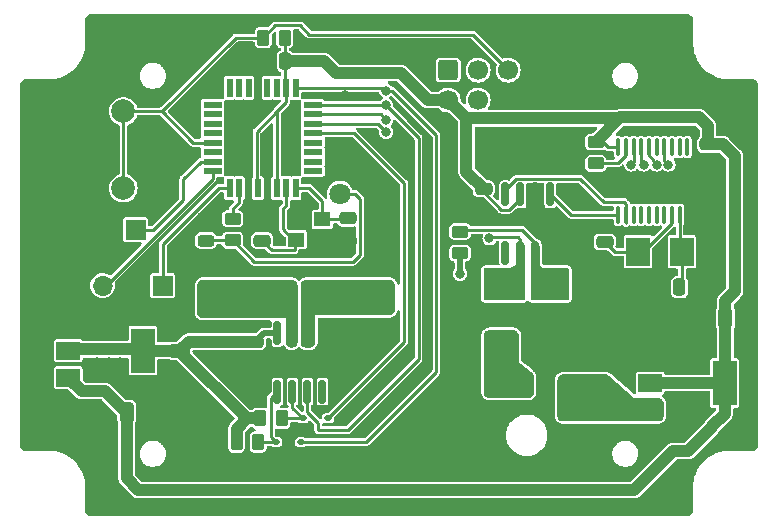
<source format=gbr>
%TF.GenerationSoftware,KiCad,Pcbnew,(7.0.0)*%
%TF.CreationDate,2025-02-23T22:01:52+09:00*%
%TF.ProjectId,EGTtoCANBus_Module,45475474-6f43-4414-9e42-75735f4d6f64,rev?*%
%TF.SameCoordinates,Original*%
%TF.FileFunction,Copper,L1,Top*%
%TF.FilePolarity,Positive*%
%FSLAX46Y46*%
G04 Gerber Fmt 4.6, Leading zero omitted, Abs format (unit mm)*
G04 Created by KiCad (PCBNEW (7.0.0)) date 2025-02-23 22:01:52*
%MOMM*%
%LPD*%
G01*
G04 APERTURE LIST*
G04 Aperture macros list*
%AMRoundRect*
0 Rectangle with rounded corners*
0 $1 Rounding radius*
0 $2 $3 $4 $5 $6 $7 $8 $9 X,Y pos of 4 corners*
0 Add a 4 corners polygon primitive as box body*
4,1,4,$2,$3,$4,$5,$6,$7,$8,$9,$2,$3,0*
0 Add four circle primitives for the rounded corners*
1,1,$1+$1,$2,$3*
1,1,$1+$1,$4,$5*
1,1,$1+$1,$6,$7*
1,1,$1+$1,$8,$9*
0 Add four rect primitives between the rounded corners*
20,1,$1+$1,$2,$3,$4,$5,0*
20,1,$1+$1,$4,$5,$6,$7,0*
20,1,$1+$1,$6,$7,$8,$9,0*
20,1,$1+$1,$8,$9,$2,$3,0*%
G04 Aperture macros list end*
%TA.AperFunction,SMDPad,CuDef*%
%ADD10RoundRect,0.243750X-0.456250X0.243750X-0.456250X-0.243750X0.456250X-0.243750X0.456250X0.243750X0*%
%TD*%
%TA.AperFunction,SMDPad,CuDef*%
%ADD11R,1.400000X1.200000*%
%TD*%
%TA.AperFunction,SMDPad,CuDef*%
%ADD12RoundRect,0.250000X-0.325000X-0.650000X0.325000X-0.650000X0.325000X0.650000X-0.325000X0.650000X0*%
%TD*%
%TA.AperFunction,SMDPad,CuDef*%
%ADD13RoundRect,0.250000X-0.650000X0.325000X-0.650000X-0.325000X0.650000X-0.325000X0.650000X0.325000X0*%
%TD*%
%TA.AperFunction,SMDPad,CuDef*%
%ADD14RoundRect,0.250000X-0.450000X0.262500X-0.450000X-0.262500X0.450000X-0.262500X0.450000X0.262500X0*%
%TD*%
%TA.AperFunction,SMDPad,CuDef*%
%ADD15RoundRect,0.250000X0.262500X0.450000X-0.262500X0.450000X-0.262500X-0.450000X0.262500X-0.450000X0*%
%TD*%
%TA.AperFunction,SMDPad,CuDef*%
%ADD16RoundRect,0.250000X-0.475000X0.250000X-0.475000X-0.250000X0.475000X-0.250000X0.475000X0.250000X0*%
%TD*%
%TA.AperFunction,SMDPad,CuDef*%
%ADD17RoundRect,0.112500X0.187500X0.112500X-0.187500X0.112500X-0.187500X-0.112500X0.187500X-0.112500X0*%
%TD*%
%TA.AperFunction,SMDPad,CuDef*%
%ADD18R,0.550000X1.600000*%
%TD*%
%TA.AperFunction,SMDPad,CuDef*%
%ADD19R,1.600000X0.550000*%
%TD*%
%TA.AperFunction,SMDPad,CuDef*%
%ADD20RoundRect,0.225000X0.225000X0.375000X-0.225000X0.375000X-0.225000X-0.375000X0.225000X-0.375000X0*%
%TD*%
%TA.AperFunction,SMDPad,CuDef*%
%ADD21RoundRect,0.250000X0.650000X-0.325000X0.650000X0.325000X-0.650000X0.325000X-0.650000X-0.325000X0*%
%TD*%
%TA.AperFunction,SMDPad,CuDef*%
%ADD22RoundRect,0.250000X0.250000X0.475000X-0.250000X0.475000X-0.250000X-0.475000X0.250000X-0.475000X0*%
%TD*%
%TA.AperFunction,SMDPad,CuDef*%
%ADD23RoundRect,0.250000X0.475000X-0.250000X0.475000X0.250000X-0.475000X0.250000X-0.475000X-0.250000X0*%
%TD*%
%TA.AperFunction,SMDPad,CuDef*%
%ADD24R,2.000000X2.400000*%
%TD*%
%TA.AperFunction,SMDPad,CuDef*%
%ADD25RoundRect,0.250000X-0.262500X-0.450000X0.262500X-0.450000X0.262500X0.450000X-0.262500X0.450000X0*%
%TD*%
%TA.AperFunction,SMDPad,CuDef*%
%ADD26RoundRect,0.100000X0.100000X-0.637500X0.100000X0.637500X-0.100000X0.637500X-0.100000X-0.637500X0*%
%TD*%
%TA.AperFunction,SMDPad,CuDef*%
%ADD27R,2.000000X1.500000*%
%TD*%
%TA.AperFunction,SMDPad,CuDef*%
%ADD28R,2.000000X3.800000*%
%TD*%
%TA.AperFunction,SMDPad,CuDef*%
%ADD29RoundRect,0.150000X-0.150000X0.825000X-0.150000X-0.825000X0.150000X-0.825000X0.150000X0.825000X0*%
%TD*%
%TA.AperFunction,SMDPad,CuDef*%
%ADD30RoundRect,0.250000X0.325000X0.650000X-0.325000X0.650000X-0.325000X-0.650000X0.325000X-0.650000X0*%
%TD*%
%TA.AperFunction,ComponentPad*%
%ADD31R,1.700000X1.700000*%
%TD*%
%TA.AperFunction,ComponentPad*%
%ADD32O,1.700000X1.700000*%
%TD*%
%TA.AperFunction,ComponentPad*%
%ADD33R,2.300000X2.300000*%
%TD*%
%TA.AperFunction,ComponentPad*%
%ADD34C,2.300000*%
%TD*%
%TA.AperFunction,ComponentPad*%
%ADD35R,1.800000X1.800000*%
%TD*%
%TA.AperFunction,ComponentPad*%
%ADD36C,1.800000*%
%TD*%
%TA.AperFunction,ComponentPad*%
%ADD37C,2.655000*%
%TD*%
%TA.AperFunction,ComponentPad*%
%ADD38C,2.000000*%
%TD*%
%TA.AperFunction,ComponentPad*%
%ADD39RoundRect,0.250000X-0.600000X0.600000X-0.600000X-0.600000X0.600000X-0.600000X0.600000X0.600000X0*%
%TD*%
%TA.AperFunction,ComponentPad*%
%ADD40C,1.700000*%
%TD*%
%TA.AperFunction,ViaPad*%
%ADD41C,0.800000*%
%TD*%
%TA.AperFunction,Conductor*%
%ADD42C,1.000000*%
%TD*%
%TA.AperFunction,Conductor*%
%ADD43C,0.250000*%
%TD*%
%TA.AperFunction,Conductor*%
%ADD44C,0.500000*%
%TD*%
G04 APERTURE END LIST*
D10*
%TO.P,D5,1,K*%
%TO.N,GND*%
X156250000Y-68812500D03*
%TO.P,D5,2,A*%
%TO.N,Net-(D1-A)*%
X156250000Y-70687500D03*
%TD*%
D11*
%TO.P,Y3,1,1*%
%TO.N,Net-(U1-XTAL1{slash}PB6)*%
X163899999Y-70599999D03*
%TO.P,Y3,2,2*%
%TO.N,GND*%
X166099999Y-70599999D03*
%TO.P,Y3,3,3*%
%TO.N,Net-(U1-XTAL2{slash}PB7)*%
X166099999Y-68899999D03*
%TO.P,Y3,4,4*%
%TO.N,GND*%
X163899999Y-68899999D03*
%TD*%
D12*
%TO.P,C6,1*%
%TO.N,+5V*%
X149525000Y-85250000D03*
%TO.P,C6,2*%
%TO.N,GND*%
X152475000Y-85250000D03*
%TD*%
D13*
%TO.P,C7,1*%
%TO.N,+3.3V*%
X154000000Y-80025000D03*
%TO.P,C7,2*%
%TO.N,GND*%
X154000000Y-82975000D03*
%TD*%
D14*
%TO.P,R1,1*%
%TO.N,CANH*%
X177750000Y-69925000D03*
%TO.P,R1,2*%
%TO.N,Net-(JP1-B)*%
X177750000Y-71750000D03*
%TD*%
D15*
%TO.P,R5,1*%
%TO.N,+5V*%
X162912500Y-53500000D03*
%TO.P,R5,2*%
%TO.N,RST*%
X161087500Y-53500000D03*
%TD*%
D16*
%TO.P,C13,1*%
%TO.N,Net-(U1-XTAL2{slash}PB7)*%
X168250000Y-68800000D03*
%TO.P,C13,2*%
%TO.N,GND*%
X168250000Y-70700000D03*
%TD*%
D17*
%TO.P,D2,1,K*%
%TO.N,SCK*%
X164300000Y-87750000D03*
%TO.P,D2,2,A*%
%TO.N,Net-(D2-A)*%
X162200000Y-87750000D03*
%TD*%
D18*
%TO.P,U1,1,PD3*%
%TO.N,Net-(JP2-A)*%
X158249999Y-66249999D03*
%TO.P,U1,2,PD4*%
%TO.N,Net-(U1-PD4)*%
X159049999Y-66249999D03*
%TO.P,U1,3,GND*%
%TO.N,GND*%
X159849999Y-66249999D03*
%TO.P,U1,4,VCC*%
%TO.N,+5V*%
X160649999Y-66249999D03*
%TO.P,U1,5,GND*%
%TO.N,GND*%
X161449999Y-66249999D03*
%TO.P,U1,6,VCC*%
%TO.N,+5V*%
X162249999Y-66249999D03*
%TO.P,U1,7,XTAL1/PB6*%
%TO.N,Net-(U1-XTAL1{slash}PB6)*%
X163049999Y-66249999D03*
%TO.P,U1,8,XTAL2/PB7*%
%TO.N,Net-(U1-XTAL2{slash}PB7)*%
X163849999Y-66249999D03*
D19*
%TO.P,U1,9,PD5*%
%TO.N,unconnected-(U1-PD5-Pad9)*%
X165299999Y-64799999D03*
%TO.P,U1,10,PD6*%
%TO.N,unconnected-(U1-PD6-Pad10)*%
X165299999Y-63999999D03*
%TO.P,U1,11,PD7*%
%TO.N,unconnected-(U1-PD7-Pad11)*%
X165299999Y-63199999D03*
%TO.P,U1,12,PB0*%
%TO.N,unconnected-(U1-PB0-Pad12)*%
X165299999Y-62399999D03*
%TO.P,U1,13,PB1*%
%TO.N,CS2*%
X165299999Y-61599999D03*
%TO.P,U1,14,PB2*%
%TO.N,CS1*%
X165299999Y-60799999D03*
%TO.P,U1,15,PB3*%
%TO.N,MOSI*%
X165299999Y-59999999D03*
%TO.P,U1,16,PB4*%
%TO.N,MISO*%
X165299999Y-59199999D03*
D18*
%TO.P,U1,17,PB5*%
%TO.N,SCK*%
X163849999Y-57749999D03*
%TO.P,U1,18,AVCC*%
%TO.N,+5V*%
X163049999Y-57749999D03*
%TO.P,U1,19,ADC6*%
%TO.N,unconnected-(U1-ADC6-Pad19)*%
X162249999Y-57749999D03*
%TO.P,U1,20,AREF*%
%TO.N,unconnected-(U1-AREF-Pad20)*%
X161449999Y-57749999D03*
%TO.P,U1,21,GND*%
%TO.N,GND*%
X160649999Y-57749999D03*
%TO.P,U1,22,ADC7*%
%TO.N,unconnected-(U1-ADC7-Pad22)*%
X159849999Y-57749999D03*
%TO.P,U1,23,PC0*%
%TO.N,unconnected-(U1-PC0-Pad23)*%
X159049999Y-57749999D03*
%TO.P,U1,24,PC1*%
%TO.N,unconnected-(U1-PC1-Pad24)*%
X158249999Y-57749999D03*
D19*
%TO.P,U1,25,PC2*%
%TO.N,unconnected-(U1-PC2-Pad25)*%
X156799999Y-59199999D03*
%TO.P,U1,26,PC3*%
%TO.N,unconnected-(U1-PC3-Pad26)*%
X156799999Y-59999999D03*
%TO.P,U1,27,PC4*%
%TO.N,unconnected-(U1-PC4-Pad27)*%
X156799999Y-60799999D03*
%TO.P,U1,28,PC5*%
%TO.N,unconnected-(U1-PC5-Pad28)*%
X156799999Y-61599999D03*
%TO.P,U1,29,~{RESET}/PC6*%
%TO.N,RST*%
X156799999Y-62399999D03*
%TO.P,U1,30,PD0*%
%TO.N,unconnected-(U1-PD0-Pad30)*%
X156799999Y-63199999D03*
%TO.P,U1,31,PD1*%
%TO.N,Net-(JP3-A)*%
X156799999Y-63999999D03*
%TO.P,U1,32,PD2*%
%TO.N,Net-(JP2-B)*%
X156799999Y-64799999D03*
%TD*%
D20*
%TO.P,D3,1,K*%
%TO.N,Net-(D3-K)*%
X186650000Y-83000000D03*
%TO.P,D3,2,A*%
%TO.N,VCC*%
X183350000Y-83000000D03*
%TD*%
D21*
%TO.P,C4,1*%
%TO.N,Net-(D3-K)*%
X189250000Y-83000000D03*
%TO.P,C4,2*%
%TO.N,GND*%
X189250000Y-80050000D03*
%TD*%
D22*
%TO.P,C11,1*%
%TO.N,+5V*%
X162950000Y-55500000D03*
%TO.P,C11,2*%
%TO.N,GND*%
X161050000Y-55500000D03*
%TD*%
D14*
%TO.P,R7,1*%
%TO.N,Net-(U1-PD4)*%
X158500000Y-68837500D03*
%TO.P,R7,2*%
%TO.N,Net-(D1-A)*%
X158500000Y-70662500D03*
%TD*%
D16*
%TO.P,C1,1*%
%TO.N,+5V*%
X198750000Y-62550000D03*
%TO.P,C1,2*%
%TO.N,GND*%
X198750000Y-64450000D03*
%TD*%
D23*
%TO.P,C12,1*%
%TO.N,Net-(U1-XTAL1{slash}PB6)*%
X161000000Y-70700000D03*
%TO.P,C12,2*%
%TO.N,GND*%
X161000000Y-68800000D03*
%TD*%
D24*
%TO.P,Y2,1,1*%
%TO.N,Net-(U2-OSC1)*%
X196524999Y-71637499D03*
%TO.P,Y2,2,2*%
%TO.N,Net-(U2-OSC2)*%
X192824999Y-71637499D03*
%TD*%
D25*
%TO.P,R2,1*%
%TO.N,+3.3V*%
X158837500Y-87750000D03*
%TO.P,R2,2*%
%TO.N,Net-(D2-A)*%
X160662500Y-87750000D03*
%TD*%
D16*
%TO.P,C9,1*%
%TO.N,Net-(U2-OSC2)*%
X190000000Y-70800000D03*
%TO.P,C9,2*%
%TO.N,GND*%
X190000000Y-72700000D03*
%TD*%
D17*
%TO.P,D4,1,K*%
%TO.N,CS2*%
X166550000Y-85750000D03*
%TO.P,D4,2,A*%
%TO.N,Net-(D4-A)*%
X164450000Y-85750000D03*
%TD*%
D26*
%TO.P,U2,1,TXCAN*%
%TO.N,Net-(U2-TXCAN)*%
X191150000Y-68500000D03*
%TO.P,U2,2,RXCAN*%
%TO.N,Net-(U2-RXCAN)*%
X191800000Y-68500000D03*
%TO.P,U2,3,CLKOUT/SOF*%
%TO.N,unconnected-(U2-CLKOUT{slash}SOF-Pad3)*%
X192450000Y-68500000D03*
%TO.P,U2,4,~{TX0RTS}*%
%TO.N,unconnected-(U2-~{TX0RTS}-Pad4)*%
X193100000Y-68500000D03*
%TO.P,U2,5,~{TX1RTS}*%
%TO.N,unconnected-(U2-~{TX1RTS}-Pad5)*%
X193750000Y-68500000D03*
%TO.P,U2,6,NC*%
%TO.N,unconnected-(U2-NC-Pad6)*%
X194400000Y-68500000D03*
%TO.P,U2,7,~{TX2RTS}*%
%TO.N,unconnected-(U2-~{TX2RTS}-Pad7)*%
X195050000Y-68500000D03*
%TO.P,U2,8,OSC2*%
%TO.N,Net-(U2-OSC2)*%
X195700000Y-68500000D03*
%TO.P,U2,9,OSC1*%
%TO.N,Net-(U2-OSC1)*%
X196350000Y-68500000D03*
%TO.P,U2,10,VSS*%
%TO.N,GND*%
X197000000Y-68500000D03*
%TO.P,U2,11,~{RX1BF}*%
%TO.N,unconnected-(U2-~{RX1BF}-Pad11)*%
X197000000Y-62775000D03*
%TO.P,U2,12,~{RX0BF}*%
%TO.N,unconnected-(U2-~{RX0BF}-Pad12)*%
X196350000Y-62775000D03*
%TO.P,U2,13,~{INT}*%
%TO.N,unconnected-(U2-~{INT}-Pad13)*%
X195700000Y-62775000D03*
%TO.P,U2,14,SCK*%
%TO.N,SCK*%
X195050000Y-62775000D03*
%TO.P,U2,15,NC*%
%TO.N,unconnected-(U2-NC-Pad15)*%
X194400000Y-62775000D03*
%TO.P,U2,16,SI*%
%TO.N,MOSI*%
X193750000Y-62775000D03*
%TO.P,U2,17,SO*%
%TO.N,MISO*%
X193100000Y-62775000D03*
%TO.P,U2,18,~{CS}*%
%TO.N,CS1*%
X192450000Y-62775000D03*
%TO.P,U2,19,~{RESET}*%
%TO.N,Net-(U2-~{RESET})*%
X191800000Y-62775000D03*
%TO.P,U2,20,VDD*%
%TO.N,+5V*%
X191150000Y-62775000D03*
%TD*%
D16*
%TO.P,C2,1*%
%TO.N,+5V*%
X179750000Y-66300000D03*
%TO.P,C2,2*%
%TO.N,GND*%
X179750000Y-68200000D03*
%TD*%
D27*
%TO.P,U3,1,GND*%
%TO.N,GND*%
X193849999Y-80449999D03*
%TO.P,U3,2,VO*%
%TO.N,+5V*%
X193849999Y-82749999D03*
D28*
X200149999Y-82749999D03*
D27*
%TO.P,U3,3,VI*%
%TO.N,Net-(D3-K)*%
X193849999Y-85049999D03*
%TD*%
D22*
%TO.P,C8,1*%
%TO.N,Net-(J3-NEG)*%
X165150000Y-75600000D03*
%TO.P,C8,2*%
%TO.N,Net-(J3-POS)*%
X163250000Y-75600000D03*
%TD*%
%TO.P,C10,1*%
%TO.N,Net-(U2-OSC1)*%
X196325000Y-74637500D03*
%TO.P,C10,2*%
%TO.N,GND*%
X194425000Y-74637500D03*
%TD*%
D29*
%TO.P,U9,1,TXD*%
%TO.N,Net-(U2-TXCAN)*%
X185405000Y-66775000D03*
%TO.P,U9,2,GND*%
%TO.N,GND*%
X184135000Y-66775000D03*
%TO.P,U9,3,VCC*%
%TO.N,+5V*%
X182865000Y-66775000D03*
%TO.P,U9,4,RXD*%
%TO.N,Net-(U2-RXCAN)*%
X181595000Y-66775000D03*
%TO.P,U9,5,VIO*%
%TO.N,unconnected-(U9-VIO-Pad5)*%
X181595000Y-71725000D03*
%TO.P,U9,6,CANL*%
%TO.N,CANL*%
X182865000Y-71725000D03*
%TO.P,U9,7,CANH*%
%TO.N,CANH*%
X184135000Y-71725000D03*
%TO.P,U9,8,S*%
%TO.N,GND*%
X185405000Y-71725000D03*
%TD*%
D16*
%TO.P,C3,1*%
%TO.N,+3.3V*%
X160400000Y-79250000D03*
%TO.P,C3,2*%
%TO.N,GND*%
X160400000Y-81150000D03*
%TD*%
D30*
%TO.P,C5,1*%
%TO.N,+5V*%
X200225000Y-77250000D03*
%TO.P,C5,2*%
%TO.N,GND*%
X197275000Y-77250000D03*
%TD*%
D14*
%TO.P,R3,1*%
%TO.N,+5V*%
X189250000Y-62337500D03*
%TO.P,R3,2*%
%TO.N,Net-(U2-~{RESET})*%
X189250000Y-64162500D03*
%TD*%
D27*
%TO.P,U5,1,GND*%
%TO.N,GND*%
X144599999Y-77699999D03*
%TO.P,U5,2,VO*%
%TO.N,+3.3V*%
X144599999Y-79999999D03*
D28*
X150899999Y-79999999D03*
D27*
%TO.P,U5,3,VI*%
%TO.N,+5V*%
X144599999Y-82299999D03*
%TD*%
D25*
%TO.P,R6,1*%
%TO.N,+3.3V*%
X160837500Y-85750000D03*
%TO.P,R6,2*%
%TO.N,Net-(D4-A)*%
X162662500Y-85750000D03*
%TD*%
D29*
%TO.P,U7,1,GND*%
%TO.N,GND*%
X166105000Y-78525000D03*
%TO.P,U7,2,T-*%
%TO.N,Net-(J3-NEG)*%
X164835000Y-78525000D03*
%TO.P,U7,3,T+*%
%TO.N,Net-(J3-POS)*%
X163565000Y-78525000D03*
%TO.P,U7,4,V_CC*%
%TO.N,+3.3V*%
X162295000Y-78525000D03*
%TO.P,U7,5,SCK*%
%TO.N,Net-(D2-A)*%
X162295000Y-83475000D03*
%TO.P,U7,6,~{CS}*%
%TO.N,Net-(D4-A)*%
X163565000Y-83475000D03*
%TO.P,U7,7,SO*%
%TO.N,MISO*%
X164835000Y-83475000D03*
%TO.P,U7,8*%
%TO.N,N/C*%
X166105000Y-83475000D03*
%TD*%
D31*
%TO.P,JP3,1,A*%
%TO.N,Net-(JP3-A)*%
X150289999Y-69774999D03*
D32*
%TO.P,JP3,2,B*%
%TO.N,GND*%
X147749999Y-69774999D03*
%TD*%
D31*
%TO.P,JP2,1,A*%
%TO.N,Net-(JP2-A)*%
X152579999Y-74499999D03*
D32*
%TO.P,JP2,2,C*%
%TO.N,GND*%
X150039999Y-74499999D03*
%TO.P,JP2,3,B*%
%TO.N,Net-(JP2-B)*%
X147499999Y-74499999D03*
%TD*%
D33*
%TO.P,J2,1,1*%
%TO.N,VCC*%
X181299999Y-79869999D03*
D34*
%TO.P,J2,2,2*%
%TO.N,GND*%
X185500000Y-79870000D03*
%TO.P,J2,3,3*%
%TO.N,CANL*%
X181300000Y-74370000D03*
%TO.P,J2,4,4*%
%TO.N,CANH*%
X185500000Y-74370000D03*
%TD*%
D35*
%TO.P,D1,1,K*%
%TO.N,GND*%
X167599999Y-64199999D03*
D36*
%TO.P,D1,2,A*%
%TO.N,Net-(D1-A)*%
X167600000Y-66740000D03*
%TD*%
D37*
%TO.P,J3,N,NEG*%
%TO.N,Net-(J3-NEG)*%
X170750000Y-75500000D03*
%TO.P,J3,P,POS*%
%TO.N,Net-(J3-POS)*%
X157050000Y-75500000D03*
%TO.P,J3,S1,SHIELD*%
%TO.N,GND*%
X156150000Y-89000000D03*
%TO.P,J3,S2,SHIELD*%
X171850000Y-89000000D03*
%TD*%
D38*
%TO.P,RESET,1,1*%
%TO.N,GND*%
X144750000Y-59750000D03*
X144750000Y-66250000D03*
%TO.P,RESET,2,2*%
%TO.N,RST*%
X149250000Y-59750000D03*
X149250000Y-66250000D03*
%TD*%
D39*
%TO.P,J1,1,MISO*%
%TO.N,MISO*%
X176750000Y-56250000D03*
D40*
%TO.P,J1,2,VCC*%
%TO.N,+5V*%
X176750000Y-58790000D03*
%TO.P,J1,3,SCK*%
%TO.N,SCK*%
X179290000Y-56250000D03*
%TO.P,J1,4,MOSI*%
%TO.N,MOSI*%
X179290000Y-58790000D03*
%TO.P,J1,5,~{RST}*%
%TO.N,RST*%
X181830000Y-56250000D03*
%TO.P,J1,6,GND*%
%TO.N,GND*%
X181830000Y-58790000D03*
%TD*%
D41*
%TO.N,GND*%
X196000000Y-80000000D03*
X196000000Y-93000000D03*
X194750000Y-57250000D03*
X161250000Y-64750000D03*
X197000000Y-81000000D03*
X196000000Y-79000000D03*
X194750000Y-58500000D03*
X168250000Y-71750000D03*
X187000000Y-66800000D03*
X197500000Y-57250000D03*
X159750000Y-64750000D03*
X173000000Y-63000000D03*
X198000000Y-80000000D03*
X198000000Y-81000000D03*
X198000000Y-79000000D03*
X197000000Y-84000000D03*
X196000000Y-57250000D03*
X186000000Y-63000000D03*
X196000000Y-86000000D03*
X148000000Y-77750000D03*
X157800000Y-80800000D03*
X176800000Y-63000000D03*
X198250000Y-65750000D03*
X197000000Y-86000000D03*
X196250000Y-67000000D03*
X155200000Y-85600000D03*
X188250000Y-58750000D03*
X191800000Y-81000000D03*
X196000000Y-58500000D03*
X190000000Y-74000000D03*
X184500000Y-70000000D03*
X166500000Y-80000000D03*
X149000000Y-81000000D03*
X181750000Y-69050500D03*
X147000000Y-77750000D03*
X197000000Y-80000000D03*
X196995873Y-84978907D03*
X149000000Y-77750000D03*
X148000000Y-78750000D03*
X197500000Y-58500000D03*
X193000000Y-75800000D03*
X169000000Y-54750000D03*
X184000000Y-63000000D03*
X182000000Y-63000000D03*
X197000000Y-79000000D03*
X163400000Y-64600000D03*
X168000000Y-58400000D03*
X147000000Y-82000000D03*
X193500000Y-58500000D03*
X147000000Y-81000000D03*
X196000000Y-81000000D03*
X193000000Y-74600000D03*
X184500000Y-68500000D03*
X160500000Y-59250000D03*
X167800000Y-81000000D03*
X147000000Y-78750000D03*
X170800000Y-68800000D03*
X198000000Y-84000000D03*
X160400000Y-83200000D03*
X161000000Y-67750000D03*
X198000000Y-85000000D03*
X191000000Y-80000000D03*
X148000000Y-81000000D03*
X196000000Y-85000000D03*
X165750000Y-71750000D03*
X170200000Y-54800000D03*
X160000000Y-55500000D03*
X198000000Y-86000000D03*
X149000000Y-78750000D03*
X187000000Y-58750000D03*
X148000000Y-82000000D03*
X177400000Y-67800000D03*
X196000000Y-84000000D03*
X149000000Y-82000000D03*
%TO.N,SCK*%
X195401698Y-64250000D03*
X171500000Y-58000000D03*
%TO.N,MISO*%
X171500000Y-59250000D03*
X193300160Y-64250000D03*
%TO.N,MOSI*%
X194402195Y-64250000D03*
X171500453Y-60475258D03*
%TO.N,CANL*%
X180250000Y-70499500D03*
%TO.N,Net-(JP1-B)*%
X177750000Y-73500000D03*
%TO.N,CS1*%
X192250000Y-64250000D03*
X171500000Y-61500000D03*
%TD*%
D42*
%TO.N,+5V*%
X191337500Y-60250000D02*
X189250000Y-62337500D01*
X147700000Y-83425000D02*
X149525000Y-85250000D01*
X166250000Y-55500000D02*
X167250000Y-56500000D01*
X149525000Y-85250000D02*
X149525000Y-90825000D01*
X200225000Y-77250000D02*
X200225000Y-75775000D01*
X201000000Y-63500000D02*
X200050000Y-62550000D01*
D43*
X162950000Y-55500000D02*
X162950000Y-57650000D01*
X179750000Y-66576751D02*
X179750000Y-66300000D01*
D42*
X178300000Y-64850000D02*
X179750000Y-66300000D01*
X172750000Y-56500000D02*
X175040000Y-58790000D01*
X191337500Y-60250000D02*
X191247500Y-60340000D01*
X149525000Y-90825000D02*
X150500000Y-91800000D01*
X197055635Y-88500000D02*
X199100000Y-86455635D01*
D43*
X179750000Y-66300000D02*
X179750000Y-66250000D01*
D42*
X200225000Y-75775000D02*
X201000000Y-75000000D01*
X198000000Y-60250000D02*
X191337500Y-60250000D01*
D43*
X189250000Y-62337500D02*
X189837500Y-62337500D01*
D42*
X200225000Y-77250000D02*
X200225000Y-82675000D01*
D43*
X160525000Y-61475000D02*
X162250000Y-59750000D01*
D42*
X200150000Y-85350000D02*
X200150000Y-82750000D01*
D43*
X160525000Y-66125000D02*
X160525000Y-61475000D01*
X162250000Y-66250000D02*
X162250000Y-59750000D01*
X162950000Y-53537500D02*
X162912500Y-53500000D01*
D42*
X199100000Y-86400000D02*
X200150000Y-85350000D01*
D43*
X163050000Y-58950000D02*
X163050000Y-57750000D01*
D42*
X167250000Y-56500000D02*
X172750000Y-56500000D01*
D43*
X160650000Y-66250000D02*
X160525000Y-66125000D01*
D42*
X145725000Y-83425000D02*
X147700000Y-83425000D01*
X199100000Y-86455635D02*
X199100000Y-86400000D01*
X198750000Y-62550000D02*
X198750000Y-61000000D01*
D43*
X163050000Y-55600000D02*
X162950000Y-55500000D01*
X189250000Y-62000000D02*
X189250000Y-62337500D01*
D42*
X195800000Y-88500000D02*
X197055635Y-88500000D01*
X162950000Y-55500000D02*
X166250000Y-55500000D01*
X178300000Y-60340000D02*
X178300000Y-64850000D01*
D43*
X162250000Y-59750000D02*
X163050000Y-58950000D01*
D42*
X144600000Y-82300000D02*
X145725000Y-83425000D01*
D43*
X182865000Y-67151751D02*
X181941751Y-68075000D01*
D42*
X150500000Y-91800000D02*
X192500000Y-91800000D01*
X191247500Y-60340000D02*
X178300000Y-60340000D01*
X201000000Y-75000000D02*
X201000000Y-63500000D01*
X200225000Y-82675000D02*
X200150000Y-82750000D01*
D43*
X190275000Y-62775000D02*
X191150000Y-62775000D01*
D42*
X200150000Y-82750000D02*
X193850000Y-82750000D01*
D43*
X182865000Y-66775000D02*
X182865000Y-67151751D01*
D42*
X198750000Y-61000000D02*
X198000000Y-60250000D01*
X178300000Y-60340000D02*
X176750000Y-58790000D01*
D43*
X181941751Y-68075000D02*
X181248249Y-68075000D01*
X162950000Y-55500000D02*
X162950000Y-53537500D01*
D42*
X200050000Y-62550000D02*
X198750000Y-62550000D01*
D43*
X189837500Y-62337500D02*
X190275000Y-62775000D01*
X181248249Y-68075000D02*
X179750000Y-66576751D01*
D42*
X192500000Y-91800000D02*
X195800000Y-88500000D01*
X175040000Y-58790000D02*
X176750000Y-58790000D01*
D43*
X162950000Y-57650000D02*
X163050000Y-57750000D01*
%TO.N,GND*%
X160650000Y-59100000D02*
X160500000Y-59250000D01*
X197000000Y-67750000D02*
X196250000Y-67000000D01*
X180600500Y-69050500D02*
X181750000Y-69050500D01*
X179750000Y-68200000D02*
X180600500Y-69050500D01*
X161050000Y-55500000D02*
X160000000Y-55500000D01*
X168250000Y-70700000D02*
X168250000Y-71750000D01*
X184135000Y-66775000D02*
X184135000Y-68135000D01*
X159850000Y-64850000D02*
X159750000Y-64750000D01*
X161450000Y-66250000D02*
X161450000Y-64950000D01*
X166105000Y-78525000D02*
X166105000Y-79605000D01*
X161450000Y-64950000D02*
X161250000Y-64750000D01*
X159850000Y-66250000D02*
X159850000Y-64850000D01*
X166100000Y-70600000D02*
X166100000Y-71400000D01*
X160650000Y-57750000D02*
X160650000Y-59100000D01*
X198750000Y-64450000D02*
X198750000Y-65250000D01*
X161000000Y-68800000D02*
X161000000Y-67750000D01*
X197000000Y-68500000D02*
X197000000Y-67750000D01*
X198750000Y-65250000D02*
X198250000Y-65750000D01*
X184135000Y-68135000D02*
X184500000Y-68500000D01*
X166100000Y-71400000D02*
X165750000Y-71750000D01*
X166105000Y-78901751D02*
X166105000Y-78525000D01*
X185405000Y-70905000D02*
X184500000Y-70000000D01*
X185405000Y-71725000D02*
X185405000Y-70905000D01*
X166105000Y-79605000D02*
X166500000Y-80000000D01*
D44*
%TO.N,+3.3V*%
X161125000Y-78525000D02*
X160400000Y-79250000D01*
D42*
X158837500Y-86637500D02*
X159725000Y-85750000D01*
X150800000Y-79900000D02*
X150900000Y-80000000D01*
X159725000Y-85750000D02*
X154000000Y-80025000D01*
X153975000Y-80000000D02*
X154000000Y-80025000D01*
X144700000Y-79900000D02*
X150800000Y-79900000D01*
X144600000Y-80000000D02*
X144700000Y-79900000D01*
D44*
X162295000Y-78525000D02*
X161125000Y-78525000D01*
D42*
X160837500Y-85750000D02*
X159725000Y-85750000D01*
X154775000Y-79250000D02*
X160400000Y-79250000D01*
X158837500Y-87750000D02*
X158837500Y-86637500D01*
X150900000Y-80000000D02*
X153975000Y-80000000D01*
X154000000Y-80025000D02*
X154775000Y-79250000D01*
D43*
%TO.N,Net-(J3-NEG)*%
X165250000Y-75500000D02*
X165150000Y-75600000D01*
X165150000Y-75600000D02*
X164835000Y-75915000D01*
%TO.N,Net-(J3-POS)*%
X163150000Y-75500000D02*
X163250000Y-75600000D01*
%TO.N,Net-(U2-OSC2)*%
X193251041Y-71637500D02*
X195700000Y-69188541D01*
X195700000Y-69188541D02*
X195700000Y-68500000D01*
X192825000Y-71637500D02*
X193251041Y-71637500D01*
X190837500Y-71637500D02*
X190000000Y-70800000D01*
X192825000Y-71637500D02*
X190837500Y-71637500D01*
%TO.N,Net-(U2-OSC1)*%
X196325000Y-74637500D02*
X196525000Y-74437500D01*
X196525000Y-71637500D02*
X196350000Y-71462500D01*
X196525000Y-74437500D02*
X196525000Y-71637500D01*
X196350000Y-71462500D02*
X196350000Y-68500000D01*
%TO.N,Net-(U1-XTAL1{slash}PB6)*%
X162750000Y-69700000D02*
X163650000Y-70600000D01*
X163900000Y-70600000D02*
X163750000Y-70750000D01*
X161800000Y-71500000D02*
X161000000Y-70700000D01*
X163050000Y-66250000D02*
X163050000Y-67700000D01*
X163050000Y-67700000D02*
X162750000Y-68000000D01*
X163750000Y-70750000D02*
X163750000Y-71500000D01*
X163650000Y-70600000D02*
X163900000Y-70600000D01*
X162750000Y-68000000D02*
X162750000Y-69700000D01*
X163750000Y-71500000D02*
X161800000Y-71500000D01*
%TO.N,Net-(U1-XTAL2{slash}PB7)*%
X166100000Y-67350000D02*
X166100000Y-68900000D01*
X163850000Y-66250000D02*
X165000000Y-66250000D01*
X165000000Y-66250000D02*
X166100000Y-67350000D01*
X166100000Y-68900000D02*
X168150000Y-68900000D01*
X168150000Y-68900000D02*
X168250000Y-68800000D01*
%TO.N,SCK*%
X175750000Y-81793198D02*
X169793198Y-87750000D01*
X169793198Y-87750000D02*
X164300000Y-87750000D01*
X175750000Y-61750000D02*
X175750000Y-81793198D01*
X195401698Y-64250000D02*
X195050000Y-63898302D01*
X171250000Y-57750000D02*
X163850000Y-57750000D01*
X195050000Y-63898302D02*
X195050000Y-62775000D01*
X171500000Y-58000000D02*
X171250000Y-57750000D01*
X172000000Y-58000000D02*
X175750000Y-61750000D01*
X171500000Y-58000000D02*
X172000000Y-58000000D01*
%TO.N,Net-(D2-A)*%
X161750000Y-84020000D02*
X162295000Y-83475000D01*
X160662500Y-87750000D02*
X162200000Y-87750000D01*
X161750000Y-87300000D02*
X161750000Y-84020000D01*
X162200000Y-87750000D02*
X161750000Y-87300000D01*
%TO.N,CS2*%
X168800000Y-61600000D02*
X173000000Y-65800000D01*
X173000000Y-79300000D02*
X166550000Y-85750000D01*
X173000000Y-65800000D02*
X173000000Y-79300000D01*
X165300000Y-61600000D02*
X168800000Y-61600000D01*
%TO.N,Net-(D4-A)*%
X164450000Y-85750000D02*
X162662500Y-85750000D01*
X164450000Y-85750000D02*
X163565000Y-84865000D01*
X163565000Y-84865000D02*
X163565000Y-83475000D01*
%TO.N,MISO*%
X171500000Y-59250000D02*
X171450000Y-59200000D01*
X165750000Y-86750000D02*
X165750000Y-86131282D01*
X174250000Y-62000000D02*
X174250000Y-80750000D01*
X171500000Y-59250000D02*
X174250000Y-62000000D01*
X168250000Y-86750000D02*
X165750000Y-86750000D01*
X165750000Y-86131282D02*
X164835000Y-85216282D01*
X193300160Y-64250000D02*
X193100000Y-64049840D01*
X164835000Y-85216282D02*
X164835000Y-83475000D01*
X171450000Y-59200000D02*
X165300000Y-59200000D01*
X193100000Y-64049840D02*
X193100000Y-62775000D01*
X174250000Y-80750000D02*
X168250000Y-86750000D01*
%TO.N,MOSI*%
X194402195Y-64250000D02*
X194123959Y-63971764D01*
X193750000Y-63463541D02*
X193750000Y-62775000D01*
X194123959Y-63837500D02*
X193750000Y-63463541D01*
X171500453Y-60475258D02*
X171025195Y-60000000D01*
X171025195Y-60000000D02*
X165300000Y-60000000D01*
X194123959Y-63971764D02*
X194123959Y-63837500D01*
%TO.N,RST*%
X179290000Y-53710000D02*
X181830000Y-56250000D01*
X155150000Y-62400000D02*
X152500000Y-59750000D01*
X158750000Y-53500000D02*
X161087500Y-53500000D01*
X149250000Y-59750000D02*
X152500000Y-59750000D01*
X149250000Y-66250000D02*
X149250000Y-59750000D01*
X162112500Y-52475000D02*
X164225000Y-52475000D01*
X164225000Y-52475000D02*
X165000000Y-53250000D01*
X156800000Y-62400000D02*
X155150000Y-62400000D01*
X152500000Y-59750000D02*
X158750000Y-53500000D01*
X165000000Y-53250000D02*
X178830000Y-53250000D01*
X178830000Y-53250000D02*
X179290000Y-53710000D01*
X161087500Y-53500000D02*
X162112500Y-52475000D01*
%TO.N,CANH*%
X177900000Y-69775000D02*
X177750000Y-69925000D01*
X184135000Y-70885000D02*
X184135000Y-71725000D01*
X183025000Y-69775000D02*
X177900000Y-69775000D01*
X183025000Y-69775000D02*
X184135000Y-70885000D01*
%TO.N,CANL*%
X180250000Y-70499500D02*
X180324500Y-70425000D01*
X182865000Y-70615000D02*
X182865000Y-71725000D01*
X182675000Y-70425000D02*
X182865000Y-70615000D01*
X180324500Y-70425000D02*
X182675000Y-70425000D01*
D44*
%TO.N,Net-(JP1-B)*%
X177750000Y-71750000D02*
X177750000Y-73500000D01*
D43*
%TO.N,Net-(U2-~{RESET})*%
X191800000Y-63463541D02*
X191800000Y-62775000D01*
X191101041Y-64162500D02*
X191800000Y-63463541D01*
X189250000Y-64162500D02*
X191101041Y-64162500D01*
%TO.N,Net-(D1-A)*%
X156275000Y-70662500D02*
X156250000Y-70687500D01*
X167600000Y-66740000D02*
X168872792Y-66740000D01*
X160312500Y-72475000D02*
X158500000Y-70662500D01*
X169300000Y-67167208D02*
X169300000Y-71900000D01*
X168872792Y-66740000D02*
X169300000Y-67167208D01*
X169300000Y-71900000D02*
X168725000Y-72475000D01*
X158500000Y-70662500D02*
X156275000Y-70662500D01*
X168725000Y-72475000D02*
X160312500Y-72475000D01*
%TO.N,Net-(JP2-A)*%
X158250000Y-66250000D02*
X157308166Y-66250000D01*
X157308166Y-66250000D02*
X152580000Y-70978166D01*
X152580000Y-70978166D02*
X152580000Y-74500000D01*
%TO.N,Net-(U1-PD4)*%
X159050000Y-67450000D02*
X159050000Y-66250000D01*
X158500000Y-68837500D02*
X158500000Y-68000000D01*
X158500000Y-68000000D02*
X159050000Y-67450000D01*
%TO.N,Net-(JP3-A)*%
X151790000Y-69775000D02*
X154325000Y-67240000D01*
X150290000Y-69775000D02*
X151790000Y-69775000D01*
X154325000Y-67240000D02*
X154325000Y-65475000D01*
X154325000Y-65475000D02*
X155800000Y-64000000D01*
X155800000Y-64000000D02*
X156800000Y-64000000D01*
%TO.N,CS1*%
X192450000Y-64050000D02*
X192450000Y-62775000D01*
X171500000Y-61500000D02*
X170800000Y-60800000D01*
X192250000Y-64250000D02*
X192450000Y-64050000D01*
X170800000Y-60800000D02*
X165300000Y-60800000D01*
%TO.N,Net-(U2-TXCAN)*%
X187130000Y-68500000D02*
X191150000Y-68500000D01*
X185405000Y-66775000D02*
X187130000Y-68500000D01*
%TO.N,Net-(U2-RXCAN)*%
X181595000Y-67151751D02*
X181595000Y-66775000D01*
X189912195Y-67437500D02*
X191676041Y-67437500D01*
X181595000Y-66398249D02*
X182518249Y-65475000D01*
X191800000Y-67561459D02*
X191800000Y-68500000D01*
X191676041Y-67437500D02*
X191800000Y-67561459D01*
X181595000Y-66775000D02*
X181595000Y-66398249D01*
X187949695Y-65475000D02*
X189912195Y-67437500D01*
X191800000Y-68500000D02*
X191800000Y-69188541D01*
X182518249Y-65475000D02*
X187949695Y-65475000D01*
%TO.N,Net-(JP2-B)*%
X156800000Y-64800000D02*
X156800000Y-65450000D01*
X147500000Y-74500000D02*
X147750000Y-74500000D01*
X147750000Y-74500000D02*
X156800000Y-65450000D01*
%TD*%
%TA.AperFunction,Conductor*%
%TO.N,Net-(J3-NEG)*%
G36*
X171758059Y-74001061D02*
G01*
X171863223Y-74014906D01*
X171894491Y-74023284D01*
X171984918Y-74060740D01*
X172012952Y-74076925D01*
X172090602Y-74136509D01*
X172113491Y-74159398D01*
X172173074Y-74237048D01*
X172189259Y-74265081D01*
X172226715Y-74355508D01*
X172235093Y-74386775D01*
X172248939Y-74491940D01*
X172250000Y-74508126D01*
X172250000Y-76491874D01*
X172248939Y-76508060D01*
X172235093Y-76613224D01*
X172226715Y-76644491D01*
X172189259Y-76734918D01*
X172173074Y-76762951D01*
X172113491Y-76840601D01*
X172090601Y-76863491D01*
X172012951Y-76923074D01*
X171984918Y-76939259D01*
X171894491Y-76976715D01*
X171863224Y-76985093D01*
X171769398Y-76997446D01*
X171758058Y-76998939D01*
X171741874Y-77000000D01*
X165500000Y-77000000D01*
X165500000Y-77500000D01*
X165500000Y-77504053D01*
X165500000Y-79241874D01*
X165498939Y-79258060D01*
X165485093Y-79363224D01*
X165476715Y-79394491D01*
X165439259Y-79484918D01*
X165423074Y-79512951D01*
X165363491Y-79590601D01*
X165340601Y-79613491D01*
X165262951Y-79673074D01*
X165234918Y-79689259D01*
X165144491Y-79726715D01*
X165113224Y-79735093D01*
X165019398Y-79747446D01*
X165008058Y-79748939D01*
X164991874Y-79750000D01*
X164758126Y-79750000D01*
X164741941Y-79748939D01*
X164728917Y-79747224D01*
X164636775Y-79735093D01*
X164605508Y-79726715D01*
X164515081Y-79689259D01*
X164487048Y-79673074D01*
X164409398Y-79613491D01*
X164386508Y-79590601D01*
X164326925Y-79512951D01*
X164310740Y-79484918D01*
X164273284Y-79394491D01*
X164264906Y-79363223D01*
X164251061Y-79258059D01*
X164250000Y-79241874D01*
X164250000Y-74508126D01*
X164251061Y-74491941D01*
X164264906Y-74386776D01*
X164273284Y-74355508D01*
X164310740Y-74265081D01*
X164326923Y-74237050D01*
X164386513Y-74159392D01*
X164409392Y-74136513D01*
X164487050Y-74076923D01*
X164515079Y-74060740D01*
X164605509Y-74023283D01*
X164636775Y-74014906D01*
X164741940Y-74001061D01*
X164758126Y-74000000D01*
X171741874Y-74000000D01*
X171758059Y-74001061D01*
G37*
%TD.AperFunction*%
%TD*%
%TA.AperFunction,Conductor*%
%TO.N,CANL*%
G36*
X183188000Y-71016613D02*
G01*
X183233387Y-71062000D01*
X183250000Y-71124000D01*
X183250000Y-75626000D01*
X183233387Y-75688000D01*
X183188000Y-75733387D01*
X183126000Y-75750000D01*
X179874000Y-75750000D01*
X179812000Y-75733387D01*
X179766613Y-75688000D01*
X179750000Y-75626000D01*
X179750000Y-73124000D01*
X179766613Y-73062000D01*
X179812000Y-73016613D01*
X179874000Y-73000000D01*
X181985561Y-73000000D01*
X182000000Y-73000000D01*
X182500000Y-72750000D01*
X182500000Y-71124000D01*
X182516613Y-71062000D01*
X182562000Y-71016613D01*
X182624000Y-71000000D01*
X183126000Y-71000000D01*
X183188000Y-71016613D01*
G37*
%TD.AperFunction*%
%TD*%
%TA.AperFunction,Conductor*%
%TO.N,Net-(D3-K)*%
G36*
X190067361Y-82000908D02*
G01*
X190164848Y-82012772D01*
X190193930Y-82019957D01*
X190278651Y-82052168D01*
X190305153Y-82066114D01*
X190385903Y-82122017D01*
X190397696Y-82131285D01*
X192500000Y-84000000D01*
X194491874Y-84000000D01*
X194508059Y-84001061D01*
X194613223Y-84014906D01*
X194644491Y-84023284D01*
X194734918Y-84060740D01*
X194762952Y-84076925D01*
X194840602Y-84136509D01*
X194863491Y-84159398D01*
X194923074Y-84237048D01*
X194939259Y-84265081D01*
X194976715Y-84355508D01*
X194985093Y-84386775D01*
X194998939Y-84491940D01*
X195000000Y-84508126D01*
X195000000Y-85491874D01*
X194998939Y-85508060D01*
X194985093Y-85613224D01*
X194976715Y-85644491D01*
X194939259Y-85734918D01*
X194923074Y-85762951D01*
X194863491Y-85840601D01*
X194840601Y-85863491D01*
X194762951Y-85923074D01*
X194734918Y-85939259D01*
X194644491Y-85976715D01*
X194613224Y-85985093D01*
X194519398Y-85997446D01*
X194508058Y-85998939D01*
X194491874Y-86000000D01*
X186508126Y-86000000D01*
X186491941Y-85998939D01*
X186478917Y-85997224D01*
X186386775Y-85985093D01*
X186355508Y-85976715D01*
X186265081Y-85939259D01*
X186237048Y-85923074D01*
X186159398Y-85863491D01*
X186136508Y-85840601D01*
X186076925Y-85762951D01*
X186060740Y-85734918D01*
X186023284Y-85644491D01*
X186014906Y-85613223D01*
X186001061Y-85508059D01*
X186000000Y-85491874D01*
X186000000Y-82508126D01*
X186001061Y-82491941D01*
X186014906Y-82386776D01*
X186023284Y-82355508D01*
X186060740Y-82265081D01*
X186076923Y-82237050D01*
X186136513Y-82159392D01*
X186159392Y-82136513D01*
X186237050Y-82076923D01*
X186265079Y-82060740D01*
X186355509Y-82023283D01*
X186386775Y-82014906D01*
X186491940Y-82001061D01*
X186508126Y-82000000D01*
X190052381Y-82000000D01*
X190067361Y-82000908D01*
G37*
%TD.AperFunction*%
%TD*%
%TA.AperFunction,Conductor*%
%TO.N,VCC*%
G36*
X182258059Y-78251061D02*
G01*
X182363223Y-78264906D01*
X182394491Y-78273284D01*
X182484918Y-78310740D01*
X182512952Y-78326925D01*
X182590602Y-78386509D01*
X182613491Y-78409398D01*
X182673074Y-78487048D01*
X182689259Y-78515081D01*
X182726715Y-78605508D01*
X182735093Y-78636775D01*
X182748939Y-78741940D01*
X182750000Y-78758126D01*
X182750000Y-81000000D01*
X182937650Y-81150120D01*
X182937652Y-81150122D01*
X182941266Y-81153013D01*
X182941268Y-81153015D01*
X183805101Y-81844081D01*
X183818646Y-81856684D01*
X183900736Y-81945384D01*
X183921491Y-81975894D01*
X183969779Y-82076365D01*
X183980637Y-82111629D01*
X183998620Y-82231139D01*
X184000000Y-82249590D01*
X184000000Y-83491874D01*
X183998939Y-83508060D01*
X183985093Y-83613224D01*
X183976715Y-83644491D01*
X183939259Y-83734918D01*
X183923074Y-83762951D01*
X183863491Y-83840601D01*
X183840601Y-83863491D01*
X183762951Y-83923074D01*
X183734918Y-83939259D01*
X183644491Y-83976715D01*
X183613224Y-83985093D01*
X183519398Y-83997446D01*
X183508058Y-83998939D01*
X183491874Y-84000000D01*
X180258126Y-84000000D01*
X180241941Y-83998939D01*
X180228917Y-83997224D01*
X180136775Y-83985093D01*
X180105508Y-83976715D01*
X180015081Y-83939259D01*
X179987048Y-83923074D01*
X179909398Y-83863491D01*
X179886508Y-83840601D01*
X179826925Y-83762951D01*
X179810740Y-83734918D01*
X179773284Y-83644491D01*
X179764906Y-83613223D01*
X179751061Y-83508059D01*
X179750000Y-83491874D01*
X179750000Y-78758126D01*
X179751061Y-78741941D01*
X179764906Y-78636776D01*
X179773284Y-78605508D01*
X179810740Y-78515081D01*
X179826923Y-78487050D01*
X179886513Y-78409392D01*
X179909392Y-78386513D01*
X179987050Y-78326923D01*
X180015079Y-78310740D01*
X180105509Y-78273283D01*
X180136775Y-78264906D01*
X180241940Y-78251061D01*
X180258126Y-78250000D01*
X182241874Y-78250000D01*
X182258059Y-78251061D01*
G37*
%TD.AperFunction*%
%TD*%
%TA.AperFunction,Conductor*%
%TO.N,Net-(J3-POS)*%
G36*
X163508059Y-74001061D02*
G01*
X163613223Y-74014906D01*
X163644491Y-74023284D01*
X163734918Y-74060740D01*
X163762952Y-74076925D01*
X163840602Y-74136509D01*
X163863491Y-74159398D01*
X163923074Y-74237048D01*
X163939259Y-74265081D01*
X163976715Y-74355508D01*
X163985093Y-74386775D01*
X163998939Y-74491940D01*
X164000000Y-74508126D01*
X164000000Y-79241874D01*
X163998939Y-79258060D01*
X163985093Y-79363224D01*
X163976715Y-79394491D01*
X163939259Y-79484918D01*
X163923074Y-79512951D01*
X163863491Y-79590601D01*
X163840601Y-79613491D01*
X163762951Y-79673074D01*
X163734918Y-79689259D01*
X163644491Y-79726715D01*
X163613224Y-79735093D01*
X163516186Y-79747869D01*
X163483814Y-79747869D01*
X163386775Y-79735093D01*
X163355508Y-79726715D01*
X163265081Y-79689259D01*
X163237048Y-79673074D01*
X163159398Y-79613491D01*
X163136508Y-79590601D01*
X163076925Y-79512951D01*
X163060740Y-79484918D01*
X163023284Y-79394491D01*
X163014906Y-79363223D01*
X163001061Y-79258059D01*
X163000000Y-79241874D01*
X163000000Y-77754053D01*
X163000000Y-77750000D01*
X163000000Y-77250000D01*
X162500000Y-77250000D01*
X162495947Y-77250000D01*
X156008126Y-77250000D01*
X155991941Y-77248939D01*
X155978917Y-77247224D01*
X155886775Y-77235093D01*
X155855508Y-77226715D01*
X155765081Y-77189259D01*
X155737048Y-77173074D01*
X155659398Y-77113491D01*
X155636508Y-77090601D01*
X155576925Y-77012951D01*
X155560740Y-76984918D01*
X155523284Y-76894491D01*
X155514906Y-76863223D01*
X155501061Y-76758059D01*
X155500000Y-76741874D01*
X155500000Y-74508126D01*
X155501061Y-74491941D01*
X155514906Y-74386776D01*
X155523284Y-74355508D01*
X155560740Y-74265081D01*
X155576923Y-74237050D01*
X155636513Y-74159392D01*
X155659392Y-74136513D01*
X155737050Y-74076923D01*
X155765079Y-74060740D01*
X155855509Y-74023283D01*
X155886775Y-74014906D01*
X155991940Y-74001061D01*
X156008126Y-74000000D01*
X163491874Y-74000000D01*
X163508059Y-74001061D01*
G37*
%TD.AperFunction*%
%TD*%
%TA.AperFunction,Conductor*%
%TO.N,CANH*%
G36*
X184438000Y-71016613D02*
G01*
X184483387Y-71062000D01*
X184500000Y-71124000D01*
X184500000Y-72750000D01*
X184750000Y-73000000D01*
X186876000Y-73000000D01*
X186938000Y-73016613D01*
X186983387Y-73062000D01*
X187000000Y-73124000D01*
X187000000Y-75626000D01*
X186983387Y-75688000D01*
X186938000Y-75733387D01*
X186876000Y-75750000D01*
X183874000Y-75750000D01*
X183812000Y-75733387D01*
X183766613Y-75688000D01*
X183750000Y-75626000D01*
X183750000Y-71124000D01*
X183766613Y-71062000D01*
X183812000Y-71016613D01*
X183874000Y-71000000D01*
X184376000Y-71000000D01*
X184438000Y-71016613D01*
G37*
%TD.AperFunction*%
%TD*%
%TA.AperFunction,Conductor*%
%TO.N,GND*%
G36*
X172302408Y-60512735D02*
G01*
X173888181Y-62098508D01*
X173915061Y-62138736D01*
X173924500Y-62186189D01*
X173924500Y-80563811D01*
X173915061Y-80611264D01*
X173888181Y-80651492D01*
X168151493Y-86388181D01*
X168111265Y-86415061D01*
X168063812Y-86424500D01*
X166199500Y-86424500D01*
X166137500Y-86407887D01*
X166092113Y-86362500D01*
X166075500Y-86300500D01*
X166075500Y-86268668D01*
X166090786Y-86209025D01*
X166132875Y-86164087D01*
X166191390Y-86144933D01*
X166251904Y-86156285D01*
X166280240Y-86169499D01*
X166325821Y-86175500D01*
X166774178Y-86175499D01*
X166819760Y-86169499D01*
X166919799Y-86122850D01*
X166997850Y-86044799D01*
X167044499Y-85944760D01*
X167050500Y-85899179D01*
X167050499Y-85761186D01*
X167059938Y-85713735D01*
X167086815Y-85673509D01*
X173216296Y-79544029D01*
X173224264Y-79536729D01*
X173244881Y-79519430D01*
X173244880Y-79519430D01*
X173253194Y-79512455D01*
X173272082Y-79479736D01*
X173277895Y-79470614D01*
X173292608Y-79449603D01*
X173299553Y-79439684D01*
X173302362Y-79429197D01*
X173303911Y-79425877D01*
X173305159Y-79422447D01*
X173310588Y-79413045D01*
X173317151Y-79375819D01*
X173319481Y-79365308D01*
X173329263Y-79328807D01*
X173325972Y-79291189D01*
X173325500Y-79280382D01*
X173325500Y-65819627D01*
X173325972Y-65808819D01*
X173328318Y-65782001D01*
X173329264Y-65771193D01*
X173319481Y-65734685D01*
X173317145Y-65724143D01*
X173310588Y-65686955D01*
X173305160Y-65677555D01*
X173303910Y-65674119D01*
X173302363Y-65670801D01*
X173299554Y-65660316D01*
X173277892Y-65629379D01*
X173272080Y-65620257D01*
X173253194Y-65587545D01*
X173244881Y-65580570D01*
X173244880Y-65580568D01*
X173224255Y-65563262D01*
X173216280Y-65555954D01*
X169044043Y-61383717D01*
X169036734Y-61375741D01*
X169019429Y-61355117D01*
X169019427Y-61355116D01*
X169012455Y-61346806D01*
X169005549Y-61342818D01*
X168971498Y-61295949D01*
X168963149Y-61236537D01*
X168983670Y-61180159D01*
X169028256Y-61140014D01*
X169086470Y-61125500D01*
X170613812Y-61125500D01*
X170661265Y-61134939D01*
X170701493Y-61161819D01*
X170867988Y-61328314D01*
X170897726Y-61376136D01*
X170903246Y-61432179D01*
X170899979Y-61456999D01*
X170894318Y-61500000D01*
X170895379Y-61508059D01*
X170913894Y-61648702D01*
X170913895Y-61648708D01*
X170914956Y-61656762D01*
X170918065Y-61664268D01*
X170918066Y-61664271D01*
X170969128Y-61787545D01*
X170975464Y-61802841D01*
X170980411Y-61809288D01*
X171045986Y-61894748D01*
X171071718Y-61928282D01*
X171197159Y-62024536D01*
X171343238Y-62085044D01*
X171500000Y-62105682D01*
X171656762Y-62085044D01*
X171802841Y-62024536D01*
X171928282Y-61928282D01*
X172024536Y-61802841D01*
X172085044Y-61656762D01*
X172105682Y-61500000D01*
X172085044Y-61343238D01*
X172024536Y-61197159D01*
X171928282Y-61071718D01*
X171928360Y-61071657D01*
X171898506Y-61019946D01*
X171898507Y-60955757D01*
X171928597Y-60903645D01*
X171928735Y-60903540D01*
X172024989Y-60778099D01*
X172085497Y-60632020D01*
X172091788Y-60584230D01*
X172118873Y-60521752D01*
X172174868Y-60482997D01*
X172242884Y-60479655D01*
X172302408Y-60512735D01*
G37*
%TD.AperFunction*%
%TA.AperFunction,Conductor*%
G36*
X172621624Y-76607627D02*
G01*
X172660489Y-76651945D01*
X172674500Y-76709202D01*
X172674500Y-79113811D01*
X172665061Y-79161264D01*
X172638181Y-79201492D01*
X166551491Y-85288181D01*
X166511263Y-85315061D01*
X166463811Y-85324500D01*
X166329880Y-85324500D01*
X166329865Y-85324500D01*
X166325822Y-85324501D01*
X166321805Y-85325029D01*
X166321801Y-85325030D01*
X166289644Y-85329263D01*
X166289643Y-85329263D01*
X166280240Y-85330501D01*
X166271645Y-85334508D01*
X166271641Y-85334510D01*
X166190031Y-85372566D01*
X166180201Y-85377150D01*
X166172533Y-85384817D01*
X166172530Y-85384820D01*
X166109820Y-85447530D01*
X166109817Y-85447533D01*
X166102150Y-85455201D01*
X166097566Y-85465030D01*
X166097566Y-85465031D01*
X166064993Y-85534885D01*
X166055501Y-85555240D01*
X166054263Y-85564638D01*
X166054262Y-85564644D01*
X166050029Y-85596801D01*
X166049500Y-85600821D01*
X166049500Y-85604873D01*
X166049500Y-85604874D01*
X166049500Y-85671093D01*
X166035985Y-85727388D01*
X165998385Y-85771411D01*
X165944898Y-85793566D01*
X165887182Y-85789024D01*
X165837819Y-85758774D01*
X165196819Y-85117775D01*
X165169939Y-85077547D01*
X165160500Y-85030094D01*
X165160500Y-84671543D01*
X165169939Y-84624090D01*
X165196819Y-84583862D01*
X165198749Y-84581932D01*
X165274198Y-84506483D01*
X165325573Y-84401393D01*
X165335500Y-84333260D01*
X165604500Y-84333260D01*
X165614427Y-84401393D01*
X165618654Y-84410041D01*
X165618656Y-84410045D01*
X165661289Y-84497253D01*
X165661291Y-84497256D01*
X165665802Y-84506483D01*
X165748517Y-84589198D01*
X165757744Y-84593709D01*
X165757746Y-84593710D01*
X165799453Y-84614099D01*
X165853607Y-84640573D01*
X165921740Y-84650500D01*
X166283778Y-84650500D01*
X166288260Y-84650500D01*
X166356393Y-84640573D01*
X166461483Y-84589198D01*
X166544198Y-84506483D01*
X166595573Y-84401393D01*
X166605500Y-84333260D01*
X166605500Y-82616740D01*
X166595573Y-82548607D01*
X166574712Y-82505934D01*
X166548710Y-82452746D01*
X166548709Y-82452744D01*
X166544198Y-82443517D01*
X166461483Y-82360802D01*
X166452256Y-82356291D01*
X166452253Y-82356289D01*
X166365045Y-82313656D01*
X166365041Y-82313654D01*
X166356393Y-82309427D01*
X166336865Y-82306581D01*
X166292697Y-82300146D01*
X166292690Y-82300145D01*
X166288260Y-82299500D01*
X165921740Y-82299500D01*
X165917310Y-82300145D01*
X165917302Y-82300146D01*
X165863140Y-82308038D01*
X165853607Y-82309427D01*
X165844960Y-82313654D01*
X165844954Y-82313656D01*
X165757746Y-82356289D01*
X165757740Y-82356292D01*
X165748517Y-82360802D01*
X165741254Y-82368064D01*
X165741251Y-82368067D01*
X165673067Y-82436251D01*
X165673064Y-82436254D01*
X165665802Y-82443517D01*
X165661292Y-82452740D01*
X165661289Y-82452746D01*
X165618656Y-82539954D01*
X165618654Y-82539960D01*
X165614427Y-82548607D01*
X165613038Y-82558139D01*
X165613038Y-82558140D01*
X165605146Y-82612302D01*
X165605145Y-82612310D01*
X165604500Y-82616740D01*
X165604500Y-84333260D01*
X165335500Y-84333260D01*
X165335500Y-82616740D01*
X165325573Y-82548607D01*
X165304712Y-82505934D01*
X165278710Y-82452746D01*
X165278709Y-82452744D01*
X165274198Y-82443517D01*
X165191483Y-82360802D01*
X165182256Y-82356291D01*
X165182253Y-82356289D01*
X165095045Y-82313656D01*
X165095041Y-82313654D01*
X165086393Y-82309427D01*
X165066865Y-82306581D01*
X165022697Y-82300146D01*
X165022690Y-82300145D01*
X165018260Y-82299500D01*
X164651740Y-82299500D01*
X164647310Y-82300145D01*
X164647302Y-82300146D01*
X164593140Y-82308038D01*
X164583607Y-82309427D01*
X164574960Y-82313654D01*
X164574954Y-82313656D01*
X164487746Y-82356289D01*
X164487740Y-82356292D01*
X164478517Y-82360802D01*
X164471254Y-82368064D01*
X164471251Y-82368067D01*
X164403067Y-82436251D01*
X164403064Y-82436254D01*
X164395802Y-82443517D01*
X164391292Y-82452740D01*
X164391289Y-82452746D01*
X164348656Y-82539954D01*
X164348654Y-82539960D01*
X164344427Y-82548607D01*
X164343038Y-82558139D01*
X164343038Y-82558140D01*
X164335146Y-82612302D01*
X164335145Y-82612310D01*
X164334500Y-82616740D01*
X164334500Y-84333260D01*
X164344427Y-84401393D01*
X164348654Y-84410041D01*
X164348656Y-84410045D01*
X164391289Y-84497253D01*
X164391291Y-84497256D01*
X164395802Y-84506483D01*
X164403067Y-84513748D01*
X164473181Y-84583862D01*
X164500061Y-84624090D01*
X164509500Y-84671543D01*
X164509500Y-85049812D01*
X164495985Y-85106107D01*
X164458385Y-85150130D01*
X164404898Y-85172285D01*
X164347182Y-85167743D01*
X164297819Y-85137493D01*
X163926819Y-84766493D01*
X163899939Y-84726265D01*
X163890500Y-84678812D01*
X163890500Y-84671543D01*
X163899939Y-84624090D01*
X163926819Y-84583862D01*
X163928749Y-84581932D01*
X164004198Y-84506483D01*
X164055573Y-84401393D01*
X164065500Y-84333260D01*
X164065500Y-82616740D01*
X164055573Y-82548607D01*
X164034712Y-82505934D01*
X164008710Y-82452746D01*
X164008709Y-82452744D01*
X164004198Y-82443517D01*
X163921483Y-82360802D01*
X163912256Y-82356291D01*
X163912253Y-82356289D01*
X163825045Y-82313656D01*
X163825041Y-82313654D01*
X163816393Y-82309427D01*
X163796865Y-82306581D01*
X163752697Y-82300146D01*
X163752690Y-82300145D01*
X163748260Y-82299500D01*
X163381740Y-82299500D01*
X163377310Y-82300145D01*
X163377302Y-82300146D01*
X163323140Y-82308038D01*
X163313607Y-82309427D01*
X163304960Y-82313654D01*
X163304954Y-82313656D01*
X163217746Y-82356289D01*
X163217740Y-82356292D01*
X163208517Y-82360802D01*
X163201254Y-82368064D01*
X163201251Y-82368067D01*
X163133067Y-82436251D01*
X163133064Y-82436254D01*
X163125802Y-82443517D01*
X163121292Y-82452740D01*
X163121289Y-82452746D01*
X163078656Y-82539954D01*
X163078654Y-82539960D01*
X163074427Y-82548607D01*
X163073038Y-82558139D01*
X163073038Y-82558140D01*
X163065146Y-82612302D01*
X163065145Y-82612310D01*
X163064500Y-82616740D01*
X163064500Y-84333260D01*
X163074427Y-84401393D01*
X163078654Y-84410041D01*
X163078656Y-84410045D01*
X163121289Y-84497253D01*
X163121291Y-84497256D01*
X163125802Y-84506483D01*
X163133067Y-84513748D01*
X163203181Y-84583862D01*
X163230061Y-84624090D01*
X163239500Y-84671543D01*
X163239500Y-84758003D01*
X163225667Y-84814917D01*
X163187255Y-84859133D01*
X163132834Y-84880785D01*
X163074546Y-84875045D01*
X163009699Y-84852354D01*
X163002191Y-84851649D01*
X163002187Y-84851649D01*
X162982149Y-84849770D01*
X162982141Y-84849769D01*
X162979266Y-84849500D01*
X162655007Y-84849500D01*
X162591533Y-84832023D01*
X162545952Y-84784517D01*
X162531113Y-84720376D01*
X162551198Y-84657678D01*
X162600547Y-84614099D01*
X162642253Y-84593710D01*
X162642251Y-84593710D01*
X162651483Y-84589198D01*
X162734198Y-84506483D01*
X162785573Y-84401393D01*
X162795500Y-84333260D01*
X162795500Y-82616740D01*
X162785573Y-82548607D01*
X162764712Y-82505934D01*
X162738710Y-82452746D01*
X162738709Y-82452744D01*
X162734198Y-82443517D01*
X162651483Y-82360802D01*
X162642256Y-82356291D01*
X162642253Y-82356289D01*
X162555045Y-82313656D01*
X162555041Y-82313654D01*
X162546393Y-82309427D01*
X162526865Y-82306581D01*
X162482697Y-82300146D01*
X162482690Y-82300145D01*
X162478260Y-82299500D01*
X162111740Y-82299500D01*
X162107310Y-82300145D01*
X162107302Y-82300146D01*
X162053140Y-82308038D01*
X162043607Y-82309427D01*
X162034960Y-82313654D01*
X162034954Y-82313656D01*
X161947746Y-82356289D01*
X161947740Y-82356292D01*
X161938517Y-82360802D01*
X161931254Y-82368064D01*
X161931251Y-82368067D01*
X161863067Y-82436251D01*
X161863064Y-82436254D01*
X161855802Y-82443517D01*
X161851292Y-82452740D01*
X161851289Y-82452746D01*
X161808656Y-82539954D01*
X161808654Y-82539960D01*
X161804427Y-82548607D01*
X161803038Y-82558139D01*
X161803038Y-82558140D01*
X161795146Y-82612302D01*
X161795145Y-82612310D01*
X161794500Y-82616740D01*
X161794500Y-82621222D01*
X161794500Y-83463811D01*
X161785061Y-83511264D01*
X161758181Y-83551492D01*
X161533714Y-83775958D01*
X161525742Y-83783264D01*
X161505114Y-83800573D01*
X161505112Y-83800574D01*
X161496806Y-83807545D01*
X161491384Y-83816934D01*
X161491380Y-83816940D01*
X161477914Y-83840264D01*
X161472112Y-83849371D01*
X161450446Y-83880316D01*
X161447639Y-83890788D01*
X161446087Y-83894118D01*
X161444831Y-83897566D01*
X161439412Y-83906955D01*
X161437529Y-83917631D01*
X161437528Y-83917635D01*
X161432853Y-83944149D01*
X161430514Y-83954697D01*
X161420736Y-83991193D01*
X161421681Y-84001996D01*
X161421681Y-84001999D01*
X161424028Y-84028819D01*
X161424500Y-84039627D01*
X161424500Y-84761502D01*
X161410667Y-84818416D01*
X161372255Y-84862632D01*
X161317834Y-84884284D01*
X161259546Y-84878544D01*
X161191817Y-84854844D01*
X161191811Y-84854842D01*
X161184699Y-84852354D01*
X161177191Y-84851649D01*
X161177187Y-84851649D01*
X161157149Y-84849770D01*
X161157141Y-84849769D01*
X161154266Y-84849500D01*
X160520734Y-84849500D01*
X160517859Y-84849769D01*
X160517850Y-84849770D01*
X160497812Y-84851649D01*
X160497807Y-84851650D01*
X160490301Y-84852354D01*
X160483189Y-84854842D01*
X160483182Y-84854844D01*
X160370886Y-84894138D01*
X160370880Y-84894140D01*
X160362118Y-84897207D01*
X160354646Y-84902720D01*
X160354641Y-84902724D01*
X160260330Y-84972328D01*
X160260324Y-84972333D01*
X160252850Y-84977850D01*
X160247333Y-84985324D01*
X160247331Y-84985327D01*
X160243413Y-84990637D01*
X160237141Y-84999134D01*
X160193254Y-85036194D01*
X160137372Y-85049500D01*
X160066519Y-85049500D01*
X160019066Y-85040061D01*
X159978838Y-85013181D01*
X155136819Y-80171162D01*
X155109939Y-80130934D01*
X155100500Y-80083481D01*
X155100500Y-80074500D01*
X155117113Y-80012500D01*
X155162500Y-79967113D01*
X155224500Y-79950500D01*
X160926373Y-79950500D01*
X160929266Y-79950500D01*
X160959699Y-79947646D01*
X161087882Y-79902793D01*
X161197150Y-79822150D01*
X161277793Y-79712882D01*
X161322646Y-79584699D01*
X161325500Y-79554266D01*
X161325500Y-79099500D01*
X161342113Y-79037500D01*
X161387500Y-78992113D01*
X161449500Y-78975500D01*
X161670500Y-78975500D01*
X161732500Y-78992113D01*
X161777887Y-79037500D01*
X161794500Y-79099500D01*
X161794500Y-79383260D01*
X161795145Y-79387690D01*
X161795146Y-79387697D01*
X161799042Y-79414433D01*
X161804427Y-79451393D01*
X161808654Y-79460041D01*
X161808656Y-79460045D01*
X161851289Y-79547253D01*
X161851291Y-79547256D01*
X161855802Y-79556483D01*
X161938517Y-79639198D01*
X161947744Y-79643709D01*
X161947746Y-79643710D01*
X162034954Y-79686343D01*
X162043607Y-79690573D01*
X162111740Y-79700500D01*
X162473778Y-79700500D01*
X162478260Y-79700500D01*
X162546393Y-79690573D01*
X162651483Y-79639198D01*
X162702708Y-79587972D01*
X162750533Y-79558233D01*
X162806582Y-79552716D01*
X162859290Y-79572559D01*
X162896592Y-79612396D01*
X162896872Y-79612223D01*
X162897745Y-79613627D01*
X162897781Y-79613666D01*
X162898957Y-79615702D01*
X162900077Y-79617378D01*
X162900085Y-79617391D01*
X162912768Y-79636372D01*
X162913891Y-79638052D01*
X162915116Y-79639648D01*
X162915120Y-79639654D01*
X162936149Y-79667059D01*
X162973474Y-79715702D01*
X162991198Y-79735911D01*
X163014088Y-79758801D01*
X163034297Y-79776525D01*
X163111947Y-79836108D01*
X163134297Y-79851042D01*
X163152893Y-79861778D01*
X163160587Y-79866221D01*
X163160594Y-79866225D01*
X163162330Y-79867227D01*
X163186440Y-79879116D01*
X163276867Y-79916572D01*
X163302320Y-79925213D01*
X163333587Y-79933591D01*
X163359951Y-79938835D01*
X163456990Y-79951611D01*
X163483814Y-79953369D01*
X163514156Y-79953369D01*
X163516186Y-79953369D01*
X163543011Y-79951611D01*
X163640049Y-79938835D01*
X163666412Y-79933591D01*
X163697679Y-79925213D01*
X163723132Y-79916572D01*
X163813559Y-79879116D01*
X163837669Y-79867227D01*
X163865702Y-79851042D01*
X163888052Y-79836108D01*
X163965702Y-79776525D01*
X163985911Y-79758801D01*
X164008801Y-79735911D01*
X164026525Y-79715702D01*
X164027770Y-79714079D01*
X164029051Y-79712519D01*
X164029790Y-79713125D01*
X164069751Y-79680047D01*
X164124695Y-79667059D01*
X164179703Y-79679778D01*
X164220300Y-79713050D01*
X164220948Y-79712519D01*
X164222232Y-79714083D01*
X164223474Y-79715702D01*
X164241198Y-79735911D01*
X164264088Y-79758801D01*
X164284297Y-79776525D01*
X164361947Y-79836108D01*
X164384297Y-79851042D01*
X164402893Y-79861778D01*
X164410587Y-79866221D01*
X164410594Y-79866225D01*
X164412330Y-79867227D01*
X164436440Y-79879116D01*
X164526867Y-79916572D01*
X164552320Y-79925213D01*
X164583587Y-79933591D01*
X164609951Y-79938835D01*
X164715117Y-79952681D01*
X164728498Y-79953999D01*
X164744683Y-79955060D01*
X164758126Y-79955500D01*
X164990840Y-79955500D01*
X164991874Y-79955500D01*
X165005317Y-79955060D01*
X165021501Y-79953999D01*
X165034882Y-79952681D01*
X165140048Y-79938835D01*
X165166412Y-79933591D01*
X165197679Y-79925213D01*
X165223132Y-79916572D01*
X165313559Y-79879116D01*
X165337669Y-79867227D01*
X165365702Y-79851042D01*
X165388052Y-79836108D01*
X165465702Y-79776525D01*
X165485911Y-79758801D01*
X165508801Y-79735911D01*
X165526525Y-79715702D01*
X165586108Y-79638052D01*
X165601042Y-79615702D01*
X165617227Y-79587669D01*
X165629116Y-79563559D01*
X165666572Y-79473132D01*
X165675213Y-79447679D01*
X165683591Y-79416412D01*
X165688835Y-79390049D01*
X165702681Y-79284885D01*
X165703999Y-79271502D01*
X165705060Y-79255316D01*
X165705500Y-79241874D01*
X165705500Y-77329500D01*
X165722113Y-77267500D01*
X165767500Y-77222113D01*
X165829500Y-77205500D01*
X171740840Y-77205500D01*
X171741874Y-77205500D01*
X171755317Y-77205060D01*
X171771501Y-77203999D01*
X171784882Y-77202681D01*
X171890048Y-77188835D01*
X171916412Y-77183591D01*
X171947679Y-77175213D01*
X171973132Y-77166572D01*
X172063559Y-77129116D01*
X172087669Y-77117227D01*
X172115702Y-77101042D01*
X172138052Y-77086108D01*
X172215702Y-77026525D01*
X172235911Y-77008801D01*
X172258801Y-76985911D01*
X172276525Y-76965702D01*
X172336108Y-76888052D01*
X172351042Y-76865702D01*
X172367227Y-76837669D01*
X172379116Y-76813559D01*
X172416572Y-76723132D01*
X172425213Y-76697679D01*
X172430725Y-76677107D01*
X172459078Y-76625429D01*
X172508090Y-76592680D01*
X172566685Y-76586263D01*
X172621624Y-76607627D01*
G37*
%TD.AperFunction*%
%TA.AperFunction,Conductor*%
G36*
X187810960Y-65809939D02*
G01*
X187851188Y-65836819D01*
X189668145Y-67653776D01*
X189675454Y-67661751D01*
X189699740Y-67690694D01*
X189732458Y-67709583D01*
X189741574Y-67715392D01*
X189745296Y-67717998D01*
X189772511Y-67737054D01*
X189782995Y-67739862D01*
X189786318Y-67741412D01*
X189789752Y-67742662D01*
X189799150Y-67748088D01*
X189836358Y-67754648D01*
X189846899Y-67756986D01*
X189872908Y-67763955D01*
X189872909Y-67763955D01*
X189883388Y-67766763D01*
X189921005Y-67763472D01*
X189931813Y-67763000D01*
X190625500Y-67763000D01*
X190687500Y-67779613D01*
X190732887Y-67825000D01*
X190749500Y-67887000D01*
X190749500Y-68050500D01*
X190732887Y-68112500D01*
X190687500Y-68157887D01*
X190625500Y-68174500D01*
X187316189Y-68174500D01*
X187268736Y-68165061D01*
X187228508Y-68138181D01*
X185941819Y-66851493D01*
X185914939Y-66811265D01*
X185905500Y-66763812D01*
X185905500Y-65924500D01*
X185922113Y-65862500D01*
X185967500Y-65817113D01*
X186029500Y-65800500D01*
X187763507Y-65800500D01*
X187810960Y-65809939D01*
G37*
%TD.AperFunction*%
%TA.AperFunction,Conductor*%
G36*
X163555252Y-58750500D02*
G01*
X164138652Y-58750500D01*
X164144748Y-58750500D01*
X164155912Y-58748279D01*
X164216093Y-58751234D01*
X164267780Y-58782210D01*
X164298761Y-58833893D01*
X164301722Y-58894078D01*
X164300689Y-58899269D01*
X164300687Y-58899279D01*
X164299500Y-58905252D01*
X164299500Y-59494748D01*
X164300688Y-59500723D01*
X164300689Y-59500728D01*
X164308555Y-59540272D01*
X164311133Y-59553231D01*
X164314595Y-59558413D01*
X164322867Y-59600000D01*
X164314595Y-59641586D01*
X164311133Y-59646769D01*
X164308751Y-59658743D01*
X164308750Y-59658746D01*
X164300689Y-59699271D01*
X164300688Y-59699277D01*
X164299500Y-59705252D01*
X164299500Y-60294748D01*
X164300688Y-60300723D01*
X164300689Y-60300728D01*
X164305617Y-60325500D01*
X164311133Y-60353231D01*
X164314595Y-60358412D01*
X164322867Y-60399997D01*
X164314596Y-60441585D01*
X164311133Y-60446769D01*
X164308751Y-60458743D01*
X164308750Y-60458746D01*
X164300689Y-60499271D01*
X164300688Y-60499277D01*
X164299500Y-60505252D01*
X164299500Y-61094748D01*
X164300688Y-61100723D01*
X164300689Y-61100728D01*
X164305617Y-61125500D01*
X164311133Y-61153231D01*
X164314595Y-61158412D01*
X164322867Y-61199997D01*
X164314596Y-61241585D01*
X164311133Y-61246769D01*
X164308751Y-61258743D01*
X164308750Y-61258746D01*
X164300689Y-61299271D01*
X164300688Y-61299277D01*
X164299500Y-61305252D01*
X164299500Y-61894748D01*
X164300688Y-61900723D01*
X164300689Y-61900728D01*
X164308750Y-61941253D01*
X164311133Y-61953231D01*
X164314595Y-61958413D01*
X164322867Y-62000000D01*
X164314595Y-62041586D01*
X164311133Y-62046769D01*
X164308751Y-62058743D01*
X164308750Y-62058746D01*
X164300689Y-62099271D01*
X164300689Y-62099273D01*
X164299500Y-62105252D01*
X164299500Y-62694748D01*
X164300688Y-62700723D01*
X164300689Y-62700728D01*
X164308750Y-62741253D01*
X164311133Y-62753231D01*
X164314595Y-62758413D01*
X164322867Y-62800000D01*
X164314595Y-62841586D01*
X164311133Y-62846769D01*
X164308751Y-62858743D01*
X164308750Y-62858746D01*
X164300689Y-62899271D01*
X164300689Y-62899273D01*
X164299500Y-62905252D01*
X164299500Y-63494748D01*
X164300688Y-63500721D01*
X164300689Y-63500728D01*
X164308749Y-63541247D01*
X164311133Y-63553231D01*
X164314595Y-63558412D01*
X164322867Y-63599997D01*
X164314596Y-63641585D01*
X164311133Y-63646769D01*
X164308751Y-63658743D01*
X164308750Y-63658746D01*
X164300689Y-63699271D01*
X164300688Y-63699277D01*
X164299500Y-63705252D01*
X164299500Y-64294748D01*
X164300688Y-64300723D01*
X164300689Y-64300728D01*
X164308750Y-64341253D01*
X164311133Y-64353231D01*
X164314595Y-64358413D01*
X164322867Y-64400000D01*
X164314595Y-64441586D01*
X164311133Y-64446769D01*
X164308751Y-64458743D01*
X164308750Y-64458746D01*
X164300689Y-64499271D01*
X164300688Y-64499277D01*
X164299500Y-64505252D01*
X164299500Y-65094748D01*
X164301370Y-65104150D01*
X164301722Y-65105919D01*
X164298763Y-65166102D01*
X164267784Y-65217784D01*
X164216102Y-65248763D01*
X164155919Y-65251722D01*
X164144748Y-65249500D01*
X163555252Y-65249500D01*
X163549277Y-65250688D01*
X163549271Y-65250689D01*
X163508746Y-65258750D01*
X163508743Y-65258751D01*
X163496769Y-65261133D01*
X163491586Y-65264595D01*
X163450000Y-65272867D01*
X163408413Y-65264595D01*
X163403231Y-65261133D01*
X163391254Y-65258750D01*
X163391253Y-65258750D01*
X163350728Y-65250689D01*
X163350723Y-65250688D01*
X163344748Y-65249500D01*
X162755252Y-65249500D01*
X162749275Y-65250688D01*
X162749273Y-65250689D01*
X162736967Y-65253136D01*
X162723690Y-65255777D01*
X162669371Y-65254445D01*
X162620835Y-65230014D01*
X162587405Y-65187178D01*
X162575500Y-65134161D01*
X162575500Y-59936188D01*
X162584939Y-59888735D01*
X162611819Y-59848507D01*
X162774803Y-59685523D01*
X163266291Y-59194033D01*
X163274242Y-59186747D01*
X163303194Y-59162455D01*
X163322085Y-59129733D01*
X163327880Y-59120635D01*
X163349554Y-59089684D01*
X163352362Y-59079199D01*
X163353901Y-59075900D01*
X163355156Y-59072451D01*
X163360588Y-59063045D01*
X163367149Y-59025830D01*
X163369478Y-59015324D01*
X163379264Y-58978807D01*
X163375972Y-58941177D01*
X163375500Y-58930370D01*
X163375500Y-58865839D01*
X163387405Y-58812822D01*
X163420835Y-58769986D01*
X163469371Y-58745555D01*
X163523690Y-58744222D01*
X163555252Y-58750500D01*
G37*
%TD.AperFunction*%
%TA.AperFunction,Conductor*%
G36*
X170851539Y-58087119D02*
G01*
X170894126Y-58119799D01*
X170913646Y-58157304D01*
X170914956Y-58156762D01*
X170975464Y-58302841D01*
X171071718Y-58428282D01*
X171109626Y-58457370D01*
X171197159Y-58524536D01*
X171195880Y-58526202D01*
X171232678Y-58563003D01*
X171249289Y-58625000D01*
X171232678Y-58686997D01*
X171195880Y-58723797D01*
X171197159Y-58725464D01*
X171078164Y-58816771D01*
X171078160Y-58816774D01*
X171071718Y-58821718D01*
X171066772Y-58828163D01*
X171061023Y-58833913D01*
X171060013Y-58832903D01*
X171024910Y-58861712D01*
X170970067Y-58874500D01*
X166373675Y-58874500D01*
X166315222Y-58859858D01*
X166270573Y-58819391D01*
X166268822Y-58816771D01*
X166244552Y-58780448D01*
X166200832Y-58751235D01*
X166188384Y-58742917D01*
X166188383Y-58742916D01*
X166178231Y-58736133D01*
X166166253Y-58733750D01*
X166166252Y-58733750D01*
X166125728Y-58725689D01*
X166125723Y-58725688D01*
X166119748Y-58724500D01*
X164480252Y-58724500D01*
X164474279Y-58725687D01*
X164474269Y-58725689D01*
X164469078Y-58726722D01*
X164408893Y-58723761D01*
X164357210Y-58692780D01*
X164326234Y-58641093D01*
X164323279Y-58580912D01*
X164325500Y-58569748D01*
X164325500Y-58199500D01*
X164342113Y-58137500D01*
X164387500Y-58092113D01*
X164449500Y-58075500D01*
X170799132Y-58075500D01*
X170851539Y-58087119D01*
G37*
%TD.AperFunction*%
%TA.AperFunction,Conductor*%
G36*
X197011857Y-51501561D02*
G01*
X197113223Y-51514906D01*
X197144491Y-51523284D01*
X197234918Y-51560740D01*
X197262952Y-51576925D01*
X197340602Y-51636509D01*
X197363491Y-51659398D01*
X197423074Y-51737048D01*
X197439259Y-51765081D01*
X197476715Y-51855508D01*
X197485093Y-51886775D01*
X197498439Y-51988142D01*
X197499500Y-52004328D01*
X197499500Y-54000098D01*
X197499501Y-54000100D01*
X197499501Y-54157249D01*
X197499838Y-54160459D01*
X197499839Y-54160470D01*
X197532034Y-54466788D01*
X197532036Y-54466802D01*
X197532375Y-54470025D01*
X197533050Y-54473204D01*
X197533052Y-54473212D01*
X197597088Y-54774479D01*
X197597091Y-54774492D01*
X197597763Y-54777651D01*
X197598763Y-54780730D01*
X197598764Y-54780732D01*
X197693944Y-55073670D01*
X197693946Y-55073675D01*
X197694948Y-55076758D01*
X197696262Y-55079711D01*
X197696267Y-55079722D01*
X197821543Y-55361097D01*
X197821546Y-55361103D01*
X197822866Y-55364067D01*
X197824488Y-55366878D01*
X197824492Y-55366884D01*
X197978490Y-55633616D01*
X197978491Y-55633617D01*
X197980116Y-55636431D01*
X197982027Y-55639061D01*
X198163066Y-55888241D01*
X198163074Y-55888250D01*
X198164974Y-55890866D01*
X198167142Y-55893274D01*
X198167143Y-55893275D01*
X198323401Y-56066817D01*
X198375415Y-56124585D01*
X198609133Y-56335026D01*
X198611750Y-56336927D01*
X198611757Y-56336933D01*
X198672218Y-56380860D01*
X198863568Y-56519884D01*
X198866377Y-56521505D01*
X198866382Y-56521509D01*
X199133115Y-56675507D01*
X199133117Y-56675508D01*
X199135932Y-56677133D01*
X199423241Y-56805052D01*
X199722348Y-56902237D01*
X200029974Y-56967625D01*
X200342750Y-57000499D01*
X200499901Y-57000499D01*
X200500000Y-57000499D01*
X200500500Y-57000499D01*
X202495672Y-57000499D01*
X202511857Y-57001560D01*
X202613223Y-57014905D01*
X202644491Y-57023283D01*
X202734918Y-57060739D01*
X202762951Y-57076924D01*
X202788526Y-57096548D01*
X202840602Y-57136508D01*
X202863490Y-57159396D01*
X202883115Y-57184972D01*
X202923074Y-57237047D01*
X202939259Y-57265080D01*
X202976715Y-57355507D01*
X202985093Y-57386774D01*
X202998439Y-57488141D01*
X202999500Y-57504327D01*
X202999500Y-87995672D01*
X202998439Y-88011856D01*
X202996863Y-88023822D01*
X202985093Y-88113224D01*
X202976715Y-88144491D01*
X202939259Y-88234918D01*
X202923074Y-88262951D01*
X202863491Y-88340601D01*
X202840601Y-88363491D01*
X202762951Y-88423074D01*
X202734918Y-88439259D01*
X202644491Y-88476715D01*
X202613224Y-88485093D01*
X202523822Y-88496863D01*
X202511856Y-88498439D01*
X202495672Y-88499500D01*
X200499902Y-88499500D01*
X200499900Y-88499500D01*
X200499898Y-88499501D01*
X200342751Y-88499501D01*
X200339541Y-88499838D01*
X200339529Y-88499839D01*
X200033211Y-88532034D01*
X200033194Y-88532036D01*
X200029975Y-88532375D01*
X200026798Y-88533050D01*
X200026787Y-88533052D01*
X199725520Y-88597088D01*
X199725502Y-88597092D01*
X199722349Y-88597763D01*
X199719273Y-88598762D01*
X199719267Y-88598764D01*
X199426329Y-88693944D01*
X199426312Y-88693950D01*
X199423242Y-88694948D01*
X199420294Y-88696260D01*
X199420277Y-88696267D01*
X199138902Y-88821543D01*
X199138884Y-88821551D01*
X199135933Y-88822866D01*
X199133129Y-88824484D01*
X199133115Y-88824492D01*
X198866383Y-88978490D01*
X198866364Y-88978501D01*
X198863569Y-88980116D01*
X198860944Y-88982022D01*
X198860938Y-88982027D01*
X198611758Y-89163066D01*
X198611739Y-89163081D01*
X198609134Y-89164974D01*
X198606734Y-89167134D01*
X198606724Y-89167143D01*
X198377824Y-89373245D01*
X198377814Y-89373254D01*
X198375415Y-89375415D01*
X198373254Y-89377814D01*
X198373245Y-89377824D01*
X198167143Y-89606723D01*
X198167134Y-89606733D01*
X198164974Y-89609133D01*
X198163081Y-89611738D01*
X198163066Y-89611757D01*
X197982027Y-89860937D01*
X197982022Y-89860943D01*
X197980116Y-89863568D01*
X197978502Y-89866363D01*
X197978490Y-89866382D01*
X197824492Y-90133115D01*
X197824481Y-90133135D01*
X197822867Y-90135932D01*
X197821549Y-90138890D01*
X197821547Y-90138896D01*
X197696264Y-90420284D01*
X197696260Y-90420292D01*
X197694948Y-90423241D01*
X197693947Y-90426319D01*
X197693946Y-90426324D01*
X197658687Y-90534843D01*
X197597763Y-90722348D01*
X197597092Y-90725501D01*
X197597088Y-90725519D01*
X197533052Y-91026786D01*
X197533050Y-91026797D01*
X197532375Y-91029974D01*
X197532036Y-91033193D01*
X197532034Y-91033210D01*
X197499839Y-91339528D01*
X197499838Y-91339540D01*
X197499501Y-91342750D01*
X197499501Y-91345992D01*
X197499501Y-93495672D01*
X197498440Y-93511858D01*
X197485094Y-93613224D01*
X197476716Y-93644491D01*
X197439260Y-93734918D01*
X197423075Y-93762951D01*
X197363492Y-93840601D01*
X197340602Y-93863491D01*
X197262952Y-93923074D01*
X197234919Y-93939259D01*
X197144492Y-93976715D01*
X197113225Y-93985093D01*
X197023823Y-93996863D01*
X197011857Y-93998439D01*
X196995673Y-93999500D01*
X146504328Y-93999500D01*
X146488143Y-93998439D01*
X146474424Y-93996632D01*
X146386775Y-93985093D01*
X146355508Y-93976715D01*
X146265081Y-93939259D01*
X146237048Y-93923074D01*
X146159398Y-93863491D01*
X146136508Y-93840601D01*
X146076925Y-93762951D01*
X146060740Y-93734918D01*
X146023284Y-93644491D01*
X146014906Y-93613223D01*
X146001561Y-93511857D01*
X146000500Y-93495672D01*
X146000500Y-91345992D01*
X146000500Y-91342750D01*
X145967626Y-91029974D01*
X145902238Y-90722348D01*
X145805053Y-90423241D01*
X145677134Y-90135932D01*
X145598798Y-90000250D01*
X145521510Y-89866382D01*
X145521506Y-89866377D01*
X145519885Y-89863568D01*
X145425917Y-89734232D01*
X145336934Y-89611757D01*
X145336928Y-89611750D01*
X145335027Y-89609133D01*
X145124586Y-89375414D01*
X144934609Y-89204358D01*
X144893276Y-89167142D01*
X144893275Y-89167141D01*
X144890867Y-89164973D01*
X144888251Y-89163073D01*
X144888242Y-89163065D01*
X144640637Y-88983170D01*
X144636432Y-88980115D01*
X144633627Y-88978495D01*
X144633617Y-88978489D01*
X144366884Y-88824491D01*
X144366872Y-88824484D01*
X144364068Y-88822866D01*
X144076759Y-88694947D01*
X143838378Y-88617493D01*
X143780733Y-88598763D01*
X143780731Y-88598762D01*
X143777652Y-88597762D01*
X143774493Y-88597090D01*
X143774480Y-88597087D01*
X143473213Y-88533051D01*
X143473205Y-88533049D01*
X143470026Y-88532374D01*
X143466803Y-88532035D01*
X143466789Y-88532033D01*
X143160471Y-88499838D01*
X143160460Y-88499837D01*
X143157250Y-88499500D01*
X143154008Y-88499500D01*
X141004328Y-88499500D01*
X140988143Y-88498439D01*
X140974424Y-88496632D01*
X140886775Y-88485093D01*
X140855508Y-88476715D01*
X140765081Y-88439259D01*
X140737048Y-88423074D01*
X140659398Y-88363491D01*
X140636508Y-88340601D01*
X140576925Y-88262951D01*
X140560740Y-88234918D01*
X140523284Y-88144491D01*
X140514906Y-88113223D01*
X140501561Y-88011857D01*
X140500500Y-87995672D01*
X140500500Y-83069748D01*
X143399500Y-83069748D01*
X143411133Y-83128231D01*
X143455448Y-83194552D01*
X143521769Y-83238867D01*
X143580252Y-83250500D01*
X144508481Y-83250500D01*
X144555934Y-83259939D01*
X144596162Y-83286819D01*
X145212059Y-83902716D01*
X145217193Y-83908170D01*
X145257071Y-83953183D01*
X145263240Y-83957441D01*
X145263241Y-83957442D01*
X145306569Y-83987349D01*
X145312602Y-83991788D01*
X145339239Y-84012657D01*
X145359943Y-84028877D01*
X145366785Y-84031956D01*
X145369175Y-84033032D01*
X145388724Y-84044058D01*
X145390888Y-84045552D01*
X145390896Y-84045556D01*
X145397070Y-84049818D01*
X145404087Y-84052479D01*
X145453306Y-84071145D01*
X145460228Y-84074012D01*
X145515068Y-84098694D01*
X145525035Y-84100520D01*
X145546653Y-84106547D01*
X145549113Y-84107480D01*
X145549116Y-84107480D01*
X145556128Y-84110140D01*
X145613602Y-84117118D01*
X145615830Y-84117389D01*
X145623235Y-84118516D01*
X145639066Y-84121416D01*
X145682394Y-84129357D01*
X145742422Y-84125726D01*
X145749910Y-84125500D01*
X147358481Y-84125500D01*
X147405934Y-84134939D01*
X147446162Y-84161819D01*
X148713181Y-85428838D01*
X148740061Y-85469066D01*
X148749500Y-85516519D01*
X148749500Y-85954266D01*
X148749769Y-85957141D01*
X148749770Y-85957149D01*
X148751649Y-85977187D01*
X148751649Y-85977191D01*
X148752354Y-85984699D01*
X148754842Y-85991811D01*
X148754844Y-85991817D01*
X148794138Y-86104113D01*
X148794139Y-86104116D01*
X148797207Y-86112882D01*
X148802724Y-86120357D01*
X148807066Y-86128572D01*
X148806410Y-86128918D01*
X148818286Y-86151905D01*
X148824500Y-86190665D01*
X148824500Y-90800079D01*
X148824274Y-90807567D01*
X148821094Y-90860118D01*
X148821094Y-90860126D01*
X148820642Y-90867606D01*
X148821993Y-90874982D01*
X148821994Y-90874987D01*
X148831483Y-90926771D01*
X148832610Y-90934171D01*
X148838955Y-90986425D01*
X148838956Y-90986430D01*
X148839860Y-90993872D01*
X148842519Y-91000885D01*
X148842521Y-91000891D01*
X148843450Y-91003340D01*
X148849475Y-91024952D01*
X148849951Y-91027551D01*
X148849954Y-91027560D01*
X148851305Y-91034932D01*
X148854382Y-91041769D01*
X148854383Y-91041772D01*
X148875991Y-91089784D01*
X148878857Y-91096702D01*
X148900182Y-91152930D01*
X148904442Y-91159102D01*
X148904445Y-91159107D01*
X148905937Y-91161268D01*
X148916959Y-91180810D01*
X148918039Y-91183210D01*
X148918044Y-91183219D01*
X148921122Y-91190057D01*
X148925745Y-91195958D01*
X148925747Y-91195961D01*
X148958216Y-91237404D01*
X148962636Y-91243410D01*
X148996817Y-91292929D01*
X149041847Y-91332822D01*
X149047282Y-91337939D01*
X149987059Y-92277716D01*
X149992193Y-92283170D01*
X150032071Y-92328183D01*
X150081577Y-92362355D01*
X150087597Y-92366785D01*
X150129035Y-92399250D01*
X150134943Y-92403878D01*
X150141783Y-92406956D01*
X150141784Y-92406957D01*
X150144181Y-92408036D01*
X150163730Y-92419061D01*
X150172070Y-92424818D01*
X150228288Y-92446138D01*
X150228301Y-92446143D01*
X150235216Y-92449007D01*
X150290068Y-92473694D01*
X150300035Y-92475520D01*
X150321653Y-92481547D01*
X150324113Y-92482480D01*
X150324116Y-92482480D01*
X150331128Y-92485140D01*
X150388602Y-92492118D01*
X150390830Y-92492389D01*
X150398235Y-92493516D01*
X150414066Y-92496416D01*
X150457394Y-92504357D01*
X150517422Y-92500726D01*
X150524910Y-92500500D01*
X192475079Y-92500500D01*
X192482566Y-92500725D01*
X192542606Y-92504358D01*
X192601782Y-92493513D01*
X192609181Y-92492387D01*
X192668872Y-92485140D01*
X192678332Y-92481551D01*
X192699959Y-92475522D01*
X192709932Y-92473695D01*
X192764808Y-92448996D01*
X192771673Y-92446152D01*
X192827930Y-92424818D01*
X192836264Y-92419064D01*
X192855821Y-92408034D01*
X192865057Y-92403878D01*
X192912413Y-92366775D01*
X192918420Y-92362355D01*
X192967929Y-92328183D01*
X193007822Y-92283151D01*
X193012924Y-92277731D01*
X196053837Y-89236819D01*
X196094066Y-89209939D01*
X196141519Y-89200500D01*
X197030714Y-89200500D01*
X197038201Y-89200725D01*
X197098241Y-89204358D01*
X197157417Y-89193513D01*
X197164816Y-89192387D01*
X197224507Y-89185140D01*
X197233967Y-89181551D01*
X197255594Y-89175522D01*
X197265567Y-89173695D01*
X197320443Y-89148996D01*
X197327308Y-89146152D01*
X197383565Y-89124818D01*
X197391899Y-89119064D01*
X197411456Y-89108034D01*
X197420692Y-89103878D01*
X197468048Y-89066775D01*
X197474055Y-89062355D01*
X197523564Y-89028183D01*
X197563457Y-88983151D01*
X197568559Y-88977731D01*
X199577731Y-86968559D01*
X199583151Y-86963457D01*
X199628183Y-86923564D01*
X199662362Y-86874046D01*
X199666789Y-86868031D01*
X199670644Y-86863111D01*
X199703878Y-86820691D01*
X199708034Y-86811455D01*
X199719061Y-86791904D01*
X199724818Y-86783565D01*
X199727479Y-86776547D01*
X199730965Y-86769906D01*
X199732239Y-86770574D01*
X199754468Y-86736187D01*
X200627731Y-85862924D01*
X200633151Y-85857822D01*
X200678183Y-85817929D01*
X200712355Y-85768420D01*
X200716775Y-85762413D01*
X200753878Y-85715057D01*
X200758033Y-85705822D01*
X200769063Y-85686265D01*
X200774818Y-85677930D01*
X200796146Y-85621688D01*
X200799002Y-85614791D01*
X200823694Y-85559932D01*
X200825518Y-85549974D01*
X200831548Y-85528340D01*
X200835140Y-85518872D01*
X200842389Y-85459165D01*
X200843516Y-85451762D01*
X200854357Y-85392606D01*
X200850726Y-85332577D01*
X200850500Y-85325090D01*
X200850500Y-84974500D01*
X200867113Y-84912500D01*
X200912500Y-84867113D01*
X200974500Y-84850500D01*
X201163652Y-84850500D01*
X201169748Y-84850500D01*
X201228231Y-84838867D01*
X201294552Y-84794552D01*
X201338867Y-84728231D01*
X201350500Y-84669748D01*
X201350500Y-80830252D01*
X201338867Y-80771769D01*
X201294552Y-80705448D01*
X201228231Y-80661133D01*
X201216253Y-80658750D01*
X201216252Y-80658750D01*
X201175728Y-80650689D01*
X201175723Y-80650688D01*
X201169748Y-80649500D01*
X201163652Y-80649500D01*
X201049500Y-80649500D01*
X200987500Y-80632887D01*
X200942113Y-80587500D01*
X200925500Y-80525500D01*
X200925500Y-78190665D01*
X200931714Y-78151905D01*
X200943589Y-78128918D01*
X200942934Y-78128572D01*
X200947274Y-78120359D01*
X200952793Y-78112882D01*
X200997646Y-77984699D01*
X201000500Y-77954266D01*
X201000500Y-76545734D01*
X200997646Y-76515301D01*
X200952793Y-76387118D01*
X200947275Y-76379641D01*
X200942934Y-76371428D01*
X200943589Y-76371081D01*
X200931714Y-76348095D01*
X200925500Y-76309335D01*
X200925500Y-76116519D01*
X200934939Y-76069066D01*
X200961819Y-76028838D01*
X201043208Y-75947449D01*
X201477723Y-75512931D01*
X201483142Y-75507829D01*
X201528183Y-75467929D01*
X201562366Y-75418405D01*
X201566779Y-75412407D01*
X201603878Y-75365056D01*
X201608034Y-75355820D01*
X201619061Y-75336269D01*
X201624818Y-75327930D01*
X201646147Y-75271686D01*
X201649001Y-75264795D01*
X201673695Y-75209931D01*
X201675522Y-75199957D01*
X201681548Y-75178340D01*
X201685140Y-75168872D01*
X201692386Y-75109184D01*
X201693514Y-75101776D01*
X201695460Y-75091157D01*
X201704358Y-75042606D01*
X201700725Y-74982566D01*
X201700500Y-74975079D01*
X201700500Y-63524921D01*
X201700726Y-63517433D01*
X201703400Y-63473226D01*
X201704358Y-63457394D01*
X201693514Y-63398221D01*
X201692387Y-63390815D01*
X201692146Y-63388831D01*
X201685140Y-63331128D01*
X201681547Y-63321656D01*
X201675522Y-63300041D01*
X201673695Y-63290069D01*
X201649007Y-63235217D01*
X201646141Y-63228296D01*
X201636469Y-63202793D01*
X201624818Y-63172070D01*
X201619063Y-63163733D01*
X201608035Y-63144179D01*
X201606958Y-63141785D01*
X201606954Y-63141779D01*
X201603878Y-63134943D01*
X201566785Y-63087597D01*
X201562355Y-63081577D01*
X201528183Y-63032071D01*
X201483170Y-62992193D01*
X201477716Y-62987059D01*
X200562939Y-62072282D01*
X200557822Y-62066847D01*
X200517929Y-62021817D01*
X200468410Y-61987636D01*
X200462404Y-61983216D01*
X200420961Y-61950747D01*
X200420958Y-61950745D01*
X200415057Y-61946122D01*
X200408219Y-61943044D01*
X200408210Y-61943039D01*
X200405810Y-61941959D01*
X200386268Y-61930937D01*
X200384107Y-61929445D01*
X200384102Y-61929442D01*
X200377930Y-61925182D01*
X200321702Y-61903857D01*
X200314784Y-61900991D01*
X200266772Y-61879383D01*
X200266769Y-61879382D01*
X200259932Y-61876305D01*
X200252560Y-61874954D01*
X200252551Y-61874951D01*
X200249952Y-61874475D01*
X200228340Y-61868450D01*
X200225891Y-61867521D01*
X200225885Y-61867519D01*
X200218872Y-61864860D01*
X200211430Y-61863956D01*
X200211425Y-61863955D01*
X200159171Y-61857610D01*
X200151771Y-61856483D01*
X200099987Y-61846994D01*
X200099982Y-61846993D01*
X200092606Y-61845642D01*
X200085126Y-61846094D01*
X200085118Y-61846094D01*
X200032567Y-61849274D01*
X200025079Y-61849500D01*
X199574500Y-61849500D01*
X199512500Y-61832887D01*
X199467113Y-61787500D01*
X199450500Y-61725500D01*
X199450500Y-61024910D01*
X199450726Y-61017423D01*
X199453904Y-60964881D01*
X199454357Y-60957394D01*
X199445602Y-60909618D01*
X199443516Y-60898235D01*
X199442389Y-60890830D01*
X199441153Y-60880653D01*
X199435140Y-60831128D01*
X199432480Y-60824116D01*
X199432480Y-60824113D01*
X199431547Y-60821653D01*
X199425520Y-60800035D01*
X199423694Y-60790068D01*
X199399010Y-60735223D01*
X199396143Y-60728301D01*
X199391152Y-60715140D01*
X199374818Y-60672070D01*
X199369061Y-60663730D01*
X199358036Y-60644181D01*
X199356957Y-60641784D01*
X199356956Y-60641783D01*
X199353878Y-60634943D01*
X199345273Y-60623960D01*
X199316785Y-60587597D01*
X199312355Y-60581577D01*
X199278183Y-60532071D01*
X199233170Y-60492193D01*
X199227716Y-60487059D01*
X198512939Y-59772282D01*
X198507822Y-59766847D01*
X198467929Y-59721817D01*
X198418410Y-59687636D01*
X198412404Y-59683216D01*
X198370961Y-59650747D01*
X198370958Y-59650745D01*
X198365057Y-59646122D01*
X198358219Y-59643044D01*
X198358210Y-59643039D01*
X198355810Y-59641959D01*
X198336268Y-59630937D01*
X198334107Y-59629445D01*
X198334102Y-59629442D01*
X198327930Y-59625182D01*
X198271702Y-59603857D01*
X198264784Y-59600991D01*
X198216772Y-59579383D01*
X198216769Y-59579382D01*
X198209932Y-59576305D01*
X198202560Y-59574954D01*
X198202551Y-59574951D01*
X198199952Y-59574475D01*
X198178340Y-59568450D01*
X198175891Y-59567521D01*
X198175885Y-59567519D01*
X198168872Y-59564860D01*
X198161430Y-59563956D01*
X198161425Y-59563955D01*
X198109171Y-59557610D01*
X198101771Y-59556483D01*
X198049987Y-59546994D01*
X198049982Y-59546993D01*
X198042606Y-59545642D01*
X198035126Y-59546094D01*
X198035118Y-59546094D01*
X197982567Y-59549274D01*
X197975079Y-59549500D01*
X191362421Y-59549500D01*
X191354933Y-59549274D01*
X191302381Y-59546094D01*
X191302373Y-59546094D01*
X191294894Y-59545642D01*
X191287518Y-59546993D01*
X191287511Y-59546994D01*
X191235728Y-59556483D01*
X191228328Y-59557610D01*
X191176069Y-59563956D01*
X191176065Y-59563956D01*
X191168628Y-59564860D01*
X191161619Y-59567517D01*
X191161614Y-59567519D01*
X191159143Y-59568456D01*
X191137553Y-59574474D01*
X191134952Y-59574950D01*
X191134938Y-59574954D01*
X191127569Y-59576305D01*
X191120732Y-59579381D01*
X191120732Y-59579382D01*
X191072726Y-59600987D01*
X191065810Y-59603851D01*
X191016587Y-59622519D01*
X191016575Y-59622525D01*
X191009570Y-59625182D01*
X191008351Y-59626023D01*
X190953670Y-59639500D01*
X180213982Y-59639500D01*
X180147642Y-59620262D01*
X180101887Y-59568517D01*
X180090914Y-59500322D01*
X180118128Y-59436836D01*
X180139696Y-59410555D01*
X180167685Y-59376450D01*
X180265232Y-59193954D01*
X180325300Y-58995934D01*
X180345583Y-58790000D01*
X180325300Y-58584066D01*
X180265232Y-58386046D01*
X180167685Y-58203550D01*
X180036410Y-58043590D01*
X179876450Y-57912315D01*
X179871079Y-57909444D01*
X179699328Y-57817640D01*
X179699323Y-57817638D01*
X179693954Y-57814768D01*
X179657356Y-57803666D01*
X179501764Y-57756468D01*
X179501759Y-57756467D01*
X179495934Y-57754700D01*
X179489875Y-57754103D01*
X179489869Y-57754102D01*
X179296061Y-57735014D01*
X179290000Y-57734417D01*
X179283939Y-57735014D01*
X179090130Y-57754102D01*
X179090122Y-57754103D01*
X179084066Y-57754700D01*
X179078242Y-57756466D01*
X179078235Y-57756468D01*
X178891877Y-57812999D01*
X178891875Y-57812999D01*
X178886046Y-57814768D01*
X178880679Y-57817636D01*
X178880671Y-57817640D01*
X178708920Y-57909444D01*
X178708915Y-57909447D01*
X178703550Y-57912315D01*
X178698846Y-57916174D01*
X178698842Y-57916178D01*
X178548296Y-58039727D01*
X178548290Y-58039732D01*
X178543590Y-58043590D01*
X178539732Y-58048290D01*
X178539727Y-58048296D01*
X178416178Y-58198842D01*
X178416174Y-58198846D01*
X178412315Y-58203550D01*
X178409447Y-58208915D01*
X178409444Y-58208920D01*
X178317640Y-58380671D01*
X178317636Y-58380679D01*
X178314768Y-58386046D01*
X178312999Y-58391875D01*
X178312999Y-58391877D01*
X178256468Y-58578235D01*
X178256466Y-58578242D01*
X178254700Y-58584066D01*
X178254103Y-58590122D01*
X178254102Y-58590130D01*
X178238307Y-58750500D01*
X178234417Y-58790000D01*
X178235014Y-58796061D01*
X178235014Y-58796062D01*
X178254392Y-58992816D01*
X178245550Y-59052423D01*
X178209654Y-59100823D01*
X178155180Y-59126587D01*
X178094994Y-59123631D01*
X178043308Y-59092651D01*
X177841232Y-58890575D01*
X177812153Y-58844644D01*
X177806926Y-58802156D01*
X177804986Y-58802156D01*
X177804986Y-58796061D01*
X177805583Y-58790000D01*
X177785300Y-58584066D01*
X177725232Y-58386046D01*
X177627685Y-58203550D01*
X177496410Y-58043590D01*
X177336450Y-57912315D01*
X177331079Y-57909444D01*
X177159328Y-57817640D01*
X177159323Y-57817638D01*
X177153954Y-57814768D01*
X177117356Y-57803666D01*
X176961764Y-57756468D01*
X176961759Y-57756467D01*
X176955934Y-57754700D01*
X176949875Y-57754103D01*
X176949869Y-57754102D01*
X176756061Y-57735014D01*
X176750000Y-57734417D01*
X176743939Y-57735014D01*
X176550130Y-57754102D01*
X176550122Y-57754103D01*
X176544066Y-57754700D01*
X176538242Y-57756466D01*
X176538235Y-57756468D01*
X176351877Y-57812999D01*
X176351875Y-57812999D01*
X176346046Y-57814768D01*
X176340679Y-57817636D01*
X176340671Y-57817640D01*
X176168920Y-57909444D01*
X176168915Y-57909447D01*
X176163550Y-57912315D01*
X176158846Y-57916174D01*
X176158842Y-57916178D01*
X176008296Y-58039727D01*
X176008290Y-58039732D01*
X176003590Y-58043590D01*
X175999729Y-58048294D01*
X175995417Y-58052607D01*
X175994050Y-58051240D01*
X175960286Y-58077593D01*
X175907265Y-58089500D01*
X175381519Y-58089500D01*
X175334066Y-58080061D01*
X175293838Y-58053181D01*
X174144923Y-56904266D01*
X175699500Y-56904266D01*
X175699769Y-56907141D01*
X175699770Y-56907149D01*
X175701649Y-56927187D01*
X175701649Y-56927191D01*
X175702354Y-56934699D01*
X175704842Y-56941811D01*
X175704844Y-56941817D01*
X175744138Y-57054113D01*
X175744139Y-57054116D01*
X175747207Y-57062882D01*
X175752722Y-57070355D01*
X175752724Y-57070358D01*
X175801545Y-57136508D01*
X175827850Y-57172150D01*
X175845451Y-57185140D01*
X175902169Y-57227000D01*
X175937118Y-57252793D01*
X176065301Y-57297646D01*
X176095734Y-57300500D01*
X177401373Y-57300500D01*
X177404266Y-57300500D01*
X177434699Y-57297646D01*
X177562882Y-57252793D01*
X177672150Y-57172150D01*
X177752793Y-57062882D01*
X177797646Y-56934699D01*
X177800500Y-56904266D01*
X177800500Y-56250000D01*
X178234417Y-56250000D01*
X178235014Y-56256061D01*
X178254102Y-56449869D01*
X178254103Y-56449875D01*
X178254700Y-56455934D01*
X178256467Y-56461759D01*
X178256468Y-56461764D01*
X178297686Y-56597642D01*
X178314768Y-56653954D01*
X178317638Y-56659323D01*
X178317640Y-56659328D01*
X178370783Y-56758750D01*
X178412315Y-56836450D01*
X178466858Y-56902911D01*
X178532640Y-56983068D01*
X178543590Y-56996410D01*
X178703550Y-57127685D01*
X178886046Y-57225232D01*
X179084066Y-57285300D01*
X179290000Y-57305583D01*
X179495934Y-57285300D01*
X179693954Y-57225232D01*
X179876450Y-57127685D01*
X180036410Y-56996410D01*
X180167685Y-56836450D01*
X180265232Y-56653954D01*
X180325300Y-56455934D01*
X180345583Y-56250000D01*
X180325300Y-56044066D01*
X180265232Y-55846046D01*
X180167685Y-55663550D01*
X180036410Y-55503590D01*
X179876450Y-55372315D01*
X179871079Y-55369444D01*
X179699328Y-55277640D01*
X179699323Y-55277638D01*
X179693954Y-55274768D01*
X179621284Y-55252724D01*
X179501764Y-55216468D01*
X179501759Y-55216467D01*
X179495934Y-55214700D01*
X179489875Y-55214103D01*
X179489869Y-55214102D01*
X179296061Y-55195014D01*
X179290000Y-55194417D01*
X179283939Y-55195014D01*
X179090130Y-55214102D01*
X179090122Y-55214103D01*
X179084066Y-55214700D01*
X179078242Y-55216466D01*
X179078235Y-55216468D01*
X178891877Y-55272999D01*
X178891875Y-55272999D01*
X178886046Y-55274768D01*
X178880679Y-55277636D01*
X178880671Y-55277640D01*
X178708920Y-55369444D01*
X178708915Y-55369447D01*
X178703550Y-55372315D01*
X178698846Y-55376174D01*
X178698842Y-55376178D01*
X178548296Y-55499727D01*
X178548290Y-55499732D01*
X178543590Y-55503590D01*
X178539732Y-55508290D01*
X178539727Y-55508296D01*
X178416178Y-55658842D01*
X178416174Y-55658846D01*
X178412315Y-55663550D01*
X178409447Y-55668915D01*
X178409444Y-55668920D01*
X178317640Y-55840671D01*
X178317636Y-55840679D01*
X178314768Y-55846046D01*
X178313002Y-55851869D01*
X178312999Y-55851877D01*
X178256468Y-56038235D01*
X178256466Y-56038242D01*
X178254700Y-56044066D01*
X178254103Y-56050122D01*
X178254102Y-56050130D01*
X178241399Y-56179113D01*
X178234417Y-56250000D01*
X177800500Y-56250000D01*
X177800500Y-55595734D01*
X177797646Y-55565301D01*
X177752793Y-55437118D01*
X177672150Y-55327850D01*
X177652591Y-55313415D01*
X177570358Y-55252724D01*
X177570355Y-55252722D01*
X177562882Y-55247207D01*
X177554116Y-55244139D01*
X177554113Y-55244138D01*
X177441817Y-55204844D01*
X177441811Y-55204842D01*
X177434699Y-55202354D01*
X177427191Y-55201649D01*
X177427187Y-55201649D01*
X177407149Y-55199770D01*
X177407141Y-55199769D01*
X177404266Y-55199500D01*
X176095734Y-55199500D01*
X176092859Y-55199769D01*
X176092850Y-55199770D01*
X176072812Y-55201649D01*
X176072807Y-55201650D01*
X176065301Y-55202354D01*
X176058189Y-55204842D01*
X176058182Y-55204844D01*
X175945886Y-55244138D01*
X175945880Y-55244140D01*
X175937118Y-55247207D01*
X175929646Y-55252720D01*
X175929641Y-55252724D01*
X175835327Y-55322331D01*
X175835324Y-55322333D01*
X175827850Y-55327850D01*
X175822333Y-55335324D01*
X175822331Y-55335327D01*
X175752724Y-55429641D01*
X175752720Y-55429646D01*
X175747207Y-55437118D01*
X175744140Y-55445880D01*
X175744138Y-55445886D01*
X175704844Y-55558182D01*
X175704842Y-55558189D01*
X175702354Y-55565301D01*
X175701650Y-55572807D01*
X175701649Y-55572812D01*
X175699770Y-55592850D01*
X175699500Y-55595734D01*
X175699500Y-56904266D01*
X174144923Y-56904266D01*
X173262939Y-56022282D01*
X173257822Y-56016847D01*
X173217929Y-55971817D01*
X173168410Y-55937636D01*
X173162404Y-55933216D01*
X173120961Y-55900747D01*
X173120958Y-55900745D01*
X173115057Y-55896122D01*
X173108219Y-55893044D01*
X173108210Y-55893039D01*
X173105810Y-55891959D01*
X173086268Y-55880937D01*
X173084107Y-55879445D01*
X173084102Y-55879442D01*
X173077930Y-55875182D01*
X173021702Y-55853857D01*
X173014784Y-55850991D01*
X172966772Y-55829383D01*
X172966769Y-55829382D01*
X172959932Y-55826305D01*
X172952560Y-55824954D01*
X172952551Y-55824951D01*
X172949952Y-55824475D01*
X172928340Y-55818450D01*
X172925891Y-55817521D01*
X172925885Y-55817519D01*
X172918872Y-55814860D01*
X172911430Y-55813956D01*
X172911425Y-55813955D01*
X172859171Y-55807610D01*
X172851771Y-55806483D01*
X172799987Y-55796994D01*
X172799982Y-55796993D01*
X172792606Y-55795642D01*
X172785126Y-55796094D01*
X172785118Y-55796094D01*
X172732567Y-55799274D01*
X172725079Y-55799500D01*
X167591518Y-55799500D01*
X167544065Y-55790061D01*
X167503837Y-55763181D01*
X166762939Y-55022282D01*
X166757822Y-55016847D01*
X166717929Y-54971817D01*
X166668410Y-54937636D01*
X166662404Y-54933216D01*
X166620961Y-54900747D01*
X166620958Y-54900745D01*
X166615057Y-54896122D01*
X166608219Y-54893044D01*
X166608210Y-54893039D01*
X166605810Y-54891959D01*
X166586268Y-54880937D01*
X166584107Y-54879445D01*
X166584102Y-54879442D01*
X166577930Y-54875182D01*
X166521702Y-54853857D01*
X166514784Y-54850991D01*
X166466772Y-54829383D01*
X166466769Y-54829382D01*
X166459932Y-54826305D01*
X166452560Y-54824954D01*
X166452551Y-54824951D01*
X166449952Y-54824475D01*
X166428340Y-54818450D01*
X166425891Y-54817521D01*
X166425885Y-54817519D01*
X166418872Y-54814860D01*
X166411430Y-54813956D01*
X166411425Y-54813955D01*
X166359171Y-54807610D01*
X166351771Y-54806483D01*
X166299987Y-54796994D01*
X166299982Y-54796993D01*
X166292606Y-54795642D01*
X166285126Y-54796094D01*
X166285118Y-54796094D01*
X166232567Y-54799274D01*
X166225079Y-54799500D01*
X163656079Y-54799500D01*
X163600198Y-54786195D01*
X163556309Y-54749133D01*
X163527672Y-54710331D01*
X163527668Y-54710327D01*
X163522150Y-54702850D01*
X163514672Y-54697331D01*
X163514669Y-54697328D01*
X163420358Y-54627724D01*
X163420355Y-54627722D01*
X163412882Y-54622207D01*
X163404116Y-54619139D01*
X163404115Y-54619139D01*
X163379740Y-54610610D01*
X163358543Y-54603193D01*
X163315159Y-54577050D01*
X163285846Y-54535739D01*
X163275500Y-54486152D01*
X163275500Y-54480100D01*
X163285846Y-54430513D01*
X163315159Y-54389201D01*
X163358546Y-54363058D01*
X163387882Y-54352793D01*
X163497150Y-54272150D01*
X163577793Y-54162882D01*
X163622646Y-54034699D01*
X163625500Y-54004266D01*
X163625500Y-52995734D01*
X163622646Y-52965301D01*
X163620152Y-52958174D01*
X163618577Y-52950961D01*
X163619026Y-52896060D01*
X163643137Y-52846735D01*
X163686181Y-52812654D01*
X163739721Y-52800500D01*
X164038812Y-52800500D01*
X164086265Y-52809939D01*
X164126493Y-52836819D01*
X164755950Y-53466276D01*
X164763259Y-53474251D01*
X164787545Y-53503194D01*
X164820263Y-53522083D01*
X164829379Y-53527892D01*
X164860316Y-53549554D01*
X164870800Y-53552362D01*
X164874123Y-53553912D01*
X164877557Y-53555162D01*
X164886955Y-53560588D01*
X164924166Y-53567148D01*
X164934686Y-53569481D01*
X164971194Y-53579264D01*
X165008823Y-53575972D01*
X165019631Y-53575500D01*
X178643812Y-53575500D01*
X178691265Y-53584939D01*
X178731492Y-53611818D01*
X179079971Y-53960298D01*
X179079974Y-53960300D01*
X180829136Y-55709463D01*
X180856015Y-55749689D01*
X180865454Y-55797142D01*
X180856294Y-55843190D01*
X180854768Y-55846046D01*
X180853003Y-55851863D01*
X180853001Y-55851869D01*
X180796468Y-56038235D01*
X180796466Y-56038242D01*
X180794700Y-56044066D01*
X180794103Y-56050122D01*
X180794102Y-56050130D01*
X180781399Y-56179113D01*
X180774417Y-56250000D01*
X180775014Y-56256061D01*
X180794102Y-56449869D01*
X180794103Y-56449875D01*
X180794700Y-56455934D01*
X180796467Y-56461759D01*
X180796468Y-56461764D01*
X180837686Y-56597642D01*
X180854768Y-56653954D01*
X180857638Y-56659323D01*
X180857640Y-56659328D01*
X180910783Y-56758750D01*
X180952315Y-56836450D01*
X181006858Y-56902911D01*
X181072640Y-56983068D01*
X181083590Y-56996410D01*
X181243550Y-57127685D01*
X181426046Y-57225232D01*
X181624066Y-57285300D01*
X181830000Y-57305583D01*
X182035934Y-57285300D01*
X182233954Y-57225232D01*
X182416450Y-57127685D01*
X182576410Y-56996410D01*
X182707685Y-56836450D01*
X182753894Y-56750000D01*
X190644785Y-56750000D01*
X190645314Y-56755709D01*
X190661899Y-56934699D01*
X190663603Y-56953083D01*
X190665171Y-56958594D01*
X190665173Y-56958604D01*
X190717847Y-57143731D01*
X190717849Y-57143737D01*
X190719418Y-57149250D01*
X190730821Y-57172150D01*
X190793660Y-57298350D01*
X190810327Y-57331821D01*
X190813779Y-57336392D01*
X190929778Y-57490001D01*
X190929783Y-57490006D01*
X190933236Y-57494579D01*
X190937472Y-57498440D01*
X190937476Y-57498445D01*
X191024921Y-57578161D01*
X191083959Y-57631981D01*
X191257363Y-57739348D01*
X191447544Y-57813024D01*
X191648024Y-57850500D01*
X191846247Y-57850500D01*
X191851976Y-57850500D01*
X192052456Y-57813024D01*
X192242637Y-57739348D01*
X192416041Y-57631981D01*
X192566764Y-57494579D01*
X192689673Y-57331821D01*
X192780582Y-57149250D01*
X192836397Y-56953083D01*
X192855215Y-56750000D01*
X192836397Y-56546917D01*
X192780582Y-56350750D01*
X192689673Y-56168179D01*
X192600527Y-56050130D01*
X192570221Y-56009998D01*
X192570217Y-56009994D01*
X192566764Y-56005421D01*
X192562527Y-56001558D01*
X192562523Y-56001554D01*
X192438225Y-55888242D01*
X192416041Y-55868019D01*
X192411171Y-55865004D01*
X192411169Y-55865002D01*
X192263778Y-55773742D01*
X192242637Y-55760652D01*
X192214338Y-55749689D01*
X192057803Y-55689047D01*
X192057798Y-55689045D01*
X192052456Y-55686976D01*
X192046818Y-55685922D01*
X191857605Y-55650552D01*
X191857602Y-55650551D01*
X191851976Y-55649500D01*
X191648024Y-55649500D01*
X191642398Y-55650551D01*
X191642394Y-55650552D01*
X191453181Y-55685922D01*
X191453178Y-55685922D01*
X191447544Y-55686976D01*
X191442203Y-55689044D01*
X191442196Y-55689047D01*
X191262705Y-55758582D01*
X191262700Y-55758584D01*
X191257363Y-55760652D01*
X191252491Y-55763668D01*
X191252488Y-55763670D01*
X191088830Y-55865002D01*
X191088822Y-55865007D01*
X191083959Y-55868019D01*
X191079728Y-55871875D01*
X191079724Y-55871879D01*
X190937476Y-56001554D01*
X190937466Y-56001564D01*
X190933236Y-56005421D01*
X190929787Y-56009987D01*
X190929778Y-56009998D01*
X190813779Y-56163607D01*
X190813776Y-56163611D01*
X190810327Y-56168179D01*
X190807774Y-56173304D01*
X190807772Y-56173309D01*
X190721976Y-56345612D01*
X190719418Y-56350750D01*
X190717850Y-56356258D01*
X190717847Y-56356268D01*
X190665173Y-56541395D01*
X190665170Y-56541406D01*
X190663603Y-56546917D01*
X190663073Y-56552627D01*
X190663073Y-56552632D01*
X190651537Y-56677133D01*
X190644785Y-56750000D01*
X182753894Y-56750000D01*
X182805232Y-56653954D01*
X182865300Y-56455934D01*
X182885583Y-56250000D01*
X182865300Y-56044066D01*
X182805232Y-55846046D01*
X182707685Y-55663550D01*
X182576410Y-55503590D01*
X182416450Y-55372315D01*
X182411079Y-55369444D01*
X182239328Y-55277640D01*
X182239323Y-55277638D01*
X182233954Y-55274768D01*
X182161284Y-55252724D01*
X182041764Y-55216468D01*
X182041759Y-55216467D01*
X182035934Y-55214700D01*
X182029875Y-55214103D01*
X182029869Y-55214102D01*
X181836061Y-55195014D01*
X181830000Y-55194417D01*
X181823939Y-55195014D01*
X181630130Y-55214102D01*
X181630122Y-55214103D01*
X181624066Y-55214700D01*
X181618242Y-55216466D01*
X181618235Y-55216468D01*
X181431869Y-55273001D01*
X181431863Y-55273003D01*
X181426046Y-55274768D01*
X181423190Y-55276294D01*
X181377142Y-55285454D01*
X181329689Y-55276015D01*
X181289463Y-55249136D01*
X179540300Y-53499974D01*
X179540298Y-53499971D01*
X179074042Y-53033716D01*
X179066734Y-53025741D01*
X179049426Y-53005114D01*
X179042455Y-52996806D01*
X179033062Y-52991383D01*
X179033060Y-52991381D01*
X179009735Y-52977914D01*
X179000627Y-52972112D01*
X178969684Y-52950446D01*
X178959206Y-52947638D01*
X178955873Y-52946084D01*
X178952432Y-52944831D01*
X178943045Y-52939412D01*
X178932366Y-52937528D01*
X178932361Y-52937527D01*
X178905852Y-52932852D01*
X178895297Y-52930513D01*
X178869283Y-52923543D01*
X178858807Y-52920736D01*
X178848003Y-52921681D01*
X178848000Y-52921681D01*
X178821181Y-52924028D01*
X178810373Y-52924500D01*
X165186188Y-52924500D01*
X165138735Y-52915061D01*
X165098507Y-52888181D01*
X164469043Y-52258717D01*
X164461734Y-52250741D01*
X164444426Y-52230114D01*
X164437455Y-52221806D01*
X164428062Y-52216383D01*
X164428060Y-52216381D01*
X164404735Y-52202914D01*
X164395627Y-52197112D01*
X164364684Y-52175446D01*
X164354206Y-52172638D01*
X164350873Y-52171084D01*
X164347432Y-52169831D01*
X164338045Y-52164412D01*
X164327366Y-52162528D01*
X164327361Y-52162527D01*
X164300852Y-52157852D01*
X164290297Y-52155513D01*
X164264283Y-52148543D01*
X164253807Y-52145736D01*
X164243003Y-52146681D01*
X164243000Y-52146681D01*
X164216181Y-52149028D01*
X164205373Y-52149500D01*
X162132127Y-52149500D01*
X162121319Y-52149028D01*
X162094499Y-52146681D01*
X162094496Y-52146681D01*
X162083693Y-52145736D01*
X162047197Y-52155514D01*
X162036649Y-52157853D01*
X162010135Y-52162528D01*
X162010131Y-52162529D01*
X161999455Y-52164412D01*
X161990066Y-52169831D01*
X161986618Y-52171087D01*
X161983288Y-52172639D01*
X161972816Y-52175446D01*
X161941871Y-52197112D01*
X161932764Y-52202914D01*
X161909440Y-52216380D01*
X161909434Y-52216384D01*
X161900045Y-52221806D01*
X161893074Y-52230112D01*
X161893073Y-52230114D01*
X161875762Y-52250744D01*
X161868456Y-52258716D01*
X161555820Y-52571352D01*
X161503024Y-52602663D01*
X161441727Y-52604813D01*
X161434699Y-52602354D01*
X161427187Y-52601649D01*
X161427185Y-52601649D01*
X161407149Y-52599770D01*
X161407141Y-52599769D01*
X161404266Y-52599500D01*
X160770734Y-52599500D01*
X160767859Y-52599769D01*
X160767850Y-52599770D01*
X160747812Y-52601649D01*
X160747807Y-52601650D01*
X160740301Y-52602354D01*
X160733189Y-52604842D01*
X160733182Y-52604844D01*
X160620886Y-52644138D01*
X160620880Y-52644140D01*
X160612118Y-52647207D01*
X160604646Y-52652720D01*
X160604641Y-52652724D01*
X160510327Y-52722331D01*
X160510324Y-52722333D01*
X160502850Y-52727850D01*
X160497333Y-52735324D01*
X160497331Y-52735327D01*
X160427724Y-52829641D01*
X160427720Y-52829646D01*
X160422207Y-52837118D01*
X160419140Y-52845880D01*
X160419138Y-52845886D01*
X160379844Y-52958182D01*
X160379842Y-52958189D01*
X160377354Y-52965301D01*
X160376650Y-52972807D01*
X160376649Y-52972812D01*
X160376171Y-52977914D01*
X160374500Y-52995734D01*
X160374500Y-52998627D01*
X160374500Y-53050500D01*
X160357887Y-53112500D01*
X160312500Y-53157887D01*
X160250500Y-53174500D01*
X158769627Y-53174500D01*
X158758819Y-53174028D01*
X158731999Y-53171681D01*
X158731996Y-53171681D01*
X158721193Y-53170736D01*
X158684697Y-53180514D01*
X158674149Y-53182853D01*
X158647635Y-53187528D01*
X158647631Y-53187529D01*
X158636955Y-53189412D01*
X158627566Y-53194831D01*
X158624118Y-53196087D01*
X158620788Y-53197639D01*
X158610316Y-53200446D01*
X158579371Y-53222112D01*
X158570264Y-53227914D01*
X158546940Y-53241380D01*
X158546934Y-53241384D01*
X158537545Y-53246806D01*
X158530574Y-53255112D01*
X158530573Y-53255114D01*
X158513262Y-53275744D01*
X158505956Y-53283716D01*
X152401493Y-59388181D01*
X152361265Y-59415061D01*
X152313812Y-59424500D01*
X150499175Y-59424500D01*
X150447348Y-59413150D01*
X150405009Y-59381177D01*
X150379909Y-59334434D01*
X150375800Y-59319994D01*
X150374229Y-59314472D01*
X150280673Y-59126587D01*
X150277612Y-59120440D01*
X150277611Y-59120439D01*
X150275058Y-59115311D01*
X150271605Y-59110738D01*
X150144438Y-58942341D01*
X150144434Y-58942337D01*
X150140981Y-58937764D01*
X150136744Y-58933901D01*
X150136740Y-58933897D01*
X149991633Y-58801615D01*
X149976562Y-58787876D01*
X149971692Y-58784861D01*
X149971690Y-58784859D01*
X149813636Y-58686997D01*
X149787401Y-58670753D01*
X149772437Y-58664956D01*
X149585286Y-58592453D01*
X149585285Y-58592452D01*
X149579940Y-58590382D01*
X149546153Y-58584066D01*
X149366872Y-58550552D01*
X149366869Y-58550551D01*
X149361243Y-58549500D01*
X149138757Y-58549500D01*
X149133131Y-58550551D01*
X149133127Y-58550552D01*
X148925697Y-58589328D01*
X148925694Y-58589328D01*
X148920060Y-58590382D01*
X148914717Y-58592451D01*
X148914713Y-58592453D01*
X148717941Y-58668683D01*
X148717936Y-58668685D01*
X148712599Y-58670753D01*
X148707727Y-58673769D01*
X148707724Y-58673771D01*
X148528309Y-58784859D01*
X148528301Y-58784864D01*
X148523438Y-58787876D01*
X148519207Y-58791732D01*
X148519203Y-58791736D01*
X148363259Y-58933897D01*
X148363249Y-58933907D01*
X148359019Y-58937764D01*
X148355570Y-58942330D01*
X148355561Y-58942341D01*
X148228394Y-59110738D01*
X148228387Y-59110748D01*
X148224942Y-59115311D01*
X148222392Y-59120431D01*
X148222387Y-59120440D01*
X148128325Y-59309341D01*
X148128321Y-59309349D01*
X148125771Y-59314472D01*
X148124205Y-59319975D01*
X148124201Y-59319986D01*
X148072299Y-59502407D01*
X148064885Y-59528464D01*
X148064356Y-59534169D01*
X148064356Y-59534171D01*
X148051702Y-59670736D01*
X148044357Y-59750000D01*
X148044886Y-59755709D01*
X148057349Y-59890214D01*
X148064885Y-59971536D01*
X148066454Y-59977050D01*
X148124201Y-60180013D01*
X148124204Y-60180021D01*
X148125771Y-60185528D01*
X148128323Y-60190653D01*
X148128325Y-60190658D01*
X148222387Y-60379559D01*
X148222389Y-60379563D01*
X148224942Y-60384689D01*
X148228391Y-60389256D01*
X148228394Y-60389261D01*
X148355561Y-60557658D01*
X148355566Y-60557663D01*
X148359019Y-60562236D01*
X148363255Y-60566097D01*
X148363259Y-60566102D01*
X148472731Y-60665898D01*
X148523438Y-60712124D01*
X148712599Y-60829247D01*
X148845295Y-60880654D01*
X148886820Y-60907259D01*
X148914692Y-60947946D01*
X148924500Y-60996280D01*
X148924500Y-65003720D01*
X148914692Y-65052054D01*
X148886820Y-65092741D01*
X148845295Y-65119345D01*
X148807054Y-65134161D01*
X148717941Y-65168683D01*
X148717936Y-65168685D01*
X148712599Y-65170753D01*
X148707727Y-65173769D01*
X148707724Y-65173771D01*
X148528309Y-65284859D01*
X148528301Y-65284864D01*
X148523438Y-65287876D01*
X148519207Y-65291732D01*
X148519203Y-65291736D01*
X148363259Y-65433897D01*
X148363249Y-65433907D01*
X148359019Y-65437764D01*
X148355570Y-65442330D01*
X148355561Y-65442341D01*
X148228394Y-65610738D01*
X148228387Y-65610748D01*
X148224942Y-65615311D01*
X148222392Y-65620431D01*
X148222387Y-65620440D01*
X148128325Y-65809341D01*
X148128321Y-65809349D01*
X148125771Y-65814472D01*
X148124205Y-65819975D01*
X148124201Y-65819986D01*
X148066454Y-66022949D01*
X148064885Y-66028464D01*
X148064356Y-66034169D01*
X148064356Y-66034171D01*
X148053289Y-66153607D01*
X148044357Y-66250000D01*
X148064885Y-66471536D01*
X148066454Y-66477050D01*
X148124201Y-66680013D01*
X148124204Y-66680021D01*
X148125771Y-66685528D01*
X148128323Y-66690653D01*
X148128325Y-66690658D01*
X148222387Y-66879559D01*
X148222389Y-66879563D01*
X148224942Y-66884689D01*
X148228391Y-66889256D01*
X148228394Y-66889261D01*
X148355561Y-67057658D01*
X148355566Y-67057663D01*
X148359019Y-67062236D01*
X148363255Y-67066097D01*
X148363259Y-67066102D01*
X148446952Y-67142398D01*
X148523438Y-67212124D01*
X148712599Y-67329247D01*
X148920060Y-67409618D01*
X149138757Y-67450500D01*
X149355514Y-67450500D01*
X149361243Y-67450500D01*
X149579940Y-67409618D01*
X149787401Y-67329247D01*
X149976562Y-67212124D01*
X150140981Y-67062236D01*
X150275058Y-66884689D01*
X150374229Y-66685528D01*
X150435115Y-66471536D01*
X150455643Y-66250000D01*
X150435115Y-66028464D01*
X150374229Y-65814472D01*
X150282063Y-65629379D01*
X150277612Y-65620440D01*
X150277611Y-65620439D01*
X150275058Y-65615311D01*
X150270615Y-65609427D01*
X150144438Y-65442341D01*
X150144434Y-65442337D01*
X150140981Y-65437764D01*
X150136744Y-65433901D01*
X150136740Y-65433897D01*
X149997770Y-65307210D01*
X149976562Y-65287876D01*
X149971692Y-65284861D01*
X149971690Y-65284859D01*
X149829966Y-65197108D01*
X149787401Y-65170753D01*
X149775395Y-65166102D01*
X149754100Y-65157852D01*
X149654704Y-65119345D01*
X149613180Y-65092741D01*
X149585308Y-65052054D01*
X149575500Y-65003720D01*
X149575500Y-60996280D01*
X149585308Y-60947946D01*
X149613180Y-60907259D01*
X149654704Y-60880654D01*
X149787401Y-60829247D01*
X149976562Y-60712124D01*
X150140981Y-60562236D01*
X150275058Y-60384689D01*
X150374229Y-60185528D01*
X150379909Y-60165566D01*
X150405009Y-60118823D01*
X150447348Y-60086850D01*
X150499175Y-60075500D01*
X152313812Y-60075500D01*
X152361265Y-60084939D01*
X152401493Y-60111819D01*
X154905950Y-62616276D01*
X154913259Y-62624251D01*
X154937545Y-62653194D01*
X154970263Y-62672083D01*
X154979379Y-62677892D01*
X155010316Y-62699554D01*
X155020801Y-62702363D01*
X155024119Y-62703910D01*
X155027555Y-62705160D01*
X155036955Y-62710588D01*
X155074143Y-62717145D01*
X155084685Y-62719481D01*
X155121193Y-62729264D01*
X155158819Y-62725971D01*
X155169627Y-62725500D01*
X155684161Y-62725500D01*
X155737178Y-62737405D01*
X155780014Y-62770835D01*
X155804445Y-62819371D01*
X155805777Y-62873690D01*
X155803588Y-62884699D01*
X155800690Y-62899271D01*
X155799500Y-62905252D01*
X155799500Y-63494748D01*
X155800687Y-63500719D01*
X155800688Y-63500721D01*
X155802681Y-63510741D01*
X155804755Y-63521169D01*
X155808371Y-63539344D01*
X155803879Y-63604245D01*
X155767149Y-63657940D01*
X155708289Y-63685649D01*
X155706399Y-63685983D01*
X155697635Y-63687528D01*
X155697631Y-63687529D01*
X155686955Y-63689412D01*
X155677566Y-63694831D01*
X155674118Y-63696087D01*
X155670788Y-63697639D01*
X155660316Y-63700446D01*
X155629371Y-63722112D01*
X155620264Y-63727914D01*
X155596940Y-63741380D01*
X155596934Y-63741384D01*
X155587545Y-63746806D01*
X155580574Y-63755112D01*
X155580573Y-63755114D01*
X155563262Y-63775744D01*
X155555956Y-63783716D01*
X154108714Y-65230958D01*
X154100742Y-65238264D01*
X154080114Y-65255573D01*
X154080112Y-65255574D01*
X154071806Y-65262545D01*
X154066384Y-65271934D01*
X154066380Y-65271940D01*
X154052914Y-65295264D01*
X154047112Y-65304371D01*
X154025446Y-65335316D01*
X154022639Y-65345788D01*
X154021087Y-65349118D01*
X154019831Y-65352566D01*
X154014412Y-65361955D01*
X154012529Y-65372631D01*
X154012528Y-65372635D01*
X154007853Y-65399149D01*
X154005514Y-65409697D01*
X153995736Y-65446193D01*
X153996681Y-65456996D01*
X153996681Y-65456999D01*
X153999028Y-65483819D01*
X153999500Y-65494627D01*
X153999500Y-67053811D01*
X153990061Y-67101264D01*
X153963181Y-67141492D01*
X151691493Y-69413181D01*
X151651265Y-69440061D01*
X151603812Y-69449500D01*
X151464500Y-69449500D01*
X151402500Y-69432887D01*
X151357113Y-69387500D01*
X151340500Y-69325500D01*
X151340500Y-68911348D01*
X151340500Y-68905252D01*
X151328867Y-68846769D01*
X151284552Y-68780448D01*
X151218231Y-68736133D01*
X151206253Y-68733750D01*
X151206252Y-68733750D01*
X151165728Y-68725689D01*
X151165723Y-68725688D01*
X151159748Y-68724500D01*
X149420252Y-68724500D01*
X149414277Y-68725688D01*
X149414271Y-68725689D01*
X149373747Y-68733750D01*
X149373745Y-68733750D01*
X149361769Y-68736133D01*
X149351618Y-68742915D01*
X149351615Y-68742917D01*
X149305601Y-68773663D01*
X149305598Y-68773665D01*
X149295448Y-68780448D01*
X149288665Y-68790598D01*
X149288663Y-68790601D01*
X149257917Y-68836615D01*
X149257915Y-68836618D01*
X149251133Y-68846769D01*
X149248750Y-68858745D01*
X149248750Y-68858747D01*
X149240689Y-68899271D01*
X149240688Y-68899277D01*
X149239500Y-68905252D01*
X149239500Y-70644748D01*
X149251133Y-70703231D01*
X149257916Y-70713383D01*
X149257917Y-70713384D01*
X149282717Y-70750500D01*
X149295448Y-70769552D01*
X149361769Y-70813867D01*
X149420252Y-70825500D01*
X150664812Y-70825500D01*
X150721107Y-70839015D01*
X150765130Y-70876615D01*
X150787285Y-70930102D01*
X150782743Y-70987818D01*
X150752493Y-71037181D01*
X148204204Y-73585468D01*
X148160202Y-73613839D01*
X148108413Y-73621521D01*
X148058069Y-73607145D01*
X147909328Y-73527640D01*
X147909323Y-73527638D01*
X147903954Y-73524768D01*
X147822304Y-73500000D01*
X147711764Y-73466468D01*
X147711759Y-73466467D01*
X147705934Y-73464700D01*
X147699875Y-73464103D01*
X147699869Y-73464102D01*
X147506061Y-73445014D01*
X147500000Y-73444417D01*
X147493939Y-73445014D01*
X147300130Y-73464102D01*
X147300122Y-73464103D01*
X147294066Y-73464700D01*
X147288242Y-73466466D01*
X147288235Y-73466468D01*
X147101877Y-73522999D01*
X147101875Y-73522999D01*
X147096046Y-73524768D01*
X147090679Y-73527636D01*
X147090671Y-73527640D01*
X146918920Y-73619444D01*
X146918915Y-73619447D01*
X146913550Y-73622315D01*
X146908846Y-73626174D01*
X146908842Y-73626178D01*
X146758296Y-73749727D01*
X146758290Y-73749732D01*
X146753590Y-73753590D01*
X146749732Y-73758290D01*
X146749727Y-73758296D01*
X146626178Y-73908842D01*
X146626174Y-73908846D01*
X146622315Y-73913550D01*
X146619447Y-73918915D01*
X146619444Y-73918920D01*
X146527640Y-74090671D01*
X146527636Y-74090679D01*
X146524768Y-74096046D01*
X146522999Y-74101875D01*
X146522999Y-74101877D01*
X146466468Y-74288235D01*
X146466466Y-74288242D01*
X146464700Y-74294066D01*
X146464103Y-74300122D01*
X146464102Y-74300130D01*
X146453545Y-74407319D01*
X146444417Y-74500000D01*
X146445014Y-74506061D01*
X146464102Y-74699869D01*
X146464103Y-74699875D01*
X146464700Y-74705934D01*
X146524768Y-74903954D01*
X146527638Y-74909323D01*
X146527640Y-74909328D01*
X146602822Y-75049982D01*
X146622315Y-75086450D01*
X146753590Y-75246410D01*
X146913550Y-75377685D01*
X147096046Y-75475232D01*
X147294066Y-75535300D01*
X147500000Y-75555583D01*
X147705934Y-75535300D01*
X147903954Y-75475232D01*
X148086450Y-75377685D01*
X148246410Y-75246410D01*
X148377685Y-75086450D01*
X148475232Y-74903954D01*
X148535300Y-74705934D01*
X148555583Y-74500000D01*
X148535300Y-74294066D01*
X148533531Y-74288234D01*
X148533530Y-74288229D01*
X148529169Y-74273853D01*
X148527545Y-74207728D01*
X148560146Y-74150178D01*
X157016290Y-65694034D01*
X157024242Y-65686747D01*
X157053194Y-65662455D01*
X157072085Y-65629733D01*
X157077880Y-65620635D01*
X157099554Y-65589684D01*
X157102362Y-65579199D01*
X157103901Y-65575900D01*
X157105156Y-65572451D01*
X157110588Y-65563045D01*
X157117149Y-65525830D01*
X157119478Y-65515324D01*
X157129264Y-65478807D01*
X157125972Y-65441177D01*
X157125500Y-65430370D01*
X157125500Y-65399500D01*
X157142113Y-65337500D01*
X157187500Y-65292113D01*
X157249500Y-65275500D01*
X157613652Y-65275500D01*
X157619748Y-65275500D01*
X157630912Y-65273279D01*
X157691093Y-65276234D01*
X157742780Y-65307210D01*
X157773761Y-65358893D01*
X157776722Y-65419078D01*
X157775689Y-65424269D01*
X157775687Y-65424279D01*
X157774500Y-65430252D01*
X157774500Y-65436348D01*
X157774500Y-65800500D01*
X157757887Y-65862500D01*
X157712500Y-65907887D01*
X157650500Y-65924500D01*
X157327781Y-65924500D01*
X157316973Y-65924028D01*
X157290165Y-65921682D01*
X157290162Y-65921682D01*
X157279359Y-65920737D01*
X157268884Y-65923543D01*
X157268879Y-65923544D01*
X157242881Y-65930510D01*
X157232329Y-65932849D01*
X157205804Y-65937527D01*
X157205798Y-65937529D01*
X157195121Y-65939412D01*
X157185735Y-65944829D01*
X157182294Y-65946082D01*
X157178951Y-65947640D01*
X157168482Y-65950447D01*
X157159600Y-65956665D01*
X157159591Y-65956670D01*
X157137542Y-65972108D01*
X157128428Y-65977915D01*
X157105105Y-65991381D01*
X157105100Y-65991384D01*
X157095711Y-65996806D01*
X157088743Y-66005109D01*
X157088738Y-66005114D01*
X157071428Y-66025743D01*
X157064122Y-66033715D01*
X152363714Y-70734124D01*
X152355742Y-70741430D01*
X152335114Y-70758739D01*
X152335112Y-70758740D01*
X152326806Y-70765711D01*
X152321384Y-70775100D01*
X152321380Y-70775106D01*
X152307914Y-70798430D01*
X152302112Y-70807537D01*
X152280446Y-70838482D01*
X152277639Y-70848954D01*
X152276087Y-70852284D01*
X152274831Y-70855732D01*
X152269412Y-70865121D01*
X152267529Y-70875797D01*
X152267528Y-70875801D01*
X152262853Y-70902315D01*
X152260514Y-70912863D01*
X152250736Y-70949359D01*
X152251681Y-70960162D01*
X152251681Y-70960165D01*
X152254028Y-70986985D01*
X152254500Y-70997793D01*
X152254500Y-73325500D01*
X152237887Y-73387500D01*
X152192500Y-73432887D01*
X152130500Y-73449500D01*
X151710252Y-73449500D01*
X151704277Y-73450688D01*
X151704271Y-73450689D01*
X151663747Y-73458750D01*
X151663745Y-73458750D01*
X151651769Y-73461133D01*
X151641618Y-73467915D01*
X151641615Y-73467917D01*
X151595601Y-73498663D01*
X151595598Y-73498665D01*
X151585448Y-73505448D01*
X151578665Y-73515598D01*
X151578663Y-73515601D01*
X151547917Y-73561615D01*
X151547915Y-73561618D01*
X151541133Y-73571769D01*
X151538750Y-73583745D01*
X151538750Y-73583747D01*
X151530689Y-73624271D01*
X151530688Y-73624277D01*
X151529500Y-73630252D01*
X151529500Y-75369748D01*
X151530688Y-75375723D01*
X151530689Y-75375728D01*
X151538569Y-75415341D01*
X151541133Y-75428231D01*
X151547916Y-75438383D01*
X151547917Y-75438384D01*
X151572538Y-75475232D01*
X151585448Y-75494552D01*
X151651769Y-75538867D01*
X151710252Y-75550500D01*
X153443652Y-75550500D01*
X153449748Y-75550500D01*
X153508231Y-75538867D01*
X153574552Y-75494552D01*
X153618867Y-75428231D01*
X153630500Y-75369748D01*
X153630500Y-73630252D01*
X153618867Y-73571769D01*
X153574552Y-73505448D01*
X153508231Y-73461133D01*
X153496253Y-73458750D01*
X153496252Y-73458750D01*
X153455728Y-73450689D01*
X153455723Y-73450688D01*
X153449748Y-73449500D01*
X153443652Y-73449500D01*
X153029500Y-73449500D01*
X152967500Y-73432887D01*
X152922113Y-73387500D01*
X152905500Y-73325500D01*
X152905500Y-71164354D01*
X152914939Y-71116901D01*
X152941819Y-71076673D01*
X157406674Y-66611819D01*
X157446902Y-66584939D01*
X157494355Y-66575500D01*
X157650500Y-66575500D01*
X157712500Y-66592113D01*
X157757887Y-66637500D01*
X157774500Y-66699500D01*
X157774500Y-67069748D01*
X157775688Y-67075723D01*
X157775689Y-67075728D01*
X157782904Y-67112000D01*
X157786133Y-67128231D01*
X157830448Y-67194552D01*
X157896769Y-67238867D01*
X157955252Y-67250500D01*
X157961348Y-67250500D01*
X158489811Y-67250500D01*
X158546106Y-67264015D01*
X158590129Y-67301615D01*
X158612284Y-67355102D01*
X158607742Y-67412818D01*
X158577492Y-67462181D01*
X158283714Y-67755958D01*
X158275742Y-67763264D01*
X158255114Y-67780573D01*
X158255112Y-67780574D01*
X158246806Y-67787545D01*
X158241384Y-67796934D01*
X158241380Y-67796940D01*
X158227914Y-67820264D01*
X158222112Y-67829371D01*
X158200446Y-67860316D01*
X158197639Y-67870788D01*
X158196087Y-67874118D01*
X158194831Y-67877566D01*
X158189412Y-67886955D01*
X158187529Y-67897631D01*
X158187528Y-67897635D01*
X158182853Y-67924149D01*
X158180514Y-67934697D01*
X158170736Y-67971193D01*
X158172354Y-67989691D01*
X158159639Y-68056149D01*
X158113925Y-68106038D01*
X158048827Y-68124500D01*
X157995734Y-68124500D01*
X157992859Y-68124769D01*
X157992850Y-68124770D01*
X157972812Y-68126649D01*
X157972807Y-68126650D01*
X157965301Y-68127354D01*
X157958189Y-68129842D01*
X157958182Y-68129844D01*
X157845886Y-68169138D01*
X157845880Y-68169140D01*
X157837118Y-68172207D01*
X157829646Y-68177720D01*
X157829641Y-68177724D01*
X157735327Y-68247331D01*
X157735324Y-68247333D01*
X157727850Y-68252850D01*
X157722333Y-68260324D01*
X157722331Y-68260327D01*
X157652724Y-68354641D01*
X157652720Y-68354646D01*
X157647207Y-68362118D01*
X157644140Y-68370880D01*
X157644138Y-68370886D01*
X157604844Y-68483182D01*
X157604842Y-68483189D01*
X157602354Y-68490301D01*
X157601650Y-68497807D01*
X157601649Y-68497812D01*
X157600272Y-68512500D01*
X157599500Y-68520734D01*
X157599500Y-69154266D01*
X157599769Y-69157141D01*
X157599770Y-69157149D01*
X157601649Y-69177187D01*
X157601649Y-69177191D01*
X157602354Y-69184699D01*
X157604842Y-69191811D01*
X157604844Y-69191817D01*
X157644138Y-69304113D01*
X157644139Y-69304116D01*
X157647207Y-69312882D01*
X157652722Y-69320355D01*
X157652724Y-69320358D01*
X157712238Y-69400996D01*
X157727850Y-69422150D01*
X157764269Y-69449028D01*
X157829409Y-69497104D01*
X157837118Y-69502793D01*
X157965301Y-69547646D01*
X157995734Y-69550500D01*
X159001373Y-69550500D01*
X159004266Y-69550500D01*
X159034699Y-69547646D01*
X159162882Y-69502793D01*
X159272150Y-69422150D01*
X159352793Y-69312882D01*
X159397646Y-69184699D01*
X159400500Y-69154266D01*
X159400500Y-68520734D01*
X159397646Y-68490301D01*
X159352793Y-68362118D01*
X159345985Y-68352894D01*
X159300510Y-68291277D01*
X159272150Y-68252850D01*
X159230037Y-68221769D01*
X159170358Y-68177724D01*
X159170355Y-68177722D01*
X159162882Y-68172207D01*
X159154115Y-68169139D01*
X159154109Y-68169136D01*
X159071532Y-68140241D01*
X159020027Y-68105827D01*
X158991596Y-68050792D01*
X158993333Y-67988872D01*
X159024804Y-67935521D01*
X159266296Y-67694029D01*
X159274264Y-67686729D01*
X159279443Y-67682384D01*
X159303194Y-67662455D01*
X159322082Y-67629736D01*
X159327895Y-67620614D01*
X159328427Y-67619855D01*
X159349553Y-67589684D01*
X159352362Y-67579197D01*
X159353911Y-67575877D01*
X159355159Y-67572447D01*
X159360588Y-67563045D01*
X159367151Y-67525819D01*
X159369481Y-67515308D01*
X159379263Y-67478807D01*
X159375972Y-67441189D01*
X159375500Y-67430382D01*
X159375500Y-67323675D01*
X159390142Y-67265222D01*
X159430609Y-67220573D01*
X159469552Y-67194552D01*
X159513867Y-67128231D01*
X159525500Y-67069748D01*
X159525500Y-65430252D01*
X159513867Y-65371769D01*
X159469552Y-65305448D01*
X159430609Y-65279427D01*
X159413384Y-65267917D01*
X159413383Y-65267916D01*
X159403231Y-65261133D01*
X159391253Y-65258750D01*
X159391252Y-65258750D01*
X159350728Y-65250689D01*
X159350723Y-65250688D01*
X159344748Y-65249500D01*
X158755252Y-65249500D01*
X158749277Y-65250688D01*
X158749271Y-65250689D01*
X158708746Y-65258750D01*
X158708743Y-65258751D01*
X158696769Y-65261133D01*
X158691586Y-65264595D01*
X158650000Y-65272867D01*
X158608413Y-65264595D01*
X158603231Y-65261133D01*
X158591254Y-65258750D01*
X158591253Y-65258750D01*
X158550728Y-65250689D01*
X158550723Y-65250688D01*
X158544748Y-65249500D01*
X157955252Y-65249500D01*
X157949279Y-65250687D01*
X157949269Y-65250689D01*
X157944078Y-65251722D01*
X157883893Y-65248761D01*
X157832210Y-65217780D01*
X157801234Y-65166093D01*
X157798279Y-65105912D01*
X157800500Y-65094748D01*
X157800500Y-64505252D01*
X157788867Y-64446769D01*
X157785404Y-64441586D01*
X157777131Y-64400000D01*
X157785404Y-64358413D01*
X157788867Y-64353231D01*
X157800500Y-64294748D01*
X157800500Y-63705252D01*
X157788867Y-63646769D01*
X157785403Y-63641586D01*
X157777132Y-63599997D01*
X157785403Y-63558414D01*
X157788867Y-63553231D01*
X157800500Y-63494748D01*
X157800500Y-62905252D01*
X157788867Y-62846769D01*
X157785404Y-62841586D01*
X157777131Y-62800000D01*
X157785404Y-62758413D01*
X157788867Y-62753231D01*
X157800500Y-62694748D01*
X157800500Y-62105252D01*
X157788867Y-62046769D01*
X157785404Y-62041586D01*
X157777131Y-62000000D01*
X157785404Y-61958413D01*
X157788867Y-61953231D01*
X157800500Y-61894748D01*
X157800500Y-61305252D01*
X157788867Y-61246769D01*
X157785403Y-61241586D01*
X157777132Y-61199997D01*
X157785403Y-61158414D01*
X157788867Y-61153231D01*
X157800500Y-61094748D01*
X157800500Y-60505252D01*
X157788867Y-60446769D01*
X157785403Y-60441586D01*
X157777131Y-60399997D01*
X157785403Y-60358414D01*
X157788867Y-60353231D01*
X157800500Y-60294748D01*
X157800500Y-59705252D01*
X157788867Y-59646769D01*
X157785403Y-59641586D01*
X157777131Y-59599997D01*
X157785403Y-59558414D01*
X157788867Y-59553231D01*
X157800500Y-59494748D01*
X157800500Y-58905252D01*
X157798279Y-58894086D01*
X157801235Y-58833901D01*
X157832215Y-58782215D01*
X157883901Y-58751235D01*
X157944086Y-58748279D01*
X157955252Y-58750500D01*
X158538652Y-58750500D01*
X158544748Y-58750500D01*
X158603231Y-58738867D01*
X158608413Y-58735404D01*
X158650000Y-58727131D01*
X158691586Y-58735404D01*
X158696769Y-58738867D01*
X158755252Y-58750500D01*
X159338652Y-58750500D01*
X159344748Y-58750500D01*
X159403231Y-58738867D01*
X159408413Y-58735404D01*
X159450000Y-58727131D01*
X159491586Y-58735404D01*
X159496769Y-58738867D01*
X159555252Y-58750500D01*
X160138652Y-58750500D01*
X160144748Y-58750500D01*
X160203231Y-58738867D01*
X160269552Y-58694552D01*
X160313867Y-58628231D01*
X160325500Y-58569748D01*
X160325500Y-56930252D01*
X160313867Y-56871769D01*
X160269552Y-56805448D01*
X160224500Y-56775345D01*
X160213384Y-56767917D01*
X160213383Y-56767916D01*
X160203231Y-56761133D01*
X160191253Y-56758750D01*
X160191252Y-56758750D01*
X160150728Y-56750689D01*
X160150723Y-56750688D01*
X160144748Y-56749500D01*
X159555252Y-56749500D01*
X159549277Y-56750688D01*
X159549271Y-56750689D01*
X159508746Y-56758750D01*
X159508743Y-56758751D01*
X159496769Y-56761133D01*
X159491585Y-56764596D01*
X159449997Y-56772867D01*
X159408412Y-56764595D01*
X159403231Y-56761133D01*
X159391254Y-56758750D01*
X159391253Y-56758750D01*
X159350728Y-56750689D01*
X159350723Y-56750688D01*
X159344748Y-56749500D01*
X158755252Y-56749500D01*
X158749277Y-56750688D01*
X158749271Y-56750689D01*
X158708746Y-56758750D01*
X158708743Y-56758751D01*
X158696769Y-56761133D01*
X158691585Y-56764596D01*
X158649997Y-56772867D01*
X158608412Y-56764595D01*
X158603231Y-56761133D01*
X158591254Y-56758750D01*
X158591253Y-56758750D01*
X158550728Y-56750689D01*
X158550723Y-56750688D01*
X158544748Y-56749500D01*
X157955252Y-56749500D01*
X157949277Y-56750688D01*
X157949271Y-56750689D01*
X157908747Y-56758750D01*
X157908745Y-56758750D01*
X157896769Y-56761133D01*
X157886618Y-56767915D01*
X157886615Y-56767917D01*
X157840601Y-56798663D01*
X157840598Y-56798665D01*
X157830448Y-56805448D01*
X157823665Y-56815598D01*
X157823663Y-56815601D01*
X157792917Y-56861615D01*
X157792915Y-56861618D01*
X157786133Y-56871769D01*
X157783750Y-56883745D01*
X157783750Y-56883747D01*
X157775689Y-56924271D01*
X157775688Y-56924277D01*
X157774500Y-56930252D01*
X157774500Y-58569748D01*
X157776188Y-58578235D01*
X157776722Y-58580919D01*
X157773763Y-58641102D01*
X157742784Y-58692784D01*
X157691102Y-58723763D01*
X157630919Y-58726722D01*
X157619748Y-58724500D01*
X155980252Y-58724500D01*
X155974277Y-58725688D01*
X155974271Y-58725689D01*
X155933747Y-58733750D01*
X155933745Y-58733750D01*
X155921769Y-58736133D01*
X155911618Y-58742915D01*
X155911615Y-58742917D01*
X155865601Y-58773663D01*
X155865598Y-58773665D01*
X155855448Y-58780448D01*
X155848665Y-58790598D01*
X155848663Y-58790601D01*
X155817917Y-58836615D01*
X155817915Y-58836618D01*
X155811133Y-58846769D01*
X155808750Y-58858745D01*
X155808750Y-58858747D01*
X155800689Y-58899271D01*
X155800689Y-58899276D01*
X155799500Y-58905252D01*
X155799500Y-59494748D01*
X155800688Y-59500723D01*
X155800689Y-59500728D01*
X155808555Y-59540272D01*
X155811133Y-59553231D01*
X155814595Y-59558413D01*
X155822867Y-59600000D01*
X155814595Y-59641586D01*
X155811133Y-59646769D01*
X155808751Y-59658743D01*
X155808750Y-59658746D01*
X155800689Y-59699271D01*
X155800688Y-59699277D01*
X155799500Y-59705252D01*
X155799500Y-60294748D01*
X155800688Y-60300723D01*
X155800689Y-60300728D01*
X155805617Y-60325500D01*
X155811133Y-60353231D01*
X155814595Y-60358412D01*
X155822867Y-60399997D01*
X155814596Y-60441585D01*
X155811133Y-60446769D01*
X155808751Y-60458743D01*
X155808750Y-60458746D01*
X155800689Y-60499271D01*
X155800688Y-60499277D01*
X155799500Y-60505252D01*
X155799500Y-61094748D01*
X155800688Y-61100723D01*
X155800689Y-61100728D01*
X155805617Y-61125500D01*
X155811133Y-61153231D01*
X155814595Y-61158412D01*
X155822867Y-61199997D01*
X155814596Y-61241585D01*
X155811133Y-61246769D01*
X155808751Y-61258743D01*
X155808750Y-61258746D01*
X155800689Y-61299271D01*
X155800688Y-61299277D01*
X155799500Y-61305252D01*
X155799500Y-61894748D01*
X155805346Y-61924139D01*
X155805778Y-61926308D01*
X155804445Y-61980629D01*
X155780014Y-62029165D01*
X155737178Y-62062595D01*
X155684161Y-62074500D01*
X155336188Y-62074500D01*
X155288735Y-62065061D01*
X155248507Y-62038181D01*
X153048007Y-59837681D01*
X153015913Y-59782094D01*
X153015913Y-59717906D01*
X153048007Y-59662319D01*
X158848507Y-53861819D01*
X158888735Y-53834939D01*
X158936188Y-53825500D01*
X160250500Y-53825500D01*
X160312500Y-53842113D01*
X160357887Y-53887500D01*
X160374500Y-53949500D01*
X160374500Y-54004266D01*
X160374769Y-54007141D01*
X160374770Y-54007149D01*
X160376649Y-54027187D01*
X160376649Y-54027191D01*
X160377354Y-54034699D01*
X160379842Y-54041811D01*
X160379844Y-54041817D01*
X160419138Y-54154113D01*
X160419139Y-54154116D01*
X160422207Y-54162882D01*
X160427722Y-54170355D01*
X160427724Y-54170358D01*
X160497331Y-54264672D01*
X160502850Y-54272150D01*
X160612118Y-54352793D01*
X160740301Y-54397646D01*
X160770734Y-54400500D01*
X161401373Y-54400500D01*
X161404266Y-54400500D01*
X161434699Y-54397646D01*
X161562882Y-54352793D01*
X161672150Y-54272150D01*
X161752793Y-54162882D01*
X161797646Y-54034699D01*
X161800500Y-54004266D01*
X161800500Y-53298688D01*
X161809939Y-53251235D01*
X161836819Y-53211007D01*
X161987819Y-53060007D01*
X162037182Y-53029757D01*
X162094898Y-53025215D01*
X162148385Y-53047370D01*
X162185985Y-53091393D01*
X162199500Y-53147688D01*
X162199500Y-54004266D01*
X162199769Y-54007141D01*
X162199770Y-54007149D01*
X162201649Y-54027187D01*
X162201649Y-54027191D01*
X162202354Y-54034699D01*
X162204842Y-54041811D01*
X162204844Y-54041817D01*
X162244138Y-54154113D01*
X162244139Y-54154116D01*
X162247207Y-54162882D01*
X162252722Y-54170355D01*
X162252724Y-54170358D01*
X162322331Y-54264672D01*
X162327850Y-54272150D01*
X162437118Y-54352793D01*
X162512602Y-54379206D01*
X162563173Y-54412587D01*
X162591888Y-54465946D01*
X162591889Y-54526542D01*
X162563176Y-54579903D01*
X162512606Y-54613287D01*
X162495890Y-54619136D01*
X162495881Y-54619140D01*
X162487118Y-54622207D01*
X162479646Y-54627720D01*
X162479641Y-54627724D01*
X162385327Y-54697331D01*
X162385324Y-54697333D01*
X162377850Y-54702850D01*
X162372333Y-54710324D01*
X162372331Y-54710327D01*
X162302724Y-54804641D01*
X162302720Y-54804646D01*
X162297207Y-54812118D01*
X162294140Y-54820880D01*
X162294138Y-54820886D01*
X162254844Y-54933182D01*
X162254842Y-54933189D01*
X162252354Y-54940301D01*
X162251650Y-54947807D01*
X162251649Y-54947812D01*
X162249770Y-54967850D01*
X162249500Y-54970734D01*
X162249500Y-56029266D01*
X162249769Y-56032141D01*
X162249770Y-56032149D01*
X162251649Y-56052187D01*
X162251649Y-56052191D01*
X162252354Y-56059699D01*
X162254842Y-56066811D01*
X162254844Y-56066817D01*
X162294138Y-56179113D01*
X162294139Y-56179116D01*
X162297207Y-56187882D01*
X162302722Y-56195355D01*
X162302724Y-56195358D01*
X162343052Y-56250000D01*
X162377850Y-56297150D01*
X162487118Y-56377793D01*
X162541456Y-56396806D01*
X162584841Y-56422950D01*
X162614154Y-56464261D01*
X162624500Y-56513848D01*
X162624500Y-56625500D01*
X162607887Y-56687500D01*
X162562500Y-56732887D01*
X162500500Y-56749500D01*
X161955252Y-56749500D01*
X161949277Y-56750688D01*
X161949271Y-56750689D01*
X161908746Y-56758750D01*
X161908743Y-56758751D01*
X161896769Y-56761133D01*
X161891585Y-56764596D01*
X161849997Y-56772867D01*
X161808412Y-56764595D01*
X161803231Y-56761133D01*
X161791254Y-56758750D01*
X161791253Y-56758750D01*
X161750728Y-56750689D01*
X161750723Y-56750688D01*
X161744748Y-56749500D01*
X161155252Y-56749500D01*
X161149277Y-56750688D01*
X161149271Y-56750689D01*
X161108747Y-56758750D01*
X161108745Y-56758750D01*
X161096769Y-56761133D01*
X161086618Y-56767915D01*
X161086615Y-56767917D01*
X161040601Y-56798663D01*
X161040598Y-56798665D01*
X161030448Y-56805448D01*
X161023665Y-56815598D01*
X161023663Y-56815601D01*
X160992917Y-56861615D01*
X160992915Y-56861618D01*
X160986133Y-56871769D01*
X160983750Y-56883745D01*
X160983750Y-56883747D01*
X160975689Y-56924271D01*
X160975688Y-56924277D01*
X160974500Y-56930252D01*
X160974500Y-58569748D01*
X160975688Y-58575718D01*
X160975689Y-58575728D01*
X160983750Y-58616252D01*
X160986133Y-58628231D01*
X160992916Y-58638383D01*
X160992917Y-58638384D01*
X161013162Y-58668683D01*
X161030448Y-58694552D01*
X161096769Y-58738867D01*
X161155252Y-58750500D01*
X161738652Y-58750500D01*
X161744748Y-58750500D01*
X161803231Y-58738867D01*
X161808413Y-58735404D01*
X161850000Y-58727131D01*
X161891586Y-58735404D01*
X161896769Y-58738867D01*
X161955252Y-58750500D01*
X161961348Y-58750500D01*
X162489812Y-58750500D01*
X162546107Y-58764015D01*
X162590130Y-58801615D01*
X162612285Y-58855102D01*
X162607743Y-58912818D01*
X162577493Y-58962180D01*
X162297732Y-59241941D01*
X162039974Y-59499699D01*
X162039971Y-59499702D01*
X162039967Y-59499703D01*
X162039968Y-59499704D01*
X162033698Y-59505973D01*
X162025738Y-59513267D01*
X161996806Y-59537545D01*
X161991383Y-59546935D01*
X161987809Y-59551196D01*
X161980503Y-59559168D01*
X160308714Y-61230958D01*
X160300742Y-61238264D01*
X160280114Y-61255573D01*
X160280112Y-61255574D01*
X160271806Y-61262545D01*
X160266384Y-61271934D01*
X160266380Y-61271940D01*
X160252914Y-61295264D01*
X160247112Y-61304371D01*
X160225446Y-61335316D01*
X160222639Y-61345788D01*
X160221087Y-61349118D01*
X160219831Y-61352566D01*
X160214412Y-61361955D01*
X160212529Y-61372631D01*
X160212528Y-61372635D01*
X160207853Y-61399149D01*
X160205514Y-61409697D01*
X160195736Y-61446193D01*
X160196681Y-61456996D01*
X160196681Y-61456999D01*
X160199028Y-61483819D01*
X160199500Y-61494627D01*
X160199500Y-65321060D01*
X160190803Y-65364779D01*
X160186133Y-65371769D01*
X160183750Y-65383745D01*
X160183750Y-65383747D01*
X160175689Y-65424271D01*
X160175689Y-65424276D01*
X160174500Y-65430252D01*
X160174500Y-67069748D01*
X160175688Y-67075723D01*
X160175689Y-67075728D01*
X160182904Y-67112000D01*
X160186133Y-67128231D01*
X160230448Y-67194552D01*
X160296769Y-67238867D01*
X160355252Y-67250500D01*
X160938652Y-67250500D01*
X160944748Y-67250500D01*
X161003231Y-67238867D01*
X161069552Y-67194552D01*
X161113867Y-67128231D01*
X161125500Y-67069748D01*
X161125500Y-65430252D01*
X161113867Y-65371769D01*
X161069552Y-65305448D01*
X161030609Y-65279427D01*
X161013384Y-65267917D01*
X161013383Y-65267916D01*
X161003231Y-65261133D01*
X160991254Y-65258750D01*
X160991253Y-65258750D01*
X160950987Y-65250741D01*
X160950307Y-65250605D01*
X160899013Y-65227365D01*
X160863288Y-65183833D01*
X160850500Y-65128989D01*
X160850500Y-61661188D01*
X160859939Y-61613735D01*
X160886819Y-61573507D01*
X161712819Y-60747508D01*
X161762182Y-60717258D01*
X161819898Y-60712716D01*
X161873385Y-60734871D01*
X161910985Y-60778894D01*
X161924500Y-60835189D01*
X161924500Y-65176325D01*
X161909858Y-65234778D01*
X161869391Y-65279427D01*
X161840601Y-65298663D01*
X161840598Y-65298665D01*
X161830448Y-65305448D01*
X161823665Y-65315598D01*
X161823663Y-65315601D01*
X161792917Y-65361615D01*
X161792915Y-65361618D01*
X161786133Y-65371769D01*
X161783750Y-65383745D01*
X161783750Y-65383747D01*
X161775689Y-65424271D01*
X161775689Y-65424276D01*
X161774500Y-65430252D01*
X161774500Y-67069748D01*
X161775688Y-67075723D01*
X161775689Y-67075728D01*
X161782904Y-67112000D01*
X161786133Y-67128231D01*
X161830448Y-67194552D01*
X161896769Y-67238867D01*
X161955252Y-67250500D01*
X162538652Y-67250500D01*
X162544748Y-67250500D01*
X162576309Y-67244222D01*
X162630629Y-67245555D01*
X162679165Y-67269986D01*
X162712595Y-67312822D01*
X162724500Y-67365839D01*
X162724500Y-67513812D01*
X162715061Y-67561265D01*
X162688183Y-67601490D01*
X162571821Y-67717852D01*
X162533715Y-67755958D01*
X162525743Y-67763263D01*
X162505114Y-67780573D01*
X162505112Y-67780574D01*
X162496806Y-67787545D01*
X162491384Y-67796934D01*
X162491380Y-67796940D01*
X162477914Y-67820264D01*
X162472112Y-67829371D01*
X162450446Y-67860316D01*
X162447639Y-67870788D01*
X162446087Y-67874118D01*
X162444831Y-67877566D01*
X162439412Y-67886955D01*
X162437529Y-67897631D01*
X162437528Y-67897635D01*
X162432853Y-67924149D01*
X162430514Y-67934697D01*
X162420736Y-67971193D01*
X162421681Y-67981996D01*
X162421681Y-67981999D01*
X162424028Y-68008819D01*
X162424500Y-68019627D01*
X162424500Y-69680373D01*
X162424028Y-69691181D01*
X162421681Y-69718000D01*
X162421681Y-69718003D01*
X162420736Y-69728807D01*
X162423543Y-69739283D01*
X162430513Y-69765297D01*
X162432852Y-69775852D01*
X162437527Y-69802361D01*
X162437528Y-69802366D01*
X162439412Y-69813045D01*
X162444831Y-69822432D01*
X162446084Y-69825873D01*
X162447638Y-69829206D01*
X162450446Y-69839684D01*
X162472112Y-69870627D01*
X162477914Y-69879735D01*
X162491381Y-69903060D01*
X162491383Y-69903062D01*
X162496806Y-69912455D01*
X162525757Y-69936747D01*
X162533718Y-69944044D01*
X162963181Y-70373508D01*
X162990061Y-70413736D01*
X162999500Y-70461189D01*
X162999500Y-71050500D01*
X162982887Y-71112500D01*
X162937500Y-71157887D01*
X162875500Y-71174500D01*
X162045182Y-71174500D01*
X161991644Y-71162347D01*
X161948601Y-71128270D01*
X161924489Y-71078948D01*
X161924125Y-71034837D01*
X161922646Y-71034699D01*
X161923646Y-71024036D01*
X161925500Y-71004266D01*
X161925500Y-70395734D01*
X161922646Y-70365301D01*
X161877793Y-70237118D01*
X161869841Y-70226344D01*
X161802668Y-70135327D01*
X161797150Y-70127850D01*
X161729402Y-70077850D01*
X161695358Y-70052724D01*
X161695355Y-70052722D01*
X161687882Y-70047207D01*
X161679116Y-70044139D01*
X161679113Y-70044138D01*
X161566817Y-70004844D01*
X161566811Y-70004842D01*
X161559699Y-70002354D01*
X161552191Y-70001649D01*
X161552187Y-70001649D01*
X161532149Y-69999770D01*
X161532141Y-69999769D01*
X161529266Y-69999500D01*
X160470734Y-69999500D01*
X160467859Y-69999769D01*
X160467850Y-69999770D01*
X160447812Y-70001649D01*
X160447807Y-70001650D01*
X160440301Y-70002354D01*
X160433189Y-70004842D01*
X160433182Y-70004844D01*
X160320886Y-70044138D01*
X160320880Y-70044140D01*
X160312118Y-70047207D01*
X160304646Y-70052720D01*
X160304641Y-70052724D01*
X160210327Y-70122331D01*
X160210324Y-70122333D01*
X160202850Y-70127850D01*
X160197333Y-70135324D01*
X160197331Y-70135327D01*
X160127724Y-70229641D01*
X160127720Y-70229646D01*
X160122207Y-70237118D01*
X160119140Y-70245880D01*
X160119138Y-70245886D01*
X160079844Y-70358182D01*
X160079842Y-70358189D01*
X160077354Y-70365301D01*
X160076650Y-70372807D01*
X160076649Y-70372812D01*
X160074886Y-70391613D01*
X160074500Y-70395734D01*
X160074500Y-71004266D01*
X160074769Y-71007141D01*
X160074770Y-71007149D01*
X160076649Y-71027187D01*
X160076649Y-71027191D01*
X160077354Y-71034699D01*
X160079842Y-71041811D01*
X160079844Y-71041817D01*
X160119138Y-71154113D01*
X160119139Y-71154116D01*
X160122207Y-71162882D01*
X160127722Y-71170355D01*
X160127724Y-71170358D01*
X160164176Y-71219748D01*
X160202850Y-71272150D01*
X160234335Y-71295387D01*
X160300951Y-71344552D01*
X160312118Y-71352793D01*
X160440301Y-71397646D01*
X160470734Y-71400500D01*
X161188812Y-71400500D01*
X161236265Y-71409939D01*
X161276493Y-71436819D01*
X161555950Y-71716276D01*
X161563259Y-71724251D01*
X161587545Y-71753194D01*
X161620263Y-71772083D01*
X161629379Y-71777892D01*
X161636764Y-71783062D01*
X161660316Y-71799554D01*
X161670801Y-71802363D01*
X161674119Y-71803910D01*
X161677555Y-71805160D01*
X161686955Y-71810588D01*
X161724143Y-71817145D01*
X161734685Y-71819481D01*
X161771193Y-71829264D01*
X161808822Y-71825972D01*
X161819630Y-71825500D01*
X163796547Y-71825500D01*
X163807394Y-71825500D01*
X163824382Y-71819316D01*
X163845249Y-71813725D01*
X163863045Y-71810588D01*
X163878683Y-71801558D01*
X163898281Y-71792420D01*
X163901672Y-71791185D01*
X163915260Y-71786240D01*
X163929102Y-71774623D01*
X163946800Y-71762231D01*
X163962455Y-71753194D01*
X163974077Y-71739342D01*
X163989350Y-71724070D01*
X164003194Y-71712455D01*
X164012226Y-71696809D01*
X164024622Y-71679105D01*
X164036240Y-71665261D01*
X164042422Y-71648274D01*
X164051554Y-71628690D01*
X164060588Y-71613045D01*
X164063724Y-71595255D01*
X164069319Y-71574373D01*
X164075500Y-71557394D01*
X164075500Y-71524500D01*
X164092113Y-71462500D01*
X164137500Y-71417113D01*
X164199500Y-71400500D01*
X164613652Y-71400500D01*
X164619748Y-71400500D01*
X164678231Y-71388867D01*
X164744552Y-71344552D01*
X164788867Y-71278231D01*
X164800500Y-71219748D01*
X164800500Y-69980252D01*
X164788867Y-69921769D01*
X164744552Y-69855448D01*
X164699937Y-69825637D01*
X164688384Y-69817917D01*
X164688383Y-69817916D01*
X164678231Y-69811133D01*
X164666253Y-69808750D01*
X164666252Y-69808750D01*
X164625728Y-69800689D01*
X164625723Y-69800688D01*
X164619748Y-69799500D01*
X164613652Y-69799500D01*
X163361188Y-69799500D01*
X163313735Y-69790061D01*
X163273507Y-69763181D01*
X163111819Y-69601493D01*
X163084939Y-69561265D01*
X163075500Y-69513812D01*
X163075500Y-68186188D01*
X163084939Y-68138736D01*
X163111816Y-68098509D01*
X163266302Y-67944022D01*
X163274242Y-67936747D01*
X163303194Y-67912455D01*
X163322085Y-67879733D01*
X163327880Y-67870635D01*
X163349554Y-67839684D01*
X163352362Y-67829199D01*
X163353901Y-67825900D01*
X163355156Y-67822451D01*
X163360588Y-67813045D01*
X163367149Y-67775830D01*
X163369478Y-67765324D01*
X163379264Y-67728807D01*
X163375971Y-67691180D01*
X163375500Y-67680373D01*
X163375500Y-67365839D01*
X163387405Y-67312822D01*
X163420835Y-67269986D01*
X163469371Y-67245555D01*
X163523690Y-67244222D01*
X163555252Y-67250500D01*
X164138652Y-67250500D01*
X164144748Y-67250500D01*
X164203231Y-67238867D01*
X164269552Y-67194552D01*
X164313867Y-67128231D01*
X164325500Y-67069748D01*
X164325500Y-66699500D01*
X164342113Y-66637500D01*
X164387500Y-66592113D01*
X164449500Y-66575500D01*
X164813812Y-66575500D01*
X164861265Y-66584939D01*
X164901493Y-66611819D01*
X165738181Y-67448507D01*
X165765061Y-67488735D01*
X165774500Y-67536188D01*
X165774500Y-67975500D01*
X165757887Y-68037500D01*
X165712500Y-68082887D01*
X165650500Y-68099500D01*
X165380252Y-68099500D01*
X165374277Y-68100688D01*
X165374271Y-68100689D01*
X165333747Y-68108750D01*
X165333745Y-68108750D01*
X165321769Y-68111133D01*
X165311618Y-68117915D01*
X165311615Y-68117917D01*
X165265601Y-68148663D01*
X165265598Y-68148665D01*
X165255448Y-68155448D01*
X165248665Y-68165598D01*
X165248663Y-68165601D01*
X165217917Y-68211615D01*
X165217915Y-68211618D01*
X165211133Y-68221769D01*
X165208750Y-68233745D01*
X165208750Y-68233747D01*
X165200689Y-68274271D01*
X165200688Y-68274277D01*
X165199500Y-68280252D01*
X165199500Y-69519748D01*
X165200688Y-69525723D01*
X165200689Y-69525728D01*
X165207758Y-69561265D01*
X165211133Y-69578231D01*
X165217916Y-69588383D01*
X165217917Y-69588384D01*
X165241533Y-69623728D01*
X165255448Y-69644552D01*
X165321769Y-69688867D01*
X165380252Y-69700500D01*
X166813652Y-69700500D01*
X166819748Y-69700500D01*
X166878231Y-69688867D01*
X166944552Y-69644552D01*
X166988867Y-69578231D01*
X167000500Y-69519748D01*
X167000500Y-69349500D01*
X167017113Y-69287500D01*
X167062500Y-69242113D01*
X167124500Y-69225500D01*
X167282020Y-69225500D01*
X167337901Y-69238805D01*
X167381788Y-69275865D01*
X167452850Y-69372150D01*
X167479658Y-69391935D01*
X167544866Y-69440061D01*
X167562118Y-69452793D01*
X167570886Y-69455861D01*
X167679955Y-69494026D01*
X167690301Y-69497646D01*
X167720734Y-69500500D01*
X168776373Y-69500500D01*
X168779266Y-69500500D01*
X168809699Y-69497646D01*
X168816825Y-69495152D01*
X168824039Y-69493577D01*
X168878940Y-69494026D01*
X168928265Y-69518137D01*
X168962346Y-69561181D01*
X168974500Y-69614721D01*
X168974500Y-71713812D01*
X168965061Y-71761265D01*
X168938181Y-71801493D01*
X168626493Y-72113181D01*
X168586265Y-72140061D01*
X168538812Y-72149500D01*
X160498688Y-72149500D01*
X160451235Y-72140061D01*
X160411007Y-72113181D01*
X159428647Y-71130821D01*
X159397336Y-71078023D01*
X159395186Y-71016726D01*
X159397646Y-71009699D01*
X159400500Y-70979266D01*
X159400500Y-70345734D01*
X159397646Y-70315301D01*
X159352793Y-70187118D01*
X159329538Y-70155609D01*
X159288866Y-70100500D01*
X159272150Y-70077850D01*
X159173230Y-70004844D01*
X159170358Y-70002724D01*
X159170355Y-70002722D01*
X159162882Y-69997207D01*
X159154116Y-69994139D01*
X159154113Y-69994138D01*
X159041817Y-69954844D01*
X159041811Y-69954842D01*
X159034699Y-69952354D01*
X159027191Y-69951649D01*
X159027187Y-69951649D01*
X159007149Y-69949770D01*
X159007141Y-69949769D01*
X159004266Y-69949500D01*
X157995734Y-69949500D01*
X157992859Y-69949769D01*
X157992850Y-69949770D01*
X157972812Y-69951649D01*
X157972807Y-69951650D01*
X157965301Y-69952354D01*
X157958189Y-69954842D01*
X157958182Y-69954844D01*
X157845886Y-69994138D01*
X157845880Y-69994140D01*
X157837118Y-69997207D01*
X157829646Y-70002720D01*
X157829641Y-70002724D01*
X157735327Y-70072331D01*
X157735324Y-70072333D01*
X157727850Y-70077850D01*
X157722333Y-70085324D01*
X157722331Y-70085327D01*
X157652724Y-70179641D01*
X157652720Y-70179646D01*
X157647207Y-70187118D01*
X157644140Y-70195881D01*
X157644136Y-70195890D01*
X157623819Y-70253955D01*
X157597676Y-70297341D01*
X157556365Y-70326654D01*
X157506778Y-70337000D01*
X157227541Y-70337000D01*
X157177954Y-70326654D01*
X157136642Y-70297341D01*
X157110500Y-70253955D01*
X157103455Y-70233821D01*
X157023930Y-70126070D01*
X156995170Y-70104844D01*
X156923652Y-70052060D01*
X156923650Y-70052058D01*
X156916179Y-70046545D01*
X156907416Y-70043478D01*
X156907413Y-70043477D01*
X156796896Y-70004806D01*
X156796895Y-70004805D01*
X156789774Y-70002314D01*
X156782258Y-70001609D01*
X156782257Y-70001609D01*
X156762649Y-69999770D01*
X156762637Y-69999769D01*
X156759764Y-69999500D01*
X155740236Y-69999500D01*
X155737363Y-69999769D01*
X155737350Y-69999770D01*
X155717742Y-70001609D01*
X155717740Y-70001609D01*
X155710226Y-70002314D01*
X155703106Y-70004805D01*
X155703103Y-70004806D01*
X155592586Y-70043477D01*
X155592580Y-70043479D01*
X155583821Y-70046545D01*
X155576352Y-70052057D01*
X155576347Y-70052060D01*
X155483544Y-70120553D01*
X155483540Y-70120556D01*
X155476070Y-70126070D01*
X155470556Y-70133540D01*
X155470553Y-70133544D01*
X155402060Y-70226347D01*
X155402057Y-70226352D01*
X155396545Y-70233821D01*
X155393479Y-70242580D01*
X155393477Y-70242586D01*
X155355613Y-70350797D01*
X155352314Y-70360226D01*
X155351609Y-70367740D01*
X155351609Y-70367742D01*
X155349770Y-70387350D01*
X155349769Y-70387363D01*
X155349500Y-70390236D01*
X155349500Y-70984764D01*
X155349769Y-70987637D01*
X155349770Y-70987649D01*
X155351403Y-71005058D01*
X155352314Y-71014774D01*
X155354805Y-71021895D01*
X155354806Y-71021896D01*
X155393477Y-71132413D01*
X155393478Y-71132416D01*
X155396545Y-71141179D01*
X155402058Y-71148650D01*
X155402060Y-71148652D01*
X155421137Y-71174500D01*
X155476070Y-71248930D01*
X155507532Y-71272150D01*
X155575447Y-71322275D01*
X155583821Y-71328455D01*
X155710226Y-71372686D01*
X155740236Y-71375500D01*
X156756870Y-71375500D01*
X156759764Y-71375500D01*
X156789774Y-71372686D01*
X156916179Y-71328455D01*
X157023930Y-71248930D01*
X157103455Y-71141179D01*
X157126027Y-71076673D01*
X157127996Y-71071045D01*
X157154140Y-71027659D01*
X157195451Y-70998346D01*
X157245038Y-70988000D01*
X157506778Y-70988000D01*
X157556365Y-70998346D01*
X157597676Y-71027659D01*
X157623819Y-71071045D01*
X157644136Y-71129109D01*
X157644139Y-71129115D01*
X157647207Y-71137882D01*
X157652722Y-71145355D01*
X157652724Y-71145358D01*
X157712040Y-71225728D01*
X157727850Y-71247150D01*
X157837118Y-71327793D01*
X157845886Y-71330861D01*
X157942512Y-71364672D01*
X157965301Y-71372646D01*
X157995734Y-71375500D01*
X158701312Y-71375500D01*
X158748765Y-71384939D01*
X158788993Y-71411819D01*
X160068450Y-72691276D01*
X160075759Y-72699251D01*
X160100045Y-72728194D01*
X160132763Y-72747083D01*
X160141879Y-72752892D01*
X160172816Y-72774554D01*
X160183301Y-72777363D01*
X160186619Y-72778910D01*
X160190055Y-72780160D01*
X160199455Y-72785588D01*
X160236643Y-72792145D01*
X160247185Y-72794481D01*
X160283693Y-72804264D01*
X160321319Y-72800971D01*
X160332127Y-72800500D01*
X168705373Y-72800500D01*
X168716180Y-72800971D01*
X168753807Y-72804264D01*
X168790324Y-72794478D01*
X168800830Y-72792149D01*
X168838045Y-72785588D01*
X168847451Y-72780156D01*
X168850900Y-72778901D01*
X168854199Y-72777362D01*
X168864684Y-72774554D01*
X168895635Y-72752880D01*
X168904733Y-72747085D01*
X168937455Y-72728194D01*
X168961748Y-72699241D01*
X168969036Y-72691288D01*
X169516290Y-72144034D01*
X169524242Y-72136747D01*
X169553194Y-72112455D01*
X169572085Y-72079733D01*
X169577880Y-72070635D01*
X169599554Y-72039684D01*
X169602362Y-72029199D01*
X169603901Y-72025900D01*
X169605156Y-72022451D01*
X169610588Y-72013045D01*
X169617149Y-71975830D01*
X169619478Y-71965324D01*
X169629264Y-71928807D01*
X169625972Y-71891177D01*
X169625500Y-71880370D01*
X169625500Y-67186824D01*
X169625972Y-67176016D01*
X169626271Y-67172600D01*
X169629263Y-67138401D01*
X169626455Y-67127920D01*
X169619486Y-67101912D01*
X169617148Y-67091371D01*
X169610588Y-67054163D01*
X169605162Y-67044765D01*
X169603912Y-67041331D01*
X169602362Y-67038008D01*
X169599554Y-67027524D01*
X169577889Y-66996584D01*
X169572085Y-66987474D01*
X169553194Y-66954753D01*
X169544881Y-66947778D01*
X169544880Y-66947776D01*
X169524261Y-66930475D01*
X169516286Y-66923167D01*
X169116835Y-66523717D01*
X169109526Y-66515741D01*
X169092218Y-66495114D01*
X169085247Y-66486806D01*
X169075854Y-66481383D01*
X169075852Y-66481381D01*
X169052527Y-66467914D01*
X169043419Y-66462112D01*
X169012476Y-66440446D01*
X169001998Y-66437638D01*
X168998665Y-66436084D01*
X168995224Y-66434831D01*
X168985837Y-66429412D01*
X168975158Y-66427528D01*
X168975153Y-66427527D01*
X168948644Y-66422852D01*
X168938089Y-66420513D01*
X168912075Y-66413543D01*
X168901599Y-66410736D01*
X168890795Y-66411681D01*
X168890792Y-66411681D01*
X168863973Y-66414028D01*
X168853165Y-66414500D01*
X168743527Y-66414500D01*
X168695193Y-66404692D01*
X168654504Y-66376819D01*
X168631199Y-66340442D01*
X168630582Y-66340750D01*
X168539673Y-66158179D01*
X168445684Y-66033717D01*
X168420221Y-65999998D01*
X168420217Y-65999994D01*
X168416764Y-65995421D01*
X168412527Y-65991558D01*
X168412523Y-65991554D01*
X168270275Y-65861879D01*
X168270276Y-65861879D01*
X168266041Y-65858019D01*
X168261171Y-65855004D01*
X168261169Y-65855002D01*
X168125812Y-65771193D01*
X168092637Y-65750652D01*
X168087294Y-65748582D01*
X167907803Y-65679047D01*
X167907798Y-65679045D01*
X167902456Y-65676976D01*
X167896818Y-65675922D01*
X167707605Y-65640552D01*
X167707602Y-65640551D01*
X167701976Y-65639500D01*
X167498024Y-65639500D01*
X167492398Y-65640551D01*
X167492394Y-65640552D01*
X167303181Y-65675922D01*
X167303178Y-65675922D01*
X167297544Y-65676976D01*
X167292203Y-65679044D01*
X167292196Y-65679047D01*
X167112705Y-65748582D01*
X167112700Y-65748584D01*
X167107363Y-65750652D01*
X167102491Y-65753668D01*
X167102488Y-65753670D01*
X166938830Y-65855002D01*
X166938822Y-65855007D01*
X166933959Y-65858019D01*
X166929728Y-65861875D01*
X166929724Y-65861879D01*
X166787476Y-65991554D01*
X166787466Y-65991564D01*
X166783236Y-65995421D01*
X166779787Y-65999987D01*
X166779778Y-65999998D01*
X166663779Y-66153607D01*
X166663776Y-66153611D01*
X166660327Y-66158179D01*
X166657774Y-66163304D01*
X166657772Y-66163309D01*
X166575349Y-66328838D01*
X166569418Y-66340750D01*
X166567850Y-66346258D01*
X166567847Y-66346268D01*
X166515173Y-66531395D01*
X166515170Y-66531406D01*
X166513603Y-66536917D01*
X166513073Y-66542627D01*
X166513073Y-66542632D01*
X166509153Y-66584939D01*
X166494785Y-66740000D01*
X166495314Y-66745709D01*
X166512434Y-66930475D01*
X166513603Y-66943083D01*
X166515172Y-66948599D01*
X166515174Y-66948607D01*
X166526004Y-66986669D01*
X166527415Y-67049116D01*
X166498205Y-67104328D01*
X166445785Y-67138295D01*
X166383456Y-67142398D01*
X166327036Y-67115596D01*
X166324251Y-67113259D01*
X166316280Y-67105954D01*
X165244043Y-66033717D01*
X165236734Y-66025741D01*
X165219426Y-66005114D01*
X165212455Y-65996806D01*
X165203062Y-65991383D01*
X165203060Y-65991381D01*
X165179735Y-65977914D01*
X165170627Y-65972112D01*
X165139684Y-65950446D01*
X165129206Y-65947638D01*
X165125873Y-65946084D01*
X165122432Y-65944831D01*
X165113045Y-65939412D01*
X165102366Y-65937528D01*
X165102361Y-65937527D01*
X165075852Y-65932852D01*
X165065297Y-65930513D01*
X165039283Y-65923543D01*
X165028807Y-65920736D01*
X165018003Y-65921681D01*
X165018000Y-65921681D01*
X164991181Y-65924028D01*
X164980373Y-65924500D01*
X164449500Y-65924500D01*
X164387500Y-65907887D01*
X164342113Y-65862500D01*
X164325500Y-65800500D01*
X164325500Y-65436348D01*
X164325500Y-65430252D01*
X164323279Y-65419086D01*
X164326235Y-65358901D01*
X164357215Y-65307215D01*
X164408901Y-65276235D01*
X164469086Y-65273279D01*
X164480252Y-65275500D01*
X166113652Y-65275500D01*
X166119748Y-65275500D01*
X166178231Y-65263867D01*
X166244552Y-65219552D01*
X166288867Y-65153231D01*
X166300500Y-65094748D01*
X166300500Y-64505252D01*
X166288867Y-64446769D01*
X166285404Y-64441586D01*
X166277131Y-64400000D01*
X166285404Y-64358413D01*
X166288867Y-64353231D01*
X166300500Y-64294748D01*
X166300500Y-63705252D01*
X166288867Y-63646769D01*
X166285403Y-63641586D01*
X166277132Y-63599997D01*
X166285403Y-63558414D01*
X166288867Y-63553231D01*
X166300500Y-63494748D01*
X166300500Y-62905252D01*
X166288867Y-62846769D01*
X166285404Y-62841586D01*
X166277131Y-62800000D01*
X166285404Y-62758413D01*
X166288867Y-62753231D01*
X166300500Y-62694748D01*
X166300500Y-62105252D01*
X166294222Y-62073690D01*
X166295555Y-62019371D01*
X166319986Y-61970835D01*
X166362822Y-61937405D01*
X166415839Y-61925500D01*
X168613812Y-61925500D01*
X168661265Y-61934939D01*
X168701493Y-61961819D01*
X172638181Y-65898507D01*
X172665061Y-65938735D01*
X172674500Y-65986188D01*
X172674500Y-74290797D01*
X172660489Y-74348054D01*
X172621624Y-74392372D01*
X172566685Y-74413736D01*
X172508090Y-74407319D01*
X172459078Y-74374570D01*
X172430725Y-74322891D01*
X172425737Y-74304276D01*
X172425213Y-74302320D01*
X172416572Y-74276867D01*
X172379116Y-74186440D01*
X172367227Y-74162330D01*
X172366214Y-74160576D01*
X172360210Y-74150176D01*
X172351042Y-74134297D01*
X172336108Y-74111947D01*
X172276525Y-74034297D01*
X172258801Y-74014088D01*
X172235912Y-73991199D01*
X172215704Y-73973476D01*
X172163253Y-73933228D01*
X172139668Y-73915130D01*
X172139658Y-73915123D01*
X172138054Y-73913892D01*
X172115700Y-73898956D01*
X172087666Y-73882771D01*
X172085861Y-73881881D01*
X172085850Y-73881875D01*
X172065365Y-73871773D01*
X172065350Y-73871766D01*
X172063559Y-73870883D01*
X172061706Y-73870115D01*
X172061694Y-73870110D01*
X171975004Y-73834202D01*
X171974993Y-73834197D01*
X171973132Y-73833427D01*
X171971214Y-73832776D01*
X171971209Y-73832774D01*
X171949607Y-73825441D01*
X171949602Y-73825439D01*
X171947677Y-73824786D01*
X171944076Y-73823821D01*
X171918382Y-73816936D01*
X171918363Y-73816931D01*
X171916409Y-73816408D01*
X171914417Y-73816011D01*
X171914401Y-73816008D01*
X171892054Y-73811563D01*
X171892041Y-73811560D01*
X171890046Y-73811164D01*
X171888038Y-73810899D01*
X171888016Y-73810896D01*
X171785907Y-73797453D01*
X171785851Y-73797446D01*
X171784882Y-73797319D01*
X171783867Y-73797219D01*
X171772510Y-73796100D01*
X171772492Y-73796098D01*
X171771502Y-73796001D01*
X171770481Y-73795934D01*
X171770468Y-73795933D01*
X171756315Y-73795005D01*
X171756289Y-73795003D01*
X171755317Y-73794940D01*
X171754341Y-73794908D01*
X171754340Y-73794908D01*
X171742896Y-73794533D01*
X171742868Y-73794532D01*
X171741874Y-73794500D01*
X164758126Y-73794500D01*
X164757131Y-73794532D01*
X164757104Y-73794533D01*
X164745664Y-73794907D01*
X164745608Y-73794909D01*
X164744684Y-73794940D01*
X164743733Y-73795002D01*
X164743679Y-73795005D01*
X164729547Y-73795932D01*
X164729532Y-73795933D01*
X164728498Y-73796001D01*
X164727485Y-73796100D01*
X164727470Y-73796102D01*
X164716108Y-73797221D01*
X164716084Y-73797223D01*
X164715117Y-73797319D01*
X164714149Y-73797446D01*
X164714118Y-73797450D01*
X164611957Y-73810900D01*
X164609952Y-73811164D01*
X164608006Y-73811551D01*
X164607976Y-73811556D01*
X164585568Y-73816013D01*
X164585539Y-73816019D01*
X164583592Y-73816407D01*
X164581664Y-73816923D01*
X164581632Y-73816931D01*
X164554292Y-73824257D01*
X164554284Y-73824259D01*
X164552326Y-73824784D01*
X164550432Y-73825426D01*
X164550402Y-73825436D01*
X164528789Y-73832773D01*
X164528764Y-73832782D01*
X164526868Y-73833426D01*
X164525013Y-73834194D01*
X164524990Y-73834203D01*
X164438318Y-73870103D01*
X164438284Y-73870117D01*
X164436438Y-73870883D01*
X164434646Y-73871766D01*
X164434621Y-73871778D01*
X164414145Y-73881876D01*
X164414133Y-73881882D01*
X164412327Y-73882773D01*
X164410577Y-73883783D01*
X164410559Y-73883793D01*
X164386055Y-73897941D01*
X164386042Y-73897948D01*
X164384298Y-73898956D01*
X164382635Y-73900067D01*
X164382616Y-73900079D01*
X164363631Y-73912764D01*
X164363601Y-73912785D01*
X164361948Y-73913890D01*
X164360346Y-73915119D01*
X164360338Y-73915125D01*
X164285905Y-73972240D01*
X164285890Y-73972251D01*
X164284290Y-73973480D01*
X164282779Y-73974804D01*
X164282767Y-73974815D01*
X164265613Y-73989859D01*
X164265591Y-73989878D01*
X164264082Y-73991203D01*
X164262648Y-73992636D01*
X164262633Y-73992651D01*
X164242651Y-74012633D01*
X164242636Y-74012648D01*
X164241203Y-74014082D01*
X164239878Y-74015591D01*
X164239859Y-74015613D01*
X164224815Y-74032767D01*
X164224804Y-74032779D01*
X164223480Y-74034290D01*
X164222243Y-74035901D01*
X164220964Y-74037461D01*
X164220468Y-74037054D01*
X164179181Y-74070475D01*
X164124464Y-74082938D01*
X164069856Y-74070003D01*
X164029715Y-74036934D01*
X164029051Y-74037480D01*
X164027766Y-74035914D01*
X164026525Y-74034297D01*
X164008801Y-74014088D01*
X163985912Y-73991199D01*
X163965704Y-73973476D01*
X163913253Y-73933228D01*
X163889668Y-73915130D01*
X163889658Y-73915123D01*
X163888054Y-73913892D01*
X163865700Y-73898956D01*
X163837666Y-73882771D01*
X163835861Y-73881881D01*
X163835850Y-73881875D01*
X163815365Y-73871773D01*
X163815350Y-73871766D01*
X163813559Y-73870883D01*
X163811706Y-73870115D01*
X163811694Y-73870110D01*
X163725004Y-73834202D01*
X163724993Y-73834197D01*
X163723132Y-73833427D01*
X163721214Y-73832776D01*
X163721209Y-73832774D01*
X163699607Y-73825441D01*
X163699602Y-73825439D01*
X163697677Y-73824786D01*
X163694076Y-73823821D01*
X163668382Y-73816936D01*
X163668363Y-73816931D01*
X163666409Y-73816408D01*
X163664417Y-73816011D01*
X163664401Y-73816008D01*
X163642054Y-73811563D01*
X163642041Y-73811560D01*
X163640046Y-73811164D01*
X163638038Y-73810899D01*
X163638016Y-73810896D01*
X163535907Y-73797453D01*
X163535851Y-73797446D01*
X163534882Y-73797319D01*
X163533867Y-73797219D01*
X163522510Y-73796100D01*
X163522492Y-73796098D01*
X163521502Y-73796001D01*
X163520481Y-73795934D01*
X163520468Y-73795933D01*
X163506315Y-73795005D01*
X163506289Y-73795003D01*
X163505317Y-73794940D01*
X163504341Y-73794908D01*
X163504340Y-73794908D01*
X163492896Y-73794533D01*
X163492868Y-73794532D01*
X163491874Y-73794500D01*
X156008126Y-73794500D01*
X156007131Y-73794532D01*
X156007104Y-73794533D01*
X155995664Y-73794907D01*
X155995608Y-73794909D01*
X155994684Y-73794940D01*
X155993733Y-73795002D01*
X155993679Y-73795005D01*
X155979547Y-73795932D01*
X155979532Y-73795933D01*
X155978498Y-73796001D01*
X155977485Y-73796100D01*
X155977470Y-73796102D01*
X155966108Y-73797221D01*
X155966084Y-73797223D01*
X155965117Y-73797319D01*
X155964149Y-73797446D01*
X155964118Y-73797450D01*
X155861957Y-73810900D01*
X155859952Y-73811164D01*
X155858006Y-73811551D01*
X155857976Y-73811556D01*
X155835568Y-73816013D01*
X155835539Y-73816019D01*
X155833592Y-73816407D01*
X155831664Y-73816923D01*
X155831632Y-73816931D01*
X155804292Y-73824257D01*
X155804284Y-73824259D01*
X155802326Y-73824784D01*
X155800432Y-73825426D01*
X155800402Y-73825436D01*
X155778789Y-73832773D01*
X155778764Y-73832782D01*
X155776868Y-73833426D01*
X155775013Y-73834194D01*
X155774990Y-73834203D01*
X155688318Y-73870103D01*
X155688284Y-73870117D01*
X155686438Y-73870883D01*
X155684646Y-73871766D01*
X155684621Y-73871778D01*
X155664145Y-73881876D01*
X155664133Y-73881882D01*
X155662327Y-73882773D01*
X155660577Y-73883783D01*
X155660559Y-73883793D01*
X155636055Y-73897941D01*
X155636042Y-73897948D01*
X155634298Y-73898956D01*
X155632635Y-73900067D01*
X155632616Y-73900079D01*
X155613631Y-73912764D01*
X155613601Y-73912785D01*
X155611948Y-73913890D01*
X155610346Y-73915119D01*
X155610338Y-73915125D01*
X155535905Y-73972240D01*
X155535890Y-73972251D01*
X155534290Y-73973480D01*
X155532779Y-73974804D01*
X155532767Y-73974815D01*
X155515613Y-73989859D01*
X155515591Y-73989878D01*
X155514082Y-73991203D01*
X155512648Y-73992636D01*
X155512633Y-73992651D01*
X155492651Y-74012633D01*
X155492636Y-74012648D01*
X155491203Y-74014082D01*
X155489878Y-74015591D01*
X155489859Y-74015613D01*
X155474815Y-74032767D01*
X155474804Y-74032779D01*
X155473480Y-74034290D01*
X155472251Y-74035890D01*
X155472240Y-74035905D01*
X155415126Y-74110336D01*
X155415112Y-74110354D01*
X155413890Y-74111948D01*
X155398953Y-74134303D01*
X155397945Y-74136048D01*
X155397940Y-74136057D01*
X155383784Y-74160576D01*
X155383772Y-74160597D01*
X155382770Y-74162334D01*
X155381888Y-74164121D01*
X155381876Y-74164145D01*
X155371780Y-74184620D01*
X155370883Y-74186440D01*
X155370116Y-74188289D01*
X155370104Y-74188318D01*
X155334202Y-74274994D01*
X155334193Y-74275015D01*
X155333427Y-74276867D01*
X155332779Y-74278773D01*
X155332774Y-74278789D01*
X155325441Y-74300391D01*
X155325440Y-74300395D01*
X155324786Y-74302322D01*
X155324260Y-74304281D01*
X155324259Y-74304288D01*
X155316936Y-74331616D01*
X155316929Y-74331642D01*
X155316408Y-74333590D01*
X155316013Y-74335574D01*
X155316008Y-74335597D01*
X155311563Y-74357944D01*
X155311559Y-74357962D01*
X155311164Y-74359953D01*
X155310900Y-74361955D01*
X155310896Y-74361982D01*
X155297453Y-74464092D01*
X155297445Y-74464155D01*
X155297319Y-74465118D01*
X155296001Y-74478498D01*
X155294940Y-74494683D01*
X155294908Y-74495655D01*
X155294908Y-74495659D01*
X155294568Y-74506061D01*
X155294500Y-74508126D01*
X155294500Y-76741874D01*
X155294940Y-76755317D01*
X155296001Y-76771502D01*
X155297319Y-76784882D01*
X155297446Y-76785851D01*
X155297453Y-76785907D01*
X155310896Y-76888016D01*
X155310899Y-76888038D01*
X155311164Y-76890046D01*
X155311560Y-76892041D01*
X155311563Y-76892054D01*
X155316008Y-76914401D01*
X155316011Y-76914417D01*
X155316408Y-76916409D01*
X155316931Y-76918363D01*
X155316936Y-76918382D01*
X155323821Y-76944076D01*
X155324786Y-76947677D01*
X155333427Y-76973132D01*
X155334197Y-76974993D01*
X155334202Y-76975004D01*
X155370104Y-77061680D01*
X155370112Y-77061697D01*
X155370883Y-77063559D01*
X155382772Y-77087669D01*
X155383767Y-77089393D01*
X155383777Y-77089411D01*
X155393904Y-77106951D01*
X155398957Y-77115702D01*
X155400077Y-77117378D01*
X155400085Y-77117391D01*
X155412768Y-77136372D01*
X155413891Y-77138052D01*
X155473474Y-77215702D01*
X155474816Y-77217232D01*
X155474820Y-77217237D01*
X155489864Y-77234390D01*
X155491198Y-77235911D01*
X155514088Y-77258801D01*
X155534297Y-77276525D01*
X155611947Y-77336108D01*
X155634297Y-77351042D01*
X155652893Y-77361778D01*
X155660587Y-77366221D01*
X155660594Y-77366225D01*
X155662330Y-77367227D01*
X155686440Y-77379116D01*
X155776867Y-77416572D01*
X155802320Y-77425213D01*
X155833587Y-77433591D01*
X155859951Y-77438835D01*
X155965117Y-77452681D01*
X155978498Y-77453999D01*
X155994683Y-77455060D01*
X156008126Y-77455500D01*
X161682103Y-77455500D01*
X161738003Y-77468815D01*
X161781898Y-77505900D01*
X161804361Y-77558791D01*
X161801753Y-77598217D01*
X161804427Y-77598607D01*
X161795146Y-77662302D01*
X161795145Y-77662310D01*
X161794500Y-77666740D01*
X161794500Y-77671222D01*
X161794500Y-77950500D01*
X161777887Y-78012500D01*
X161732500Y-78057887D01*
X161670500Y-78074500D01*
X161157261Y-78074500D01*
X161143378Y-78073720D01*
X161117195Y-78070770D01*
X161107965Y-78069730D01*
X161098843Y-78071455D01*
X161098835Y-78071456D01*
X161051782Y-78080358D01*
X161047218Y-78081134D01*
X160999894Y-78088268D01*
X160999893Y-78088268D01*
X160990713Y-78089652D01*
X160982976Y-78093377D01*
X160974529Y-78094976D01*
X160966321Y-78099313D01*
X160966321Y-78099314D01*
X160923981Y-78121691D01*
X160919845Y-78123779D01*
X160876726Y-78144544D01*
X160876720Y-78144547D01*
X160868358Y-78148575D01*
X160862060Y-78154417D01*
X160854462Y-78158434D01*
X160847901Y-78164994D01*
X160847894Y-78165000D01*
X160814045Y-78198849D01*
X160810709Y-78202063D01*
X160775617Y-78234624D01*
X160775613Y-78234628D01*
X160768806Y-78240945D01*
X160765336Y-78246952D01*
X160760241Y-78252653D01*
X160499712Y-78513183D01*
X160459487Y-78540061D01*
X160412034Y-78549500D01*
X154799921Y-78549500D01*
X154792433Y-78549274D01*
X154739881Y-78546094D01*
X154739873Y-78546094D01*
X154732394Y-78545642D01*
X154725018Y-78546993D01*
X154725011Y-78546994D01*
X154673228Y-78556483D01*
X154665828Y-78557610D01*
X154613569Y-78563956D01*
X154613565Y-78563956D01*
X154606128Y-78564860D01*
X154599119Y-78567517D01*
X154599114Y-78567519D01*
X154596643Y-78568456D01*
X154575053Y-78574474D01*
X154572452Y-78574950D01*
X154572438Y-78574954D01*
X154565069Y-78576305D01*
X154558232Y-78579381D01*
X154558232Y-78579382D01*
X154510226Y-78600987D01*
X154503310Y-78603851D01*
X154454082Y-78622521D01*
X154454070Y-78622526D01*
X154447070Y-78625182D01*
X154440904Y-78629437D01*
X154440894Y-78629443D01*
X154438717Y-78630946D01*
X154419195Y-78641957D01*
X154416788Y-78643040D01*
X154416778Y-78643045D01*
X154409944Y-78646122D01*
X154404043Y-78650744D01*
X154404038Y-78650748D01*
X154362608Y-78683206D01*
X154356580Y-78687642D01*
X154313246Y-78717554D01*
X154313242Y-78717556D01*
X154307071Y-78721817D01*
X154302101Y-78727426D01*
X154302094Y-78727433D01*
X154267177Y-78766846D01*
X154262044Y-78772298D01*
X153821162Y-79213181D01*
X153780934Y-79240061D01*
X153733481Y-79249500D01*
X153295734Y-79249500D01*
X153292859Y-79249769D01*
X153292850Y-79249770D01*
X153272812Y-79251649D01*
X153272807Y-79251650D01*
X153265301Y-79252354D01*
X153258186Y-79254843D01*
X153258184Y-79254844D01*
X153210579Y-79271502D01*
X153150448Y-79292542D01*
X153109496Y-79299500D01*
X152224500Y-79299500D01*
X152162500Y-79282887D01*
X152117113Y-79237500D01*
X152100500Y-79175500D01*
X152100500Y-78086348D01*
X152100500Y-78080252D01*
X152088867Y-78021769D01*
X152044552Y-77955448D01*
X151978231Y-77911133D01*
X151966253Y-77908750D01*
X151966252Y-77908750D01*
X151925728Y-77900689D01*
X151925723Y-77900688D01*
X151919748Y-77899500D01*
X149880252Y-77899500D01*
X149874277Y-77900688D01*
X149874271Y-77900689D01*
X149833747Y-77908750D01*
X149833745Y-77908750D01*
X149821769Y-77911133D01*
X149811618Y-77917915D01*
X149811615Y-77917917D01*
X149765601Y-77948663D01*
X149765598Y-77948665D01*
X149755448Y-77955448D01*
X149748665Y-77965598D01*
X149748663Y-77965601D01*
X149717917Y-78011615D01*
X149717915Y-78011618D01*
X149711133Y-78021769D01*
X149708750Y-78033745D01*
X149708750Y-78033747D01*
X149700689Y-78074271D01*
X149700688Y-78074277D01*
X149699500Y-78080252D01*
X149699500Y-78086348D01*
X149699500Y-79075500D01*
X149682887Y-79137500D01*
X149637500Y-79182887D01*
X149575500Y-79199500D01*
X145873675Y-79199500D01*
X145815222Y-79184858D01*
X145770573Y-79144391D01*
X145751336Y-79115601D01*
X145744552Y-79105448D01*
X145699732Y-79075500D01*
X145688384Y-79067917D01*
X145688383Y-79067916D01*
X145678231Y-79061133D01*
X145666253Y-79058750D01*
X145666252Y-79058750D01*
X145625728Y-79050689D01*
X145625723Y-79050688D01*
X145619748Y-79049500D01*
X143580252Y-79049500D01*
X143574277Y-79050688D01*
X143574271Y-79050689D01*
X143533747Y-79058750D01*
X143533745Y-79058750D01*
X143521769Y-79061133D01*
X143511618Y-79067915D01*
X143511615Y-79067917D01*
X143465601Y-79098663D01*
X143465598Y-79098665D01*
X143455448Y-79105448D01*
X143448665Y-79115598D01*
X143448663Y-79115601D01*
X143417917Y-79161615D01*
X143417915Y-79161618D01*
X143411133Y-79171769D01*
X143408750Y-79183745D01*
X143408750Y-79183747D01*
X143400689Y-79224271D01*
X143400688Y-79224277D01*
X143399500Y-79230252D01*
X143399500Y-80769748D01*
X143400688Y-80775723D01*
X143400689Y-80775728D01*
X143405049Y-80797646D01*
X143411133Y-80828231D01*
X143455448Y-80894552D01*
X143521769Y-80938867D01*
X143580252Y-80950500D01*
X145613652Y-80950500D01*
X145619748Y-80950500D01*
X145678231Y-80938867D01*
X145744552Y-80894552D01*
X145788867Y-80828231D01*
X145800500Y-80769748D01*
X145800500Y-80724500D01*
X145817113Y-80662500D01*
X145862500Y-80617113D01*
X145924500Y-80600500D01*
X149575500Y-80600500D01*
X149637500Y-80617113D01*
X149682887Y-80662500D01*
X149699500Y-80724500D01*
X149699500Y-81919748D01*
X149700688Y-81925723D01*
X149700689Y-81925728D01*
X149707713Y-81961039D01*
X149711133Y-81978231D01*
X149717916Y-81988383D01*
X149717917Y-81988384D01*
X149747653Y-82032887D01*
X149755448Y-82044552D01*
X149821769Y-82088867D01*
X149880252Y-82100500D01*
X151913652Y-82100500D01*
X151919748Y-82100500D01*
X151978231Y-82088867D01*
X152044552Y-82044552D01*
X152088867Y-81978231D01*
X152100500Y-81919748D01*
X152100500Y-80824500D01*
X152117113Y-80762500D01*
X152162500Y-80717113D01*
X152224500Y-80700500D01*
X153025461Y-80700500D01*
X153064220Y-80706713D01*
X153099090Y-80724727D01*
X153137118Y-80752793D01*
X153265301Y-80797646D01*
X153295734Y-80800500D01*
X153733481Y-80800500D01*
X153780934Y-80809939D01*
X153821162Y-80836819D01*
X158646661Y-85662318D01*
X158678755Y-85717905D01*
X158678755Y-85782093D01*
X158646661Y-85837680D01*
X158359790Y-86124551D01*
X158354338Y-86129684D01*
X158314931Y-86164596D01*
X158314925Y-86164602D01*
X158309317Y-86169571D01*
X158305060Y-86175736D01*
X158305051Y-86175748D01*
X158275149Y-86219068D01*
X158270713Y-86225097D01*
X158238249Y-86266535D01*
X158238243Y-86266543D01*
X158233622Y-86272443D01*
X158230544Y-86279280D01*
X158230543Y-86279283D01*
X158229462Y-86281685D01*
X158218440Y-86301227D01*
X158216941Y-86303398D01*
X158216937Y-86303404D01*
X158212682Y-86309570D01*
X158210026Y-86316570D01*
X158210022Y-86316580D01*
X158191353Y-86365805D01*
X158188489Y-86372719D01*
X158166882Y-86420729D01*
X158166879Y-86420735D01*
X158163805Y-86427568D01*
X158162453Y-86434939D01*
X158162451Y-86434949D01*
X158161974Y-86437553D01*
X158155956Y-86459143D01*
X158155019Y-86461614D01*
X158155017Y-86461619D01*
X158152360Y-86468628D01*
X158151456Y-86476065D01*
X158151456Y-86476069D01*
X158145110Y-86528327D01*
X158143983Y-86535726D01*
X158134494Y-86587510D01*
X158134493Y-86587518D01*
X158133142Y-86594894D01*
X158133594Y-86602373D01*
X158133594Y-86602381D01*
X158136774Y-86654933D01*
X158137000Y-86662421D01*
X158137000Y-87166665D01*
X158131208Y-87200751D01*
X158131456Y-87200806D01*
X158130301Y-87206093D01*
X158130041Y-87207619D01*
X158127354Y-87215301D01*
X158126650Y-87222807D01*
X158126649Y-87222812D01*
X158124770Y-87242850D01*
X158124500Y-87245734D01*
X158124500Y-88254266D01*
X158124769Y-88257141D01*
X158124770Y-88257149D01*
X158126649Y-88277187D01*
X158126649Y-88277191D01*
X158127354Y-88284699D01*
X158129842Y-88291811D01*
X158129844Y-88291817D01*
X158169138Y-88404113D01*
X158169139Y-88404116D01*
X158172207Y-88412882D01*
X158177722Y-88420355D01*
X158177724Y-88420358D01*
X158236503Y-88500000D01*
X158252850Y-88522150D01*
X158267622Y-88533052D01*
X158354386Y-88597087D01*
X158362118Y-88602793D01*
X158490301Y-88647646D01*
X158520734Y-88650500D01*
X159151373Y-88650500D01*
X159154266Y-88650500D01*
X159184699Y-88647646D01*
X159312882Y-88602793D01*
X159422150Y-88522150D01*
X159502793Y-88412882D01*
X159547646Y-88284699D01*
X159550500Y-88254266D01*
X159550500Y-87245734D01*
X159547646Y-87215301D01*
X159544958Y-87207619D01*
X159544698Y-87206093D01*
X159543544Y-87200806D01*
X159543791Y-87200751D01*
X159538000Y-87166665D01*
X159538000Y-86979019D01*
X159547439Y-86931566D01*
X159574319Y-86891338D01*
X159978837Y-86486819D01*
X160019065Y-86459939D01*
X160066518Y-86450500D01*
X160137372Y-86450500D01*
X160193254Y-86463806D01*
X160237141Y-86500865D01*
X160252850Y-86522150D01*
X160260327Y-86527668D01*
X160260330Y-86527671D01*
X160341410Y-86587510D01*
X160362118Y-86602793D01*
X160370886Y-86605861D01*
X160370888Y-86605862D01*
X160379298Y-86608805D01*
X160434562Y-86647630D01*
X160461281Y-86709659D01*
X160451528Y-86776491D01*
X160408197Y-86828298D01*
X160345704Y-86849187D01*
X160345734Y-86849500D01*
X160344394Y-86849625D01*
X160344391Y-86849625D01*
X160342860Y-86849769D01*
X160342849Y-86849770D01*
X160322812Y-86851649D01*
X160322807Y-86851650D01*
X160315301Y-86852354D01*
X160308189Y-86854842D01*
X160308182Y-86854844D01*
X160195886Y-86894138D01*
X160195880Y-86894140D01*
X160187118Y-86897207D01*
X160179646Y-86902720D01*
X160179641Y-86902724D01*
X160085327Y-86972331D01*
X160085324Y-86972333D01*
X160077850Y-86977850D01*
X160072333Y-86985324D01*
X160072331Y-86985327D01*
X160002724Y-87079641D01*
X160002720Y-87079646D01*
X159997207Y-87087118D01*
X159994140Y-87095880D01*
X159994138Y-87095886D01*
X159954844Y-87208182D01*
X159954842Y-87208189D01*
X159952354Y-87215301D01*
X159951650Y-87222807D01*
X159951649Y-87222812D01*
X159949770Y-87242850D01*
X159949500Y-87245734D01*
X159949500Y-88254266D01*
X159949769Y-88257141D01*
X159949770Y-88257149D01*
X159951649Y-88277187D01*
X159951649Y-88277191D01*
X159952354Y-88284699D01*
X159954842Y-88291811D01*
X159954844Y-88291817D01*
X159994138Y-88404113D01*
X159994139Y-88404116D01*
X159997207Y-88412882D01*
X160002722Y-88420355D01*
X160002724Y-88420358D01*
X160061503Y-88500000D01*
X160077850Y-88522150D01*
X160092622Y-88533052D01*
X160179386Y-88597087D01*
X160187118Y-88602793D01*
X160315301Y-88647646D01*
X160345734Y-88650500D01*
X160976373Y-88650500D01*
X160979266Y-88650500D01*
X161009699Y-88647646D01*
X161137882Y-88602793D01*
X161247150Y-88522150D01*
X161327793Y-88412882D01*
X161372646Y-88284699D01*
X161375500Y-88254266D01*
X161375500Y-88199500D01*
X161392113Y-88137500D01*
X161437500Y-88092113D01*
X161499500Y-88075500D01*
X161731489Y-88075500D01*
X161778942Y-88084939D01*
X161819170Y-88111819D01*
X161830201Y-88122850D01*
X161930240Y-88169499D01*
X161975821Y-88175500D01*
X162424178Y-88175499D01*
X162469760Y-88169499D01*
X162569799Y-88122850D01*
X162647850Y-88044799D01*
X162694499Y-87944760D01*
X162700500Y-87899179D01*
X162700499Y-87600822D01*
X162694499Y-87555240D01*
X162647850Y-87455201D01*
X162569799Y-87377150D01*
X162469760Y-87330501D01*
X162460359Y-87329263D01*
X162460355Y-87329262D01*
X162428198Y-87325029D01*
X162428196Y-87325028D01*
X162424179Y-87324500D01*
X162420126Y-87324500D01*
X162286188Y-87324500D01*
X162238735Y-87315061D01*
X162198507Y-87288181D01*
X162111819Y-87201493D01*
X162084939Y-87161265D01*
X162075500Y-87113812D01*
X162075500Y-86738498D01*
X162089333Y-86681584D01*
X162127745Y-86637368D01*
X162182166Y-86615716D01*
X162240453Y-86621455D01*
X162315301Y-86647646D01*
X162345734Y-86650500D01*
X162976373Y-86650500D01*
X162979266Y-86650500D01*
X163009699Y-86647646D01*
X163137882Y-86602793D01*
X163247150Y-86522150D01*
X163327793Y-86412882D01*
X163372646Y-86284699D01*
X163375500Y-86254266D01*
X163375500Y-86199500D01*
X163392113Y-86137500D01*
X163437500Y-86092113D01*
X163499500Y-86075500D01*
X163981489Y-86075500D01*
X164028942Y-86084939D01*
X164069170Y-86111819D01*
X164080201Y-86122850D01*
X164180240Y-86169499D01*
X164225821Y-86175500D01*
X164674178Y-86175499D01*
X164719760Y-86169499D01*
X164819799Y-86122850D01*
X164897850Y-86044799D01*
X164920112Y-85997056D01*
X164957006Y-85951089D01*
X165010960Y-85927348D01*
X165069780Y-85931203D01*
X165120174Y-85961783D01*
X165388181Y-86229790D01*
X165415061Y-86270018D01*
X165424500Y-86317471D01*
X165424500Y-86692606D01*
X165424500Y-86807394D01*
X165428208Y-86817583D01*
X165428209Y-86817587D01*
X165430683Y-86824385D01*
X165436272Y-86845245D01*
X165437526Y-86852358D01*
X165437528Y-86852364D01*
X165439412Y-86863045D01*
X165444834Y-86872436D01*
X165444835Y-86872439D01*
X165448446Y-86878693D01*
X165457577Y-86898274D01*
X165463760Y-86915260D01*
X165470733Y-86923571D01*
X165470735Y-86923573D01*
X165475374Y-86929101D01*
X165487767Y-86946799D01*
X165496806Y-86962455D01*
X165510333Y-86973806D01*
X165510647Y-86974069D01*
X165525930Y-86989352D01*
X165537545Y-87003194D01*
X165546937Y-87008616D01*
X165546938Y-87008617D01*
X165553186Y-87012224D01*
X165570896Y-87024625D01*
X165576427Y-87029266D01*
X165576429Y-87029267D01*
X165584739Y-87036240D01*
X165601717Y-87042419D01*
X165621304Y-87051552D01*
X165636955Y-87060588D01*
X165653978Y-87063589D01*
X165654743Y-87063724D01*
X165675624Y-87069318D01*
X165692606Y-87075500D01*
X165721525Y-87075500D01*
X165807394Y-87075500D01*
X168230373Y-87075500D01*
X168241180Y-87075971D01*
X168278807Y-87079264D01*
X168315324Y-87069478D01*
X168325830Y-87067149D01*
X168363045Y-87060588D01*
X168372451Y-87055156D01*
X168375900Y-87053901D01*
X168379199Y-87052362D01*
X168389684Y-87049554D01*
X168420635Y-87027880D01*
X168429733Y-87022085D01*
X168462455Y-87003194D01*
X168486748Y-86974241D01*
X168494036Y-86966288D01*
X174466296Y-80994029D01*
X174474264Y-80986729D01*
X174494881Y-80969430D01*
X174494880Y-80969430D01*
X174503194Y-80962455D01*
X174522091Y-80929721D01*
X174527890Y-80920622D01*
X174541469Y-80901231D01*
X174549554Y-80889684D01*
X174552362Y-80879199D01*
X174553901Y-80875900D01*
X174555156Y-80872451D01*
X174560588Y-80863045D01*
X174567150Y-80825822D01*
X174569478Y-80815321D01*
X174579263Y-80778807D01*
X174575972Y-80741189D01*
X174575500Y-80730382D01*
X174575500Y-62019619D01*
X174575972Y-62008812D01*
X174577591Y-61990301D01*
X174579263Y-61971193D01*
X174574266Y-61952543D01*
X174569486Y-61934704D01*
X174567148Y-61924163D01*
X174560588Y-61886955D01*
X174555162Y-61877557D01*
X174553912Y-61874123D01*
X174552362Y-61870800D01*
X174549554Y-61860316D01*
X174527889Y-61829376D01*
X174522085Y-61820266D01*
X174503194Y-61787545D01*
X174494881Y-61780570D01*
X174494880Y-61780568D01*
X174474261Y-61763267D01*
X174466286Y-61755959D01*
X173304165Y-60593838D01*
X172132010Y-59421684D01*
X172102272Y-59373862D01*
X172096753Y-59317818D01*
X172104621Y-59258059D01*
X172105682Y-59250000D01*
X172085044Y-59093238D01*
X172024536Y-58947159D01*
X171928282Y-58821718D01*
X171916688Y-58812822D01*
X171802841Y-58725464D01*
X171804120Y-58723796D01*
X171767325Y-58687003D01*
X171750710Y-58625000D01*
X171767325Y-58562997D01*
X171804119Y-58526205D01*
X171802839Y-58524537D01*
X171802839Y-58524536D01*
X171802841Y-58524536D01*
X171864461Y-58477253D01*
X171918409Y-58453515D01*
X171977230Y-58457370D01*
X172027624Y-58487950D01*
X175388181Y-61848507D01*
X175415061Y-61888735D01*
X175424500Y-61936188D01*
X175424500Y-81607009D01*
X175415061Y-81654462D01*
X175388181Y-81694690D01*
X169694691Y-87388181D01*
X169654463Y-87415061D01*
X169607010Y-87424500D01*
X164768511Y-87424500D01*
X164721058Y-87415061D01*
X164680830Y-87388181D01*
X164677469Y-87384820D01*
X164669799Y-87377150D01*
X164569760Y-87330501D01*
X164560359Y-87329263D01*
X164560355Y-87329262D01*
X164528198Y-87325029D01*
X164528196Y-87325028D01*
X164524179Y-87324500D01*
X164520126Y-87324500D01*
X164079881Y-87324500D01*
X164079865Y-87324500D01*
X164075822Y-87324501D01*
X164071805Y-87325029D01*
X164071801Y-87325030D01*
X164039644Y-87329263D01*
X164039643Y-87329263D01*
X164030240Y-87330501D01*
X164021645Y-87334508D01*
X164021641Y-87334510D01*
X163944408Y-87370525D01*
X163930201Y-87377150D01*
X163922533Y-87384817D01*
X163922530Y-87384820D01*
X163859820Y-87447530D01*
X163859817Y-87447533D01*
X163852150Y-87455201D01*
X163847566Y-87465030D01*
X163847566Y-87465031D01*
X163809511Y-87546641D01*
X163805501Y-87555240D01*
X163804263Y-87564638D01*
X163804262Y-87564644D01*
X163800029Y-87596801D01*
X163799500Y-87600821D01*
X163799500Y-87604872D01*
X163799500Y-87604873D01*
X163799500Y-87895118D01*
X163799501Y-87895126D01*
X163799501Y-87899178D01*
X163805501Y-87944760D01*
X163809509Y-87953356D01*
X163809510Y-87953358D01*
X163816130Y-87967554D01*
X163852150Y-88044799D01*
X163930201Y-88122850D01*
X164030240Y-88169499D01*
X164075821Y-88175500D01*
X164524178Y-88175499D01*
X164569760Y-88169499D01*
X164669799Y-88122850D01*
X164680829Y-88111819D01*
X164721058Y-88084939D01*
X164768511Y-88075500D01*
X169773571Y-88075500D01*
X169784378Y-88075971D01*
X169822005Y-88079264D01*
X169858522Y-88069478D01*
X169869028Y-88067149D01*
X169906243Y-88060588D01*
X169915649Y-88055156D01*
X169919098Y-88053901D01*
X169922397Y-88052362D01*
X169932882Y-88049554D01*
X169963833Y-88027880D01*
X169972931Y-88022085D01*
X170005653Y-88003194D01*
X170029946Y-87974241D01*
X170037234Y-87966288D01*
X170702340Y-87301182D01*
X181649500Y-87301182D01*
X181650189Y-87305754D01*
X181650190Y-87305765D01*
X181687912Y-87556028D01*
X181687913Y-87556035D01*
X181688604Y-87560615D01*
X181689969Y-87565043D01*
X181689971Y-87565048D01*
X181764569Y-87806891D01*
X181764573Y-87806901D01*
X181765937Y-87811323D01*
X181767946Y-87815496D01*
X181767949Y-87815502D01*
X181877756Y-88043518D01*
X181879772Y-88047704D01*
X182027567Y-88264479D01*
X182206019Y-88456805D01*
X182411143Y-88620386D01*
X182638357Y-88751568D01*
X182882584Y-88847420D01*
X183138370Y-88905802D01*
X183334506Y-88920500D01*
X183463177Y-88920500D01*
X183465494Y-88920500D01*
X183661630Y-88905802D01*
X183917416Y-88847420D01*
X184161643Y-88751568D01*
X184164359Y-88750000D01*
X190644785Y-88750000D01*
X190645314Y-88755709D01*
X190660567Y-88920326D01*
X190663603Y-88953083D01*
X190665171Y-88958594D01*
X190665173Y-88958604D01*
X190717847Y-89143731D01*
X190717849Y-89143737D01*
X190719418Y-89149250D01*
X190810327Y-89331821D01*
X190813779Y-89336392D01*
X190929778Y-89490001D01*
X190929783Y-89490006D01*
X190933236Y-89494579D01*
X190937472Y-89498440D01*
X190937476Y-89498445D01*
X191039227Y-89591203D01*
X191083959Y-89631981D01*
X191257363Y-89739348D01*
X191447544Y-89813024D01*
X191648024Y-89850500D01*
X191846247Y-89850500D01*
X191851976Y-89850500D01*
X192052456Y-89813024D01*
X192242637Y-89739348D01*
X192416041Y-89631981D01*
X192566764Y-89494579D01*
X192689673Y-89331821D01*
X192780582Y-89149250D01*
X192836397Y-88953083D01*
X192855215Y-88750000D01*
X192836397Y-88546917D01*
X192832259Y-88532375D01*
X192782152Y-88356268D01*
X192780582Y-88350750D01*
X192689673Y-88168179D01*
X192621813Y-88078318D01*
X192570221Y-88009998D01*
X192570217Y-88009994D01*
X192566764Y-88005421D01*
X192562527Y-88001558D01*
X192562523Y-88001554D01*
X192430221Y-87880946D01*
X192416041Y-87868019D01*
X192411171Y-87865004D01*
X192411169Y-87865002D01*
X192290134Y-87790061D01*
X192242637Y-87760652D01*
X192237294Y-87758582D01*
X192057803Y-87689047D01*
X192057798Y-87689045D01*
X192052456Y-87686976D01*
X192046818Y-87685922D01*
X191857605Y-87650552D01*
X191857602Y-87650551D01*
X191851976Y-87649500D01*
X191648024Y-87649500D01*
X191642398Y-87650551D01*
X191642394Y-87650552D01*
X191453181Y-87685922D01*
X191453178Y-87685922D01*
X191447544Y-87686976D01*
X191442203Y-87689044D01*
X191442196Y-87689047D01*
X191262705Y-87758582D01*
X191262700Y-87758584D01*
X191257363Y-87760652D01*
X191252491Y-87763668D01*
X191252488Y-87763670D01*
X191088830Y-87865002D01*
X191088822Y-87865007D01*
X191083959Y-87868019D01*
X191079728Y-87871875D01*
X191079724Y-87871879D01*
X190937476Y-88001554D01*
X190937466Y-88001564D01*
X190933236Y-88005421D01*
X190929787Y-88009987D01*
X190929778Y-88009998D01*
X190813779Y-88163607D01*
X190813776Y-88163611D01*
X190810327Y-88168179D01*
X190807774Y-88173304D01*
X190807772Y-88173309D01*
X190721976Y-88345612D01*
X190719418Y-88350750D01*
X190717850Y-88356258D01*
X190717847Y-88356268D01*
X190665173Y-88541395D01*
X190665170Y-88541406D01*
X190663603Y-88546917D01*
X190663073Y-88552627D01*
X190663073Y-88552632D01*
X190654269Y-88647646D01*
X190644785Y-88750000D01*
X184164359Y-88750000D01*
X184388857Y-88620386D01*
X184593981Y-88456805D01*
X184772433Y-88264479D01*
X184920228Y-88047704D01*
X185034063Y-87811323D01*
X185111396Y-87560615D01*
X185150500Y-87301182D01*
X185150500Y-87038818D01*
X185111396Y-86779385D01*
X185052211Y-86587510D01*
X185035430Y-86533108D01*
X185035428Y-86533105D01*
X185034063Y-86528677D01*
X184920228Y-86292296D01*
X184772433Y-86075521D01*
X184593981Y-85883195D01*
X184388857Y-85719614D01*
X184254488Y-85642036D01*
X184165664Y-85590753D01*
X184165658Y-85590750D01*
X184161643Y-85588432D01*
X184157324Y-85586737D01*
X184157318Y-85586734D01*
X183921738Y-85494276D01*
X183921734Y-85494275D01*
X183917416Y-85492580D01*
X183912893Y-85491547D01*
X183912891Y-85491547D01*
X183666149Y-85435229D01*
X183666143Y-85435228D01*
X183661630Y-85434198D01*
X183657008Y-85433851D01*
X183657004Y-85433851D01*
X183467808Y-85419673D01*
X183467797Y-85419672D01*
X183465494Y-85419500D01*
X183334506Y-85419500D01*
X183332203Y-85419672D01*
X183332191Y-85419673D01*
X183142995Y-85433851D01*
X183142989Y-85433851D01*
X183138370Y-85434198D01*
X183133858Y-85435227D01*
X183133850Y-85435229D01*
X182887108Y-85491547D01*
X182887102Y-85491548D01*
X182882584Y-85492580D01*
X182878268Y-85494273D01*
X182878261Y-85494276D01*
X182642681Y-85586734D01*
X182642670Y-85586739D01*
X182638357Y-85588432D01*
X182634346Y-85590747D01*
X182634335Y-85590753D01*
X182419036Y-85715057D01*
X182411143Y-85719614D01*
X182407519Y-85722503D01*
X182407516Y-85722506D01*
X182209646Y-85880302D01*
X182209641Y-85880306D01*
X182206019Y-85883195D01*
X182202865Y-85886593D01*
X182202863Y-85886596D01*
X182030719Y-86072123D01*
X182030713Y-86072129D01*
X182027567Y-86075521D01*
X182024957Y-86079348D01*
X182024957Y-86079349D01*
X181884952Y-86284699D01*
X181879772Y-86292296D01*
X181877759Y-86296474D01*
X181877756Y-86296481D01*
X181767949Y-86524497D01*
X181767944Y-86524508D01*
X181765937Y-86528677D01*
X181764574Y-86533093D01*
X181764569Y-86533108D01*
X181689971Y-86774951D01*
X181689968Y-86774959D01*
X181688604Y-86779385D01*
X181687914Y-86783961D01*
X181687912Y-86783971D01*
X181650190Y-87034234D01*
X181650189Y-87034246D01*
X181649500Y-87038818D01*
X181649500Y-87301182D01*
X170702340Y-87301182D01*
X174511649Y-83491874D01*
X179544500Y-83491874D01*
X179544532Y-83492868D01*
X179544533Y-83492896D01*
X179544908Y-83504335D01*
X179544940Y-83505317D01*
X179545003Y-83506289D01*
X179545005Y-83506315D01*
X179545330Y-83511264D01*
X179546001Y-83521502D01*
X179546098Y-83522492D01*
X179546100Y-83522510D01*
X179547219Y-83533867D01*
X179547319Y-83534882D01*
X179547446Y-83535851D01*
X179547453Y-83535907D01*
X179560896Y-83638016D01*
X179560899Y-83638038D01*
X179561164Y-83640046D01*
X179561560Y-83642036D01*
X179561563Y-83642054D01*
X179566008Y-83664401D01*
X179566011Y-83664417D01*
X179566408Y-83666409D01*
X179566929Y-83668352D01*
X179566936Y-83668382D01*
X179572425Y-83688867D01*
X179574786Y-83697677D01*
X179583427Y-83723132D01*
X179584197Y-83724993D01*
X179584202Y-83725004D01*
X179620104Y-83811680D01*
X179620112Y-83811697D01*
X179620883Y-83813559D01*
X179632772Y-83837669D01*
X179633767Y-83839393D01*
X179633777Y-83839411D01*
X179643904Y-83856951D01*
X179648957Y-83865702D01*
X179650077Y-83867378D01*
X179650085Y-83867391D01*
X179660362Y-83882771D01*
X179663891Y-83888052D01*
X179665116Y-83889648D01*
X179665120Y-83889654D01*
X179668733Y-83894362D01*
X179723474Y-83965702D01*
X179724816Y-83967232D01*
X179724820Y-83967237D01*
X179730292Y-83973476D01*
X179741198Y-83985911D01*
X179764088Y-84008801D01*
X179784297Y-84026525D01*
X179861947Y-84086108D01*
X179884297Y-84101042D01*
X179901619Y-84111043D01*
X179910587Y-84116221D01*
X179910594Y-84116225D01*
X179912330Y-84117227D01*
X179936440Y-84129116D01*
X179938315Y-84129892D01*
X179938318Y-84129894D01*
X179955133Y-84136858D01*
X180026867Y-84166572D01*
X180052320Y-84175213D01*
X180083587Y-84183591D01*
X180109951Y-84188835D01*
X180215117Y-84202681D01*
X180228498Y-84203999D01*
X180244683Y-84205060D01*
X180258126Y-84205500D01*
X183490840Y-84205500D01*
X183491874Y-84205500D01*
X183505317Y-84205060D01*
X183521501Y-84203999D01*
X183534882Y-84202681D01*
X183640048Y-84188835D01*
X183666412Y-84183591D01*
X183697679Y-84175213D01*
X183723132Y-84166572D01*
X183813559Y-84129116D01*
X183837669Y-84117227D01*
X183865702Y-84101042D01*
X183888052Y-84086108D01*
X183965702Y-84026525D01*
X183985911Y-84008801D01*
X184008801Y-83985911D01*
X184026525Y-83965702D01*
X184086108Y-83888052D01*
X184101042Y-83865702D01*
X184117227Y-83837669D01*
X184129116Y-83813559D01*
X184166572Y-83723132D01*
X184175213Y-83697679D01*
X184183591Y-83666412D01*
X184188835Y-83640049D01*
X184202681Y-83534885D01*
X184203999Y-83521502D01*
X184205060Y-83505316D01*
X184205500Y-83491874D01*
X184205500Y-82249590D01*
X184204928Y-82234263D01*
X184203548Y-82215812D01*
X184201832Y-82200561D01*
X184183849Y-82081051D01*
X184177038Y-82051156D01*
X184166180Y-82015892D01*
X184156508Y-81991203D01*
X184155846Y-81989513D01*
X184155845Y-81989511D01*
X184154997Y-81987346D01*
X184150652Y-81978306D01*
X184125273Y-81925500D01*
X184106709Y-81886875D01*
X184094452Y-81865601D01*
X184092560Y-81862316D01*
X184092558Y-81862313D01*
X184091403Y-81860308D01*
X184070648Y-81829798D01*
X184051557Y-81805802D01*
X184043706Y-81797319D01*
X183970219Y-81717914D01*
X183970205Y-81717899D01*
X183969467Y-81717102D01*
X183958631Y-81706236D01*
X183945086Y-81693633D01*
X183944201Y-81692869D01*
X183934356Y-81684371D01*
X183934338Y-81684356D01*
X183933476Y-81683612D01*
X183472668Y-81314965D01*
X183002038Y-80938461D01*
X182967738Y-80895348D01*
X182955500Y-80841633D01*
X182955500Y-78759159D01*
X182955500Y-78758126D01*
X182955060Y-78744684D01*
X182953999Y-78728498D01*
X182952681Y-78715115D01*
X182938835Y-78609950D01*
X182933591Y-78583587D01*
X182925213Y-78552320D01*
X182916572Y-78526867D01*
X182879116Y-78436440D01*
X182867227Y-78412330D01*
X182866214Y-78410576D01*
X182861778Y-78402893D01*
X182851042Y-78384297D01*
X182836108Y-78361947D01*
X182776525Y-78284297D01*
X182758801Y-78264088D01*
X182735912Y-78241199D01*
X182715704Y-78223476D01*
X182672945Y-78190665D01*
X182639668Y-78165130D01*
X182639658Y-78165123D01*
X182638054Y-78163892D01*
X182615700Y-78148956D01*
X182587666Y-78132771D01*
X182585861Y-78131881D01*
X182585850Y-78131875D01*
X182565365Y-78121773D01*
X182565350Y-78121766D01*
X182563559Y-78120883D01*
X182561706Y-78120115D01*
X182561694Y-78120110D01*
X182475004Y-78084202D01*
X182474993Y-78084197D01*
X182473132Y-78083427D01*
X182471214Y-78082776D01*
X182471209Y-78082774D01*
X182449607Y-78075441D01*
X182449602Y-78075439D01*
X182447677Y-78074786D01*
X182443699Y-78073720D01*
X182418382Y-78066936D01*
X182418363Y-78066931D01*
X182416409Y-78066408D01*
X182414417Y-78066011D01*
X182414401Y-78066008D01*
X182392054Y-78061563D01*
X182392041Y-78061560D01*
X182390046Y-78061164D01*
X182388038Y-78060899D01*
X182388016Y-78060896D01*
X182285907Y-78047453D01*
X182285851Y-78047446D01*
X182284882Y-78047319D01*
X182283867Y-78047219D01*
X182272510Y-78046100D01*
X182272492Y-78046098D01*
X182271502Y-78046001D01*
X182270481Y-78045934D01*
X182270468Y-78045933D01*
X182256315Y-78045005D01*
X182256289Y-78045003D01*
X182255317Y-78044940D01*
X182254341Y-78044908D01*
X182254340Y-78044908D01*
X182242896Y-78044533D01*
X182242868Y-78044532D01*
X182241874Y-78044500D01*
X180258126Y-78044500D01*
X180257131Y-78044532D01*
X180257104Y-78044533D01*
X180245664Y-78044907D01*
X180245608Y-78044909D01*
X180244684Y-78044940D01*
X180243733Y-78045002D01*
X180243679Y-78045005D01*
X180229547Y-78045932D01*
X180229532Y-78045933D01*
X180228498Y-78046001D01*
X180227485Y-78046100D01*
X180227470Y-78046102D01*
X180216108Y-78047221D01*
X180216084Y-78047223D01*
X180215117Y-78047319D01*
X180214149Y-78047446D01*
X180214118Y-78047450D01*
X180111957Y-78060900D01*
X180109952Y-78061164D01*
X180108006Y-78061551D01*
X180107976Y-78061556D01*
X180085568Y-78066013D01*
X180085539Y-78066019D01*
X180083592Y-78066407D01*
X180081664Y-78066923D01*
X180081632Y-78066931D01*
X180054292Y-78074257D01*
X180054284Y-78074259D01*
X180052326Y-78074784D01*
X180050432Y-78075426D01*
X180050402Y-78075436D01*
X180028789Y-78082773D01*
X180028764Y-78082782D01*
X180026868Y-78083426D01*
X180025013Y-78084194D01*
X180024990Y-78084203D01*
X179938318Y-78120103D01*
X179938284Y-78120117D01*
X179936438Y-78120883D01*
X179934646Y-78121766D01*
X179934621Y-78121778D01*
X179914145Y-78131876D01*
X179914133Y-78131882D01*
X179912327Y-78132773D01*
X179910577Y-78133783D01*
X179910559Y-78133793D01*
X179886055Y-78147941D01*
X179886042Y-78147948D01*
X179884298Y-78148956D01*
X179882635Y-78150067D01*
X179882616Y-78150079D01*
X179863631Y-78162764D01*
X179863601Y-78162785D01*
X179861948Y-78163890D01*
X179860346Y-78165119D01*
X179860338Y-78165125D01*
X179785905Y-78222240D01*
X179785890Y-78222251D01*
X179784290Y-78223480D01*
X179782779Y-78224804D01*
X179782767Y-78224815D01*
X179765613Y-78239859D01*
X179765591Y-78239878D01*
X179764082Y-78241203D01*
X179762648Y-78242636D01*
X179762633Y-78242651D01*
X179742651Y-78262633D01*
X179742636Y-78262648D01*
X179741203Y-78264082D01*
X179739878Y-78265591D01*
X179739859Y-78265613D01*
X179724815Y-78282767D01*
X179724804Y-78282779D01*
X179723480Y-78284290D01*
X179722251Y-78285890D01*
X179722240Y-78285905D01*
X179665126Y-78360336D01*
X179665112Y-78360354D01*
X179663890Y-78361948D01*
X179648953Y-78384303D01*
X179647945Y-78386048D01*
X179647940Y-78386057D01*
X179633784Y-78410576D01*
X179633772Y-78410597D01*
X179632770Y-78412334D01*
X179631888Y-78414121D01*
X179631876Y-78414145D01*
X179621780Y-78434620D01*
X179620883Y-78436440D01*
X179620116Y-78438289D01*
X179620104Y-78438318D01*
X179584202Y-78524994D01*
X179584193Y-78525015D01*
X179583427Y-78526867D01*
X179582779Y-78528773D01*
X179582774Y-78528789D01*
X179575441Y-78550391D01*
X179575440Y-78550395D01*
X179574786Y-78552322D01*
X179574260Y-78554281D01*
X179574259Y-78554288D01*
X179568851Y-78574474D01*
X179566408Y-78583590D01*
X179566015Y-78585565D01*
X179566008Y-78585597D01*
X179561563Y-78607944D01*
X179561559Y-78607962D01*
X179561164Y-78609953D01*
X179560900Y-78611955D01*
X179560896Y-78611982D01*
X179547453Y-78714092D01*
X179547449Y-78714127D01*
X179547319Y-78715118D01*
X179547222Y-78716105D01*
X179547219Y-78716132D01*
X179546100Y-78727489D01*
X179546098Y-78727512D01*
X179546001Y-78728498D01*
X179545934Y-78729513D01*
X179545933Y-78729531D01*
X179545006Y-78743679D01*
X179544940Y-78744683D01*
X179544500Y-78758126D01*
X179544500Y-83491874D01*
X174511649Y-83491874D01*
X175966296Y-82037227D01*
X175974264Y-82029927D01*
X175991324Y-82015613D01*
X176003194Y-82005653D01*
X176022091Y-81972919D01*
X176027890Y-81963820D01*
X176029838Y-81961039D01*
X176049554Y-81932882D01*
X176052362Y-81922397D01*
X176053901Y-81919098D01*
X176055156Y-81915649D01*
X176060588Y-81906243D01*
X176067150Y-81869020D01*
X176069478Y-81858519D01*
X176079263Y-81822005D01*
X176075972Y-81784387D01*
X176075500Y-81773580D01*
X176075500Y-72066766D01*
X176849500Y-72066766D01*
X176849769Y-72069641D01*
X176849770Y-72069649D01*
X176851649Y-72089687D01*
X176851649Y-72089691D01*
X176852354Y-72097199D01*
X176854842Y-72104311D01*
X176854844Y-72104317D01*
X176894138Y-72216613D01*
X176894139Y-72216616D01*
X176897207Y-72225382D01*
X176902722Y-72232855D01*
X176902724Y-72232858D01*
X176972331Y-72327172D01*
X176977850Y-72334650D01*
X177087118Y-72415293D01*
X177095886Y-72418361D01*
X177215301Y-72460146D01*
X177214566Y-72462244D01*
X177252215Y-72480019D01*
X177287054Y-72523295D01*
X177299500Y-72577440D01*
X177299500Y-73058581D01*
X177292919Y-73098439D01*
X177273876Y-73134067D01*
X177230411Y-73190711D01*
X177230408Y-73190714D01*
X177225464Y-73197159D01*
X177222355Y-73204662D01*
X177222354Y-73204666D01*
X177168066Y-73335728D01*
X177168064Y-73335733D01*
X177164956Y-73343238D01*
X177163896Y-73351289D01*
X177163894Y-73351297D01*
X177148542Y-73467917D01*
X177144318Y-73500000D01*
X177145379Y-73508059D01*
X177163894Y-73648702D01*
X177163895Y-73648708D01*
X177164956Y-73656762D01*
X177168065Y-73664268D01*
X177168066Y-73664271D01*
X177220870Y-73791750D01*
X177225464Y-73802841D01*
X177230411Y-73809288D01*
X177298443Y-73897950D01*
X177321718Y-73928282D01*
X177447159Y-74024536D01*
X177593238Y-74085044D01*
X177601296Y-74086104D01*
X177601297Y-74086105D01*
X177671619Y-74095363D01*
X177750000Y-74105682D01*
X177906762Y-74085044D01*
X178052841Y-74024536D01*
X178178282Y-73928282D01*
X178274536Y-73802841D01*
X178335044Y-73656762D01*
X178355682Y-73500000D01*
X178335044Y-73343238D01*
X178274536Y-73197159D01*
X178226123Y-73134066D01*
X178207081Y-73098439D01*
X178200500Y-73058581D01*
X178200500Y-72577440D01*
X178212946Y-72523295D01*
X178247785Y-72480019D01*
X178285433Y-72462244D01*
X178284699Y-72460146D01*
X178284698Y-72460146D01*
X178412882Y-72415293D01*
X178522150Y-72334650D01*
X178602793Y-72225382D01*
X178647646Y-72097199D01*
X178650500Y-72066766D01*
X178650500Y-71433234D01*
X178647646Y-71402801D01*
X178602793Y-71274618D01*
X178594131Y-71262882D01*
X178527668Y-71172827D01*
X178522150Y-71165350D01*
X178471617Y-71128055D01*
X178420358Y-71090224D01*
X178420355Y-71090222D01*
X178412882Y-71084707D01*
X178404116Y-71081639D01*
X178404113Y-71081638D01*
X178291817Y-71042344D01*
X178291811Y-71042342D01*
X178284699Y-71039854D01*
X178277191Y-71039149D01*
X178277187Y-71039149D01*
X178257149Y-71037270D01*
X178257141Y-71037269D01*
X178254266Y-71037000D01*
X177245734Y-71037000D01*
X177242859Y-71037269D01*
X177242850Y-71037270D01*
X177222812Y-71039149D01*
X177222807Y-71039150D01*
X177215301Y-71039854D01*
X177208189Y-71042342D01*
X177208182Y-71042344D01*
X177095886Y-71081638D01*
X177095880Y-71081640D01*
X177087118Y-71084707D01*
X177079646Y-71090220D01*
X177079641Y-71090224D01*
X176985327Y-71159831D01*
X176985324Y-71159833D01*
X176977850Y-71165350D01*
X176972333Y-71172824D01*
X176972331Y-71172827D01*
X176902724Y-71267141D01*
X176902720Y-71267146D01*
X176897207Y-71274618D01*
X176894140Y-71283380D01*
X176894138Y-71283386D01*
X176854844Y-71395682D01*
X176854842Y-71395689D01*
X176852354Y-71402801D01*
X176851650Y-71410307D01*
X176851649Y-71410312D01*
X176849770Y-71430350D01*
X176849500Y-71433234D01*
X176849500Y-72066766D01*
X176075500Y-72066766D01*
X176075500Y-70241766D01*
X176849500Y-70241766D01*
X176849769Y-70244641D01*
X176849770Y-70244649D01*
X176851649Y-70264687D01*
X176851649Y-70264691D01*
X176852354Y-70272199D01*
X176854842Y-70279311D01*
X176854844Y-70279317D01*
X176894138Y-70391613D01*
X176894139Y-70391616D01*
X176897207Y-70400382D01*
X176902722Y-70407855D01*
X176902724Y-70407858D01*
X176933217Y-70449174D01*
X176977850Y-70509650D01*
X177087118Y-70590293D01*
X177215301Y-70635146D01*
X177245734Y-70638000D01*
X178251373Y-70638000D01*
X178254266Y-70638000D01*
X178284699Y-70635146D01*
X178412882Y-70590293D01*
X178522150Y-70509650D01*
X178602793Y-70400382D01*
X178647646Y-70272199D01*
X178650500Y-70241766D01*
X178650500Y-70224500D01*
X178667113Y-70162500D01*
X178712500Y-70117113D01*
X178774500Y-70100500D01*
X179579715Y-70100500D01*
X179638168Y-70115142D01*
X179682817Y-70155609D01*
X179703118Y-70212346D01*
X179694276Y-70271953D01*
X179668066Y-70335228D01*
X179668064Y-70335233D01*
X179664956Y-70342738D01*
X179663896Y-70350789D01*
X179663894Y-70350797D01*
X179647502Y-70475316D01*
X179644318Y-70499500D01*
X179645379Y-70507559D01*
X179663894Y-70648202D01*
X179663895Y-70648208D01*
X179664956Y-70656262D01*
X179668065Y-70663768D01*
X179668066Y-70663771D01*
X179698793Y-70737952D01*
X179725464Y-70802341D01*
X179746378Y-70829597D01*
X179806262Y-70907640D01*
X179821718Y-70927782D01*
X179947159Y-71024036D01*
X180093238Y-71084544D01*
X180250000Y-71105182D01*
X180406762Y-71084544D01*
X180552841Y-71024036D01*
X180678282Y-70927782D01*
X180774536Y-70802341D01*
X180776271Y-70803672D01*
X180812835Y-70767112D01*
X180874833Y-70750500D01*
X180970500Y-70750500D01*
X181032500Y-70767113D01*
X181077887Y-70812500D01*
X181094500Y-70874500D01*
X181094500Y-72583260D01*
X181095145Y-72587690D01*
X181095146Y-72587697D01*
X181104427Y-72651393D01*
X181101753Y-72651782D01*
X181104361Y-72691209D01*
X181081898Y-72744100D01*
X181038003Y-72781185D01*
X180982103Y-72794500D01*
X179874000Y-72794500D01*
X179869986Y-72795028D01*
X179869977Y-72795029D01*
X179824833Y-72800972D01*
X179824823Y-72800973D01*
X179820812Y-72801502D01*
X179816909Y-72802547D01*
X179816898Y-72802550D01*
X179762729Y-72817065D01*
X179762722Y-72817067D01*
X179758812Y-72818115D01*
X179755071Y-72819664D01*
X179755058Y-72819669D01*
X179716760Y-72835533D01*
X179716752Y-72835537D01*
X179709250Y-72838645D01*
X179702804Y-72843591D01*
X179702801Y-72843593D01*
X179669921Y-72868823D01*
X179669914Y-72868828D01*
X179666690Y-72871303D01*
X179663817Y-72874175D01*
X179663809Y-72874183D01*
X179624183Y-72913809D01*
X179624175Y-72913817D01*
X179621303Y-72916690D01*
X179618828Y-72919914D01*
X179618823Y-72919921D01*
X179593593Y-72952801D01*
X179593591Y-72952804D01*
X179588645Y-72959250D01*
X179585537Y-72966752D01*
X179585533Y-72966760D01*
X179569669Y-73005058D01*
X179569664Y-73005071D01*
X179568115Y-73008812D01*
X179567067Y-73012722D01*
X179567065Y-73012729D01*
X179552550Y-73066898D01*
X179552547Y-73066909D01*
X179551502Y-73070812D01*
X179550973Y-73074823D01*
X179550972Y-73074833D01*
X179545029Y-73119977D01*
X179545028Y-73119986D01*
X179544500Y-73124000D01*
X179544500Y-75626000D01*
X179545028Y-75630014D01*
X179545029Y-75630022D01*
X179550972Y-75675166D01*
X179550973Y-75675173D01*
X179551502Y-75679188D01*
X179552548Y-75683093D01*
X179552550Y-75683101D01*
X179567065Y-75737270D01*
X179568115Y-75741188D01*
X179569666Y-75744932D01*
X179569669Y-75744941D01*
X179585533Y-75783239D01*
X179585535Y-75783243D01*
X179588645Y-75790750D01*
X179621303Y-75833310D01*
X179666690Y-75878697D01*
X179709250Y-75911355D01*
X179758812Y-75931885D01*
X179820812Y-75948498D01*
X179874000Y-75955500D01*
X183121945Y-75955500D01*
X183126000Y-75955500D01*
X183179188Y-75948498D01*
X183241188Y-75931885D01*
X183290750Y-75911355D01*
X183333310Y-75878697D01*
X183378697Y-75833310D01*
X183401625Y-75803429D01*
X183445157Y-75767705D01*
X183500000Y-75754917D01*
X183554843Y-75767705D01*
X183598374Y-75803429D01*
X183621303
... [69189 chars truncated]
</source>
